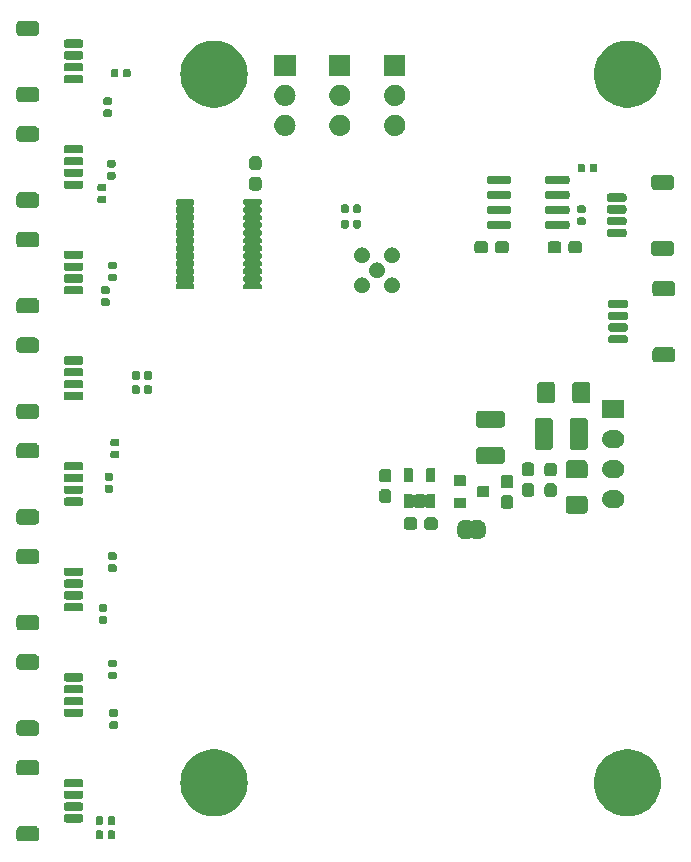
<source format=gbr>
%TF.GenerationSoftware,KiCad,Pcbnew,7.0.9*%
%TF.CreationDate,2024-10-15T17:16:27-06:00*%
%TF.ProjectId,i2c_mux,6932635f-6d75-4782-9e6b-696361645f70,rev?*%
%TF.SameCoordinates,Original*%
%TF.FileFunction,Soldermask,Top*%
%TF.FilePolarity,Negative*%
%FSLAX46Y46*%
G04 Gerber Fmt 4.6, Leading zero omitted, Abs format (unit mm)*
G04 Created by KiCad (PCBNEW 7.0.9) date 2024-10-15 17:16:27*
%MOMM*%
%LPD*%
G01*
G04 APERTURE LIST*
G04 APERTURE END LIST*
G36*
X89943914Y-128671281D02*
G01*
X89959726Y-128678262D01*
X89967531Y-128679499D01*
X90000039Y-128696062D01*
X90045106Y-128715962D01*
X90123324Y-128794180D01*
X90143226Y-128839253D01*
X90159786Y-128871754D01*
X90161021Y-128879556D01*
X90168005Y-128895372D01*
X90176000Y-128964286D01*
X90176000Y-129664286D01*
X90168005Y-129733200D01*
X90161021Y-129749015D01*
X90159786Y-129756817D01*
X90143229Y-129789310D01*
X90123324Y-129834392D01*
X90045106Y-129912610D01*
X90000024Y-129932515D01*
X89967531Y-129949072D01*
X89959729Y-129950307D01*
X89943914Y-129957291D01*
X89875000Y-129965286D01*
X88575000Y-129965286D01*
X88506086Y-129957291D01*
X88490270Y-129950307D01*
X88482468Y-129949072D01*
X88449967Y-129932512D01*
X88404894Y-129912610D01*
X88326676Y-129834392D01*
X88306776Y-129789325D01*
X88290213Y-129756817D01*
X88288976Y-129749012D01*
X88281995Y-129733200D01*
X88274000Y-129664286D01*
X88274000Y-128964286D01*
X88281995Y-128895372D01*
X88288976Y-128879560D01*
X88290213Y-128871754D01*
X88306780Y-128839239D01*
X88326676Y-128794180D01*
X88404894Y-128715962D01*
X88449953Y-128696066D01*
X88482468Y-128679499D01*
X88490274Y-128678262D01*
X88506086Y-128671281D01*
X88575000Y-128663286D01*
X89875000Y-128663286D01*
X89943914Y-128671281D01*
G37*
G36*
X95435112Y-129031011D02*
G01*
X95463012Y-129034248D01*
X95472544Y-129038456D01*
X95496179Y-129043158D01*
X95521482Y-129060065D01*
X95528890Y-129063336D01*
X95533949Y-129068395D01*
X95556522Y-129083478D01*
X95571604Y-129106050D01*
X95576663Y-129111109D01*
X95579933Y-129118515D01*
X95596842Y-129143821D01*
X95601543Y-129167456D01*
X95605751Y-129176986D01*
X95608986Y-129204878D01*
X95611000Y-129215000D01*
X95611000Y-129585000D01*
X95608986Y-129595125D01*
X95605751Y-129623012D01*
X95601543Y-129632540D01*
X95596842Y-129656179D01*
X95579931Y-129681486D01*
X95576663Y-129688890D01*
X95571606Y-129693946D01*
X95556522Y-129716522D01*
X95533946Y-129731606D01*
X95528890Y-129736663D01*
X95521486Y-129739931D01*
X95496179Y-129756842D01*
X95472541Y-129761543D01*
X95463013Y-129765751D01*
X95435122Y-129768986D01*
X95425000Y-129771000D01*
X95155000Y-129771000D01*
X95144877Y-129768986D01*
X95116987Y-129765751D01*
X95107458Y-129761543D01*
X95083821Y-129756842D01*
X95058515Y-129739933D01*
X95051109Y-129736663D01*
X95046050Y-129731604D01*
X95023478Y-129716522D01*
X95008395Y-129693949D01*
X95003336Y-129688890D01*
X95000065Y-129681482D01*
X94983158Y-129656179D01*
X94978457Y-129632545D01*
X94974248Y-129623013D01*
X94971011Y-129595110D01*
X94969000Y-129585000D01*
X94969000Y-129215000D01*
X94971011Y-129204888D01*
X94974248Y-129176987D01*
X94978457Y-129167454D01*
X94983158Y-129143821D01*
X95000063Y-129118519D01*
X95003336Y-129111109D01*
X95008397Y-129106047D01*
X95023478Y-129083478D01*
X95046047Y-129068397D01*
X95051109Y-129063336D01*
X95058519Y-129060063D01*
X95083821Y-129043158D01*
X95107452Y-129038457D01*
X95116986Y-129034248D01*
X95144890Y-129031010D01*
X95155000Y-129029000D01*
X95425000Y-129029000D01*
X95435112Y-129031011D01*
G37*
G36*
X96455112Y-129031011D02*
G01*
X96483012Y-129034248D01*
X96492544Y-129038456D01*
X96516179Y-129043158D01*
X96541482Y-129060065D01*
X96548890Y-129063336D01*
X96553949Y-129068395D01*
X96576522Y-129083478D01*
X96591604Y-129106050D01*
X96596663Y-129111109D01*
X96599933Y-129118515D01*
X96616842Y-129143821D01*
X96621543Y-129167456D01*
X96625751Y-129176986D01*
X96628986Y-129204878D01*
X96631000Y-129215000D01*
X96631000Y-129585000D01*
X96628986Y-129595125D01*
X96625751Y-129623012D01*
X96621543Y-129632540D01*
X96616842Y-129656179D01*
X96599931Y-129681486D01*
X96596663Y-129688890D01*
X96591606Y-129693946D01*
X96576522Y-129716522D01*
X96553946Y-129731606D01*
X96548890Y-129736663D01*
X96541486Y-129739931D01*
X96516179Y-129756842D01*
X96492541Y-129761543D01*
X96483013Y-129765751D01*
X96455122Y-129768986D01*
X96445000Y-129771000D01*
X96175000Y-129771000D01*
X96164877Y-129768986D01*
X96136987Y-129765751D01*
X96127458Y-129761543D01*
X96103821Y-129756842D01*
X96078515Y-129739933D01*
X96071109Y-129736663D01*
X96066050Y-129731604D01*
X96043478Y-129716522D01*
X96028395Y-129693949D01*
X96023336Y-129688890D01*
X96020065Y-129681482D01*
X96003158Y-129656179D01*
X95998457Y-129632545D01*
X95994248Y-129623013D01*
X95991011Y-129595110D01*
X95989000Y-129585000D01*
X95989000Y-129215000D01*
X95991011Y-129204888D01*
X95994248Y-129176987D01*
X95998457Y-129167454D01*
X96003158Y-129143821D01*
X96020063Y-129118519D01*
X96023336Y-129111109D01*
X96028397Y-129106047D01*
X96043478Y-129083478D01*
X96066047Y-129068397D01*
X96071109Y-129063336D01*
X96078519Y-129060063D01*
X96103821Y-129043158D01*
X96127452Y-129038457D01*
X96136986Y-129034248D01*
X96164890Y-129031010D01*
X96175000Y-129029000D01*
X96445000Y-129029000D01*
X96455112Y-129031011D01*
G37*
G36*
X95435112Y-127831011D02*
G01*
X95463012Y-127834248D01*
X95472544Y-127838456D01*
X95496179Y-127843158D01*
X95521482Y-127860065D01*
X95528890Y-127863336D01*
X95533949Y-127868395D01*
X95556522Y-127883478D01*
X95571604Y-127906050D01*
X95576663Y-127911109D01*
X95579933Y-127918515D01*
X95596842Y-127943821D01*
X95601543Y-127967456D01*
X95605751Y-127976986D01*
X95608986Y-128004878D01*
X95611000Y-128015000D01*
X95611000Y-128385000D01*
X95608986Y-128395125D01*
X95605751Y-128423012D01*
X95601543Y-128432540D01*
X95596842Y-128456179D01*
X95579931Y-128481486D01*
X95576663Y-128488890D01*
X95571606Y-128493946D01*
X95556522Y-128516522D01*
X95533946Y-128531606D01*
X95528890Y-128536663D01*
X95521486Y-128539931D01*
X95496179Y-128556842D01*
X95472541Y-128561543D01*
X95463013Y-128565751D01*
X95435122Y-128568986D01*
X95425000Y-128571000D01*
X95155000Y-128571000D01*
X95144877Y-128568986D01*
X95116987Y-128565751D01*
X95107458Y-128561543D01*
X95083821Y-128556842D01*
X95058515Y-128539933D01*
X95051109Y-128536663D01*
X95046050Y-128531604D01*
X95023478Y-128516522D01*
X95008395Y-128493949D01*
X95003336Y-128488890D01*
X95000065Y-128481482D01*
X94983158Y-128456179D01*
X94978457Y-128432545D01*
X94974248Y-128423013D01*
X94971011Y-128395110D01*
X94969000Y-128385000D01*
X94969000Y-128015000D01*
X94971011Y-128004888D01*
X94974248Y-127976987D01*
X94978457Y-127967454D01*
X94983158Y-127943821D01*
X95000063Y-127918519D01*
X95003336Y-127911109D01*
X95008397Y-127906047D01*
X95023478Y-127883478D01*
X95046047Y-127868397D01*
X95051109Y-127863336D01*
X95058519Y-127860063D01*
X95083821Y-127843158D01*
X95107452Y-127838457D01*
X95116986Y-127834248D01*
X95144890Y-127831010D01*
X95155000Y-127829000D01*
X95425000Y-127829000D01*
X95435112Y-127831011D01*
G37*
G36*
X96455112Y-127831011D02*
G01*
X96483012Y-127834248D01*
X96492544Y-127838456D01*
X96516179Y-127843158D01*
X96541482Y-127860065D01*
X96548890Y-127863336D01*
X96553949Y-127868395D01*
X96576522Y-127883478D01*
X96591604Y-127906050D01*
X96596663Y-127911109D01*
X96599933Y-127918515D01*
X96616842Y-127943821D01*
X96621543Y-127967456D01*
X96625751Y-127976986D01*
X96628986Y-128004878D01*
X96631000Y-128015000D01*
X96631000Y-128385000D01*
X96628986Y-128395125D01*
X96625751Y-128423012D01*
X96621543Y-128432540D01*
X96616842Y-128456179D01*
X96599931Y-128481486D01*
X96596663Y-128488890D01*
X96591606Y-128493946D01*
X96576522Y-128516522D01*
X96553946Y-128531606D01*
X96548890Y-128536663D01*
X96541486Y-128539931D01*
X96516179Y-128556842D01*
X96492541Y-128561543D01*
X96483013Y-128565751D01*
X96455122Y-128568986D01*
X96445000Y-128571000D01*
X96175000Y-128571000D01*
X96164877Y-128568986D01*
X96136987Y-128565751D01*
X96127458Y-128561543D01*
X96103821Y-128556842D01*
X96078515Y-128539933D01*
X96071109Y-128536663D01*
X96066050Y-128531604D01*
X96043478Y-128516522D01*
X96028395Y-128493949D01*
X96023336Y-128488890D01*
X96020065Y-128481482D01*
X96003158Y-128456179D01*
X95998457Y-128432545D01*
X95994248Y-128423013D01*
X95991011Y-128395110D01*
X95989000Y-128385000D01*
X95989000Y-128015000D01*
X95991011Y-128004888D01*
X95994248Y-127976987D01*
X95998457Y-127967454D01*
X96003158Y-127943821D01*
X96020063Y-127918519D01*
X96023336Y-127911109D01*
X96028397Y-127906047D01*
X96043478Y-127883478D01*
X96066047Y-127868397D01*
X96071109Y-127863336D01*
X96078519Y-127860063D01*
X96103821Y-127843158D01*
X96127452Y-127838457D01*
X96136986Y-127834248D01*
X96164890Y-127831010D01*
X96175000Y-127829000D01*
X96445000Y-127829000D01*
X96455112Y-127831011D01*
G37*
G36*
X93741040Y-127666476D02*
G01*
X93773987Y-127670814D01*
X93782274Y-127674678D01*
X93801919Y-127678586D01*
X93827938Y-127695972D01*
X93839180Y-127701214D01*
X93846019Y-127708053D01*
X93867128Y-127722158D01*
X93881232Y-127743266D01*
X93888071Y-127750105D01*
X93893312Y-127761344D01*
X93910700Y-127787367D01*
X93914607Y-127807013D01*
X93918471Y-127815298D01*
X93922806Y-127848232D01*
X93926000Y-127864286D01*
X93926000Y-128164286D01*
X93922806Y-128180340D01*
X93918471Y-128213273D01*
X93914608Y-128221556D01*
X93910700Y-128241205D01*
X93893310Y-128267229D01*
X93888071Y-128278466D01*
X93881234Y-128285302D01*
X93867128Y-128306414D01*
X93846016Y-128320520D01*
X93839180Y-128327357D01*
X93827943Y-128332596D01*
X93801919Y-128349986D01*
X93782270Y-128353894D01*
X93773987Y-128357757D01*
X93741054Y-128362092D01*
X93725000Y-128365286D01*
X92475000Y-128365286D01*
X92458946Y-128362092D01*
X92426012Y-128357757D01*
X92417727Y-128353893D01*
X92398081Y-128349986D01*
X92372058Y-128332598D01*
X92360819Y-128327357D01*
X92353980Y-128320518D01*
X92332872Y-128306414D01*
X92318767Y-128285305D01*
X92311928Y-128278466D01*
X92306686Y-128267224D01*
X92289300Y-128241205D01*
X92285392Y-128221560D01*
X92281528Y-128213273D01*
X92277190Y-128180326D01*
X92274000Y-128164286D01*
X92274000Y-127864286D01*
X92277190Y-127848247D01*
X92281528Y-127815298D01*
X92285392Y-127807009D01*
X92289300Y-127787367D01*
X92306684Y-127761349D01*
X92311928Y-127750105D01*
X92318769Y-127743263D01*
X92332872Y-127722158D01*
X92353977Y-127708055D01*
X92360819Y-127701214D01*
X92372063Y-127695970D01*
X92398081Y-127678586D01*
X92417723Y-127674678D01*
X92426012Y-127670814D01*
X92458961Y-127666476D01*
X92475000Y-127663286D01*
X93725000Y-127663286D01*
X93741040Y-127666476D01*
G37*
G36*
X105495071Y-122192313D02*
G01*
X105817676Y-122268772D01*
X106129223Y-122382166D01*
X106425500Y-122530962D01*
X106702499Y-122713147D01*
X106956475Y-122926258D01*
X107183993Y-123167413D01*
X107381976Y-123433350D01*
X107547747Y-123720474D01*
X107679064Y-124024901D01*
X107774151Y-124342514D01*
X107831723Y-124669019D01*
X107851000Y-125000000D01*
X107831723Y-125330981D01*
X107774151Y-125657486D01*
X107679064Y-125975099D01*
X107547747Y-126279526D01*
X107381976Y-126566650D01*
X107183993Y-126832587D01*
X106956475Y-127073742D01*
X106702499Y-127286853D01*
X106425500Y-127469038D01*
X106129223Y-127617834D01*
X105817676Y-127731228D01*
X105495071Y-127807687D01*
X105165771Y-127846177D01*
X104834229Y-127846177D01*
X104504929Y-127807687D01*
X104182324Y-127731228D01*
X103870777Y-127617834D01*
X103574500Y-127469038D01*
X103297501Y-127286853D01*
X103043525Y-127073742D01*
X102816007Y-126832587D01*
X102618024Y-126566650D01*
X102452253Y-126279526D01*
X102320936Y-125975099D01*
X102225849Y-125657486D01*
X102168277Y-125330981D01*
X102149000Y-125000000D01*
X102168277Y-124669019D01*
X102225849Y-124342514D01*
X102320936Y-124024901D01*
X102452253Y-123720474D01*
X102618024Y-123433350D01*
X102816007Y-123167413D01*
X103043525Y-122926258D01*
X103297501Y-122713147D01*
X103574500Y-122530962D01*
X103870777Y-122382166D01*
X104182324Y-122268772D01*
X104504929Y-122192313D01*
X104834229Y-122153823D01*
X105165771Y-122153823D01*
X105495071Y-122192313D01*
G37*
G36*
X140495071Y-122192313D02*
G01*
X140817676Y-122268772D01*
X141129223Y-122382166D01*
X141425500Y-122530962D01*
X141702499Y-122713147D01*
X141956475Y-122926258D01*
X142183993Y-123167413D01*
X142381976Y-123433350D01*
X142547747Y-123720474D01*
X142679064Y-124024901D01*
X142774151Y-124342514D01*
X142831723Y-124669019D01*
X142851000Y-125000000D01*
X142831723Y-125330981D01*
X142774151Y-125657486D01*
X142679064Y-125975099D01*
X142547747Y-126279526D01*
X142381976Y-126566650D01*
X142183993Y-126832587D01*
X141956475Y-127073742D01*
X141702499Y-127286853D01*
X141425500Y-127469038D01*
X141129223Y-127617834D01*
X140817676Y-127731228D01*
X140495071Y-127807687D01*
X140165771Y-127846177D01*
X139834229Y-127846177D01*
X139504929Y-127807687D01*
X139182324Y-127731228D01*
X138870777Y-127617834D01*
X138574500Y-127469038D01*
X138297501Y-127286853D01*
X138043525Y-127073742D01*
X137816007Y-126832587D01*
X137618024Y-126566650D01*
X137452253Y-126279526D01*
X137320936Y-125975099D01*
X137225849Y-125657486D01*
X137168277Y-125330981D01*
X137149000Y-125000000D01*
X137168277Y-124669019D01*
X137225849Y-124342514D01*
X137320936Y-124024901D01*
X137452253Y-123720474D01*
X137618024Y-123433350D01*
X137816007Y-123167413D01*
X138043525Y-122926258D01*
X138297501Y-122713147D01*
X138574500Y-122530962D01*
X138870777Y-122382166D01*
X139182324Y-122268772D01*
X139504929Y-122192313D01*
X139834229Y-122153823D01*
X140165771Y-122153823D01*
X140495071Y-122192313D01*
G37*
G36*
X93741040Y-126666476D02*
G01*
X93773987Y-126670814D01*
X93782274Y-126674678D01*
X93801919Y-126678586D01*
X93827938Y-126695972D01*
X93839180Y-126701214D01*
X93846019Y-126708053D01*
X93867128Y-126722158D01*
X93881232Y-126743266D01*
X93888071Y-126750105D01*
X93893312Y-126761344D01*
X93910700Y-126787367D01*
X93914607Y-126807013D01*
X93918471Y-126815298D01*
X93922806Y-126848232D01*
X93926000Y-126864286D01*
X93926000Y-127164286D01*
X93922806Y-127180340D01*
X93918471Y-127213273D01*
X93914608Y-127221556D01*
X93910700Y-127241205D01*
X93893310Y-127267229D01*
X93888071Y-127278466D01*
X93881234Y-127285302D01*
X93867128Y-127306414D01*
X93846016Y-127320520D01*
X93839180Y-127327357D01*
X93827943Y-127332596D01*
X93801919Y-127349986D01*
X93782270Y-127353894D01*
X93773987Y-127357757D01*
X93741054Y-127362092D01*
X93725000Y-127365286D01*
X92475000Y-127365286D01*
X92458946Y-127362092D01*
X92426012Y-127357757D01*
X92417727Y-127353893D01*
X92398081Y-127349986D01*
X92372058Y-127332598D01*
X92360819Y-127327357D01*
X92353980Y-127320518D01*
X92332872Y-127306414D01*
X92318767Y-127285305D01*
X92311928Y-127278466D01*
X92306686Y-127267224D01*
X92289300Y-127241205D01*
X92285392Y-127221560D01*
X92281528Y-127213273D01*
X92277190Y-127180326D01*
X92274000Y-127164286D01*
X92274000Y-126864286D01*
X92277190Y-126848247D01*
X92281528Y-126815298D01*
X92285392Y-126807009D01*
X92289300Y-126787367D01*
X92306684Y-126761349D01*
X92311928Y-126750105D01*
X92318769Y-126743263D01*
X92332872Y-126722158D01*
X92353977Y-126708055D01*
X92360819Y-126701214D01*
X92372063Y-126695970D01*
X92398081Y-126678586D01*
X92417723Y-126674678D01*
X92426012Y-126670814D01*
X92458961Y-126666476D01*
X92475000Y-126663286D01*
X93725000Y-126663286D01*
X93741040Y-126666476D01*
G37*
G36*
X93741040Y-125666476D02*
G01*
X93773987Y-125670814D01*
X93782274Y-125674678D01*
X93801919Y-125678586D01*
X93827938Y-125695972D01*
X93839180Y-125701214D01*
X93846019Y-125708053D01*
X93867128Y-125722158D01*
X93881232Y-125743266D01*
X93888071Y-125750105D01*
X93893312Y-125761344D01*
X93910700Y-125787367D01*
X93914607Y-125807013D01*
X93918471Y-125815298D01*
X93922806Y-125848232D01*
X93926000Y-125864286D01*
X93926000Y-126164286D01*
X93922806Y-126180340D01*
X93918471Y-126213273D01*
X93914608Y-126221556D01*
X93910700Y-126241205D01*
X93893310Y-126267229D01*
X93888071Y-126278466D01*
X93881234Y-126285302D01*
X93867128Y-126306414D01*
X93846016Y-126320520D01*
X93839180Y-126327357D01*
X93827943Y-126332596D01*
X93801919Y-126349986D01*
X93782270Y-126353894D01*
X93773987Y-126357757D01*
X93741054Y-126362092D01*
X93725000Y-126365286D01*
X92475000Y-126365286D01*
X92458946Y-126362092D01*
X92426012Y-126357757D01*
X92417727Y-126353893D01*
X92398081Y-126349986D01*
X92372058Y-126332598D01*
X92360819Y-126327357D01*
X92353980Y-126320518D01*
X92332872Y-126306414D01*
X92318767Y-126285305D01*
X92311928Y-126278466D01*
X92306686Y-126267224D01*
X92289300Y-126241205D01*
X92285392Y-126221560D01*
X92281528Y-126213273D01*
X92277190Y-126180326D01*
X92274000Y-126164286D01*
X92274000Y-125864286D01*
X92277190Y-125848247D01*
X92281528Y-125815298D01*
X92285392Y-125807009D01*
X92289300Y-125787367D01*
X92306684Y-125761349D01*
X92311928Y-125750105D01*
X92318769Y-125743263D01*
X92332872Y-125722158D01*
X92353977Y-125708055D01*
X92360819Y-125701214D01*
X92372063Y-125695970D01*
X92398081Y-125678586D01*
X92417723Y-125674678D01*
X92426012Y-125670814D01*
X92458961Y-125666476D01*
X92475000Y-125663286D01*
X93725000Y-125663286D01*
X93741040Y-125666476D01*
G37*
G36*
X93741040Y-124666476D02*
G01*
X93773987Y-124670814D01*
X93782274Y-124674678D01*
X93801919Y-124678586D01*
X93827938Y-124695972D01*
X93839180Y-124701214D01*
X93846019Y-124708053D01*
X93867128Y-124722158D01*
X93881232Y-124743266D01*
X93888071Y-124750105D01*
X93893312Y-124761344D01*
X93910700Y-124787367D01*
X93914607Y-124807013D01*
X93918471Y-124815298D01*
X93922806Y-124848232D01*
X93926000Y-124864286D01*
X93926000Y-125164286D01*
X93922806Y-125180340D01*
X93918471Y-125213273D01*
X93914608Y-125221556D01*
X93910700Y-125241205D01*
X93893310Y-125267229D01*
X93888071Y-125278466D01*
X93881234Y-125285302D01*
X93867128Y-125306414D01*
X93846016Y-125320520D01*
X93839180Y-125327357D01*
X93827943Y-125332596D01*
X93801919Y-125349986D01*
X93782270Y-125353894D01*
X93773987Y-125357757D01*
X93741054Y-125362092D01*
X93725000Y-125365286D01*
X92475000Y-125365286D01*
X92458946Y-125362092D01*
X92426012Y-125357757D01*
X92417727Y-125353893D01*
X92398081Y-125349986D01*
X92372058Y-125332598D01*
X92360819Y-125327357D01*
X92353980Y-125320518D01*
X92332872Y-125306414D01*
X92318767Y-125285305D01*
X92311928Y-125278466D01*
X92306686Y-125267224D01*
X92289300Y-125241205D01*
X92285392Y-125221560D01*
X92281528Y-125213273D01*
X92277190Y-125180326D01*
X92274000Y-125164286D01*
X92274000Y-124864286D01*
X92277190Y-124848247D01*
X92281528Y-124815298D01*
X92285392Y-124807009D01*
X92289300Y-124787367D01*
X92306684Y-124761349D01*
X92311928Y-124750105D01*
X92318769Y-124743263D01*
X92332872Y-124722158D01*
X92353977Y-124708055D01*
X92360819Y-124701214D01*
X92372063Y-124695970D01*
X92398081Y-124678586D01*
X92417723Y-124674678D01*
X92426012Y-124670814D01*
X92458961Y-124666476D01*
X92475000Y-124663286D01*
X93725000Y-124663286D01*
X93741040Y-124666476D01*
G37*
G36*
X89943914Y-123071281D02*
G01*
X89959726Y-123078262D01*
X89967531Y-123079499D01*
X90000039Y-123096062D01*
X90045106Y-123115962D01*
X90123324Y-123194180D01*
X90143226Y-123239253D01*
X90159786Y-123271754D01*
X90161021Y-123279556D01*
X90168005Y-123295372D01*
X90176000Y-123364286D01*
X90176000Y-124064286D01*
X90168005Y-124133200D01*
X90161021Y-124149015D01*
X90159786Y-124156817D01*
X90143229Y-124189310D01*
X90123324Y-124234392D01*
X90045106Y-124312610D01*
X90000024Y-124332515D01*
X89967531Y-124349072D01*
X89959729Y-124350307D01*
X89943914Y-124357291D01*
X89875000Y-124365286D01*
X88575000Y-124365286D01*
X88506086Y-124357291D01*
X88490270Y-124350307D01*
X88482468Y-124349072D01*
X88449967Y-124332512D01*
X88404894Y-124312610D01*
X88326676Y-124234392D01*
X88306776Y-124189325D01*
X88290213Y-124156817D01*
X88288976Y-124149012D01*
X88281995Y-124133200D01*
X88274000Y-124064286D01*
X88274000Y-123364286D01*
X88281995Y-123295372D01*
X88288976Y-123279560D01*
X88290213Y-123271754D01*
X88306780Y-123239239D01*
X88326676Y-123194180D01*
X88404894Y-123115962D01*
X88449953Y-123096066D01*
X88482468Y-123079499D01*
X88490274Y-123078262D01*
X88506086Y-123071281D01*
X88575000Y-123063286D01*
X89875000Y-123063286D01*
X89943914Y-123071281D01*
G37*
G36*
X89943914Y-119728423D02*
G01*
X89959726Y-119735404D01*
X89967531Y-119736641D01*
X90000039Y-119753204D01*
X90045106Y-119773104D01*
X90123324Y-119851322D01*
X90143226Y-119896395D01*
X90159786Y-119928896D01*
X90161021Y-119936698D01*
X90168005Y-119952514D01*
X90176000Y-120021428D01*
X90176000Y-120721428D01*
X90168005Y-120790342D01*
X90161021Y-120806157D01*
X90159786Y-120813959D01*
X90143229Y-120846452D01*
X90123324Y-120891534D01*
X90045106Y-120969752D01*
X90000024Y-120989657D01*
X89967531Y-121006214D01*
X89959729Y-121007449D01*
X89943914Y-121014433D01*
X89875000Y-121022428D01*
X88575000Y-121022428D01*
X88506086Y-121014433D01*
X88490270Y-121007449D01*
X88482468Y-121006214D01*
X88449967Y-120989654D01*
X88404894Y-120969752D01*
X88326676Y-120891534D01*
X88306776Y-120846467D01*
X88290213Y-120813959D01*
X88288976Y-120806154D01*
X88281995Y-120790342D01*
X88274000Y-120721428D01*
X88274000Y-120021428D01*
X88281995Y-119952514D01*
X88288976Y-119936702D01*
X88290213Y-119928896D01*
X88306780Y-119896381D01*
X88326676Y-119851322D01*
X88404894Y-119773104D01*
X88449953Y-119753208D01*
X88482468Y-119736641D01*
X88490274Y-119735404D01*
X88506086Y-119728423D01*
X88575000Y-119720428D01*
X89875000Y-119720428D01*
X89943914Y-119728423D01*
G37*
G36*
X96695112Y-119781011D02*
G01*
X96723012Y-119784248D01*
X96732544Y-119788456D01*
X96756179Y-119793158D01*
X96781482Y-119810065D01*
X96788890Y-119813336D01*
X96793949Y-119818395D01*
X96816522Y-119833478D01*
X96831604Y-119856050D01*
X96836663Y-119861109D01*
X96839933Y-119868515D01*
X96856842Y-119893821D01*
X96861543Y-119917456D01*
X96865751Y-119926986D01*
X96868986Y-119954878D01*
X96871000Y-119965000D01*
X96871000Y-120235000D01*
X96868986Y-120245124D01*
X96865751Y-120273012D01*
X96861543Y-120282540D01*
X96856842Y-120306179D01*
X96839931Y-120331486D01*
X96836663Y-120338890D01*
X96831606Y-120343946D01*
X96816522Y-120366522D01*
X96793946Y-120381606D01*
X96788890Y-120386663D01*
X96781486Y-120389931D01*
X96756179Y-120406842D01*
X96732541Y-120411543D01*
X96723013Y-120415751D01*
X96695122Y-120418986D01*
X96685000Y-120421000D01*
X96315000Y-120421000D01*
X96304876Y-120418986D01*
X96276987Y-120415751D01*
X96267458Y-120411543D01*
X96243821Y-120406842D01*
X96218515Y-120389933D01*
X96211109Y-120386663D01*
X96206050Y-120381604D01*
X96183478Y-120366522D01*
X96168395Y-120343949D01*
X96163336Y-120338890D01*
X96160065Y-120331482D01*
X96143158Y-120306179D01*
X96138457Y-120282545D01*
X96134248Y-120273013D01*
X96131011Y-120245110D01*
X96129000Y-120235000D01*
X96129000Y-119965000D01*
X96131011Y-119954889D01*
X96134248Y-119926987D01*
X96138457Y-119917454D01*
X96143158Y-119893821D01*
X96160063Y-119868519D01*
X96163336Y-119861109D01*
X96168397Y-119856047D01*
X96183478Y-119833478D01*
X96206047Y-119818397D01*
X96211109Y-119813336D01*
X96218519Y-119810063D01*
X96243821Y-119793158D01*
X96267452Y-119788457D01*
X96276986Y-119784248D01*
X96304890Y-119781010D01*
X96315000Y-119779000D01*
X96685000Y-119779000D01*
X96695112Y-119781011D01*
G37*
G36*
X93741040Y-118723618D02*
G01*
X93773987Y-118727956D01*
X93782274Y-118731820D01*
X93801919Y-118735728D01*
X93827938Y-118753114D01*
X93839180Y-118758356D01*
X93846019Y-118765195D01*
X93867128Y-118779300D01*
X93881232Y-118800408D01*
X93888071Y-118807247D01*
X93893312Y-118818486D01*
X93910700Y-118844509D01*
X93914607Y-118864155D01*
X93918471Y-118872440D01*
X93922806Y-118905374D01*
X93926000Y-118921428D01*
X93926000Y-119221428D01*
X93922806Y-119237482D01*
X93918471Y-119270415D01*
X93914608Y-119278698D01*
X93910700Y-119298347D01*
X93893310Y-119324371D01*
X93888071Y-119335608D01*
X93881234Y-119342444D01*
X93867128Y-119363556D01*
X93846016Y-119377662D01*
X93839180Y-119384499D01*
X93827943Y-119389738D01*
X93801919Y-119407128D01*
X93782270Y-119411036D01*
X93773987Y-119414899D01*
X93741054Y-119419234D01*
X93725000Y-119422428D01*
X92475000Y-119422428D01*
X92458946Y-119419234D01*
X92426012Y-119414899D01*
X92417727Y-119411035D01*
X92398081Y-119407128D01*
X92372058Y-119389740D01*
X92360819Y-119384499D01*
X92353980Y-119377660D01*
X92332872Y-119363556D01*
X92318767Y-119342447D01*
X92311928Y-119335608D01*
X92306686Y-119324366D01*
X92289300Y-119298347D01*
X92285392Y-119278702D01*
X92281528Y-119270415D01*
X92277190Y-119237468D01*
X92274000Y-119221428D01*
X92274000Y-118921428D01*
X92277190Y-118905389D01*
X92281528Y-118872440D01*
X92285392Y-118864151D01*
X92289300Y-118844509D01*
X92306684Y-118818491D01*
X92311928Y-118807247D01*
X92318769Y-118800405D01*
X92332872Y-118779300D01*
X92353977Y-118765197D01*
X92360819Y-118758356D01*
X92372063Y-118753112D01*
X92398081Y-118735728D01*
X92417723Y-118731820D01*
X92426012Y-118727956D01*
X92458961Y-118723618D01*
X92475000Y-118720428D01*
X93725000Y-118720428D01*
X93741040Y-118723618D01*
G37*
G36*
X96695112Y-118761011D02*
G01*
X96723012Y-118764248D01*
X96732544Y-118768456D01*
X96756179Y-118773158D01*
X96781482Y-118790065D01*
X96788890Y-118793336D01*
X96793949Y-118798395D01*
X96816522Y-118813478D01*
X96831604Y-118836050D01*
X96836663Y-118841109D01*
X96839933Y-118848515D01*
X96856842Y-118873821D01*
X96861543Y-118897456D01*
X96865751Y-118906986D01*
X96868986Y-118934878D01*
X96871000Y-118945000D01*
X96871000Y-119215000D01*
X96868986Y-119225124D01*
X96865751Y-119253012D01*
X96861543Y-119262540D01*
X96856842Y-119286179D01*
X96839931Y-119311486D01*
X96836663Y-119318890D01*
X96831606Y-119323946D01*
X96816522Y-119346522D01*
X96793946Y-119361606D01*
X96788890Y-119366663D01*
X96781486Y-119369931D01*
X96756179Y-119386842D01*
X96732541Y-119391543D01*
X96723013Y-119395751D01*
X96695122Y-119398986D01*
X96685000Y-119401000D01*
X96315000Y-119401000D01*
X96304876Y-119398986D01*
X96276987Y-119395751D01*
X96267458Y-119391543D01*
X96243821Y-119386842D01*
X96218515Y-119369933D01*
X96211109Y-119366663D01*
X96206050Y-119361604D01*
X96183478Y-119346522D01*
X96168395Y-119323949D01*
X96163336Y-119318890D01*
X96160065Y-119311482D01*
X96143158Y-119286179D01*
X96138457Y-119262545D01*
X96134248Y-119253013D01*
X96131011Y-119225110D01*
X96129000Y-119215000D01*
X96129000Y-118945000D01*
X96131011Y-118934889D01*
X96134248Y-118906987D01*
X96138457Y-118897454D01*
X96143158Y-118873821D01*
X96160063Y-118848519D01*
X96163336Y-118841109D01*
X96168397Y-118836047D01*
X96183478Y-118813478D01*
X96206047Y-118798397D01*
X96211109Y-118793336D01*
X96218519Y-118790063D01*
X96243821Y-118773158D01*
X96267452Y-118768457D01*
X96276986Y-118764248D01*
X96304890Y-118761010D01*
X96315000Y-118759000D01*
X96685000Y-118759000D01*
X96695112Y-118761011D01*
G37*
G36*
X93741040Y-117723618D02*
G01*
X93773987Y-117727956D01*
X93782274Y-117731820D01*
X93801919Y-117735728D01*
X93827938Y-117753114D01*
X93839180Y-117758356D01*
X93846019Y-117765195D01*
X93867128Y-117779300D01*
X93881232Y-117800408D01*
X93888071Y-117807247D01*
X93893312Y-117818486D01*
X93910700Y-117844509D01*
X93914607Y-117864155D01*
X93918471Y-117872440D01*
X93922806Y-117905374D01*
X93926000Y-117921428D01*
X93926000Y-118221428D01*
X93922806Y-118237482D01*
X93918471Y-118270415D01*
X93914608Y-118278698D01*
X93910700Y-118298347D01*
X93893310Y-118324371D01*
X93888071Y-118335608D01*
X93881234Y-118342444D01*
X93867128Y-118363556D01*
X93846016Y-118377662D01*
X93839180Y-118384499D01*
X93827943Y-118389738D01*
X93801919Y-118407128D01*
X93782270Y-118411036D01*
X93773987Y-118414899D01*
X93741054Y-118419234D01*
X93725000Y-118422428D01*
X92475000Y-118422428D01*
X92458946Y-118419234D01*
X92426012Y-118414899D01*
X92417727Y-118411035D01*
X92398081Y-118407128D01*
X92372058Y-118389740D01*
X92360819Y-118384499D01*
X92353980Y-118377660D01*
X92332872Y-118363556D01*
X92318767Y-118342447D01*
X92311928Y-118335608D01*
X92306686Y-118324366D01*
X92289300Y-118298347D01*
X92285392Y-118278702D01*
X92281528Y-118270415D01*
X92277190Y-118237468D01*
X92274000Y-118221428D01*
X92274000Y-117921428D01*
X92277190Y-117905389D01*
X92281528Y-117872440D01*
X92285392Y-117864151D01*
X92289300Y-117844509D01*
X92306684Y-117818491D01*
X92311928Y-117807247D01*
X92318769Y-117800405D01*
X92332872Y-117779300D01*
X92353977Y-117765197D01*
X92360819Y-117758356D01*
X92372063Y-117753112D01*
X92398081Y-117735728D01*
X92417723Y-117731820D01*
X92426012Y-117727956D01*
X92458961Y-117723618D01*
X92475000Y-117720428D01*
X93725000Y-117720428D01*
X93741040Y-117723618D01*
G37*
G36*
X93741040Y-116723618D02*
G01*
X93773987Y-116727956D01*
X93782274Y-116731820D01*
X93801919Y-116735728D01*
X93827938Y-116753114D01*
X93839180Y-116758356D01*
X93846019Y-116765195D01*
X93867128Y-116779300D01*
X93881232Y-116800408D01*
X93888071Y-116807247D01*
X93893312Y-116818486D01*
X93910700Y-116844509D01*
X93914607Y-116864155D01*
X93918471Y-116872440D01*
X93922806Y-116905374D01*
X93926000Y-116921428D01*
X93926000Y-117221428D01*
X93922806Y-117237482D01*
X93918471Y-117270415D01*
X93914608Y-117278698D01*
X93910700Y-117298347D01*
X93893310Y-117324371D01*
X93888071Y-117335608D01*
X93881234Y-117342444D01*
X93867128Y-117363556D01*
X93846016Y-117377662D01*
X93839180Y-117384499D01*
X93827943Y-117389738D01*
X93801919Y-117407128D01*
X93782270Y-117411036D01*
X93773987Y-117414899D01*
X93741054Y-117419234D01*
X93725000Y-117422428D01*
X92475000Y-117422428D01*
X92458946Y-117419234D01*
X92426012Y-117414899D01*
X92417727Y-117411035D01*
X92398081Y-117407128D01*
X92372058Y-117389740D01*
X92360819Y-117384499D01*
X92353980Y-117377660D01*
X92332872Y-117363556D01*
X92318767Y-117342447D01*
X92311928Y-117335608D01*
X92306686Y-117324366D01*
X92289300Y-117298347D01*
X92285392Y-117278702D01*
X92281528Y-117270415D01*
X92277190Y-117237468D01*
X92274000Y-117221428D01*
X92274000Y-116921428D01*
X92277190Y-116905389D01*
X92281528Y-116872440D01*
X92285392Y-116864151D01*
X92289300Y-116844509D01*
X92306684Y-116818491D01*
X92311928Y-116807247D01*
X92318769Y-116800405D01*
X92332872Y-116779300D01*
X92353977Y-116765197D01*
X92360819Y-116758356D01*
X92372063Y-116753112D01*
X92398081Y-116735728D01*
X92417723Y-116731820D01*
X92426012Y-116727956D01*
X92458961Y-116723618D01*
X92475000Y-116720428D01*
X93725000Y-116720428D01*
X93741040Y-116723618D01*
G37*
G36*
X93741040Y-115723618D02*
G01*
X93773987Y-115727956D01*
X93782274Y-115731820D01*
X93801919Y-115735728D01*
X93827938Y-115753114D01*
X93839180Y-115758356D01*
X93846019Y-115765195D01*
X93867128Y-115779300D01*
X93881232Y-115800408D01*
X93888071Y-115807247D01*
X93893312Y-115818486D01*
X93910700Y-115844509D01*
X93914607Y-115864155D01*
X93918471Y-115872440D01*
X93922806Y-115905374D01*
X93926000Y-115921428D01*
X93926000Y-116221428D01*
X93922806Y-116237482D01*
X93918471Y-116270415D01*
X93914608Y-116278698D01*
X93910700Y-116298347D01*
X93893310Y-116324371D01*
X93888071Y-116335608D01*
X93881234Y-116342444D01*
X93867128Y-116363556D01*
X93846016Y-116377662D01*
X93839180Y-116384499D01*
X93827943Y-116389738D01*
X93801919Y-116407128D01*
X93782270Y-116411036D01*
X93773987Y-116414899D01*
X93741054Y-116419234D01*
X93725000Y-116422428D01*
X92475000Y-116422428D01*
X92458946Y-116419234D01*
X92426012Y-116414899D01*
X92417727Y-116411035D01*
X92398081Y-116407128D01*
X92372058Y-116389740D01*
X92360819Y-116384499D01*
X92353980Y-116377660D01*
X92332872Y-116363556D01*
X92318767Y-116342447D01*
X92311928Y-116335608D01*
X92306686Y-116324366D01*
X92289300Y-116298347D01*
X92285392Y-116278702D01*
X92281528Y-116270415D01*
X92277190Y-116237468D01*
X92274000Y-116221428D01*
X92274000Y-115921428D01*
X92277190Y-115905389D01*
X92281528Y-115872440D01*
X92285392Y-115864151D01*
X92289300Y-115844509D01*
X92306684Y-115818491D01*
X92311928Y-115807247D01*
X92318769Y-115800405D01*
X92332872Y-115779300D01*
X92353977Y-115765197D01*
X92360819Y-115758356D01*
X92372063Y-115753112D01*
X92398081Y-115735728D01*
X92417723Y-115731820D01*
X92426012Y-115727956D01*
X92458961Y-115723618D01*
X92475000Y-115720428D01*
X93725000Y-115720428D01*
X93741040Y-115723618D01*
G37*
G36*
X96595112Y-115591011D02*
G01*
X96623012Y-115594248D01*
X96632544Y-115598456D01*
X96656179Y-115603158D01*
X96681482Y-115620065D01*
X96688890Y-115623336D01*
X96693949Y-115628395D01*
X96716522Y-115643478D01*
X96731604Y-115666050D01*
X96736663Y-115671109D01*
X96739933Y-115678515D01*
X96756842Y-115703821D01*
X96761543Y-115727456D01*
X96765751Y-115736986D01*
X96768986Y-115764878D01*
X96771000Y-115775000D01*
X96771000Y-116045000D01*
X96768986Y-116055124D01*
X96765751Y-116083012D01*
X96761543Y-116092540D01*
X96756842Y-116116179D01*
X96739931Y-116141486D01*
X96736663Y-116148890D01*
X96731606Y-116153946D01*
X96716522Y-116176522D01*
X96693946Y-116191606D01*
X96688890Y-116196663D01*
X96681486Y-116199931D01*
X96656179Y-116216842D01*
X96632541Y-116221543D01*
X96623013Y-116225751D01*
X96595122Y-116228986D01*
X96585000Y-116231000D01*
X96215000Y-116231000D01*
X96204876Y-116228986D01*
X96176987Y-116225751D01*
X96167458Y-116221543D01*
X96143821Y-116216842D01*
X96118515Y-116199933D01*
X96111109Y-116196663D01*
X96106050Y-116191604D01*
X96083478Y-116176522D01*
X96068395Y-116153949D01*
X96063336Y-116148890D01*
X96060065Y-116141482D01*
X96043158Y-116116179D01*
X96038457Y-116092545D01*
X96034248Y-116083013D01*
X96031011Y-116055110D01*
X96029000Y-116045000D01*
X96029000Y-115775000D01*
X96031011Y-115764889D01*
X96034248Y-115736987D01*
X96038457Y-115727454D01*
X96043158Y-115703821D01*
X96060063Y-115678519D01*
X96063336Y-115671109D01*
X96068397Y-115666047D01*
X96083478Y-115643478D01*
X96106047Y-115628397D01*
X96111109Y-115623336D01*
X96118519Y-115620063D01*
X96143821Y-115603158D01*
X96167452Y-115598457D01*
X96176986Y-115594248D01*
X96204890Y-115591010D01*
X96215000Y-115589000D01*
X96585000Y-115589000D01*
X96595112Y-115591011D01*
G37*
G36*
X89943914Y-114128423D02*
G01*
X89959726Y-114135404D01*
X89967531Y-114136641D01*
X90000039Y-114153204D01*
X90045106Y-114173104D01*
X90123324Y-114251322D01*
X90143226Y-114296395D01*
X90159786Y-114328896D01*
X90161021Y-114336698D01*
X90168005Y-114352514D01*
X90176000Y-114421428D01*
X90176000Y-115121428D01*
X90168005Y-115190342D01*
X90161021Y-115206157D01*
X90159786Y-115213959D01*
X90143229Y-115246452D01*
X90123324Y-115291534D01*
X90045106Y-115369752D01*
X90000024Y-115389657D01*
X89967531Y-115406214D01*
X89959729Y-115407449D01*
X89943914Y-115414433D01*
X89875000Y-115422428D01*
X88575000Y-115422428D01*
X88506086Y-115414433D01*
X88490270Y-115407449D01*
X88482468Y-115406214D01*
X88449967Y-115389654D01*
X88404894Y-115369752D01*
X88326676Y-115291534D01*
X88306776Y-115246467D01*
X88290213Y-115213959D01*
X88288976Y-115206154D01*
X88281995Y-115190342D01*
X88274000Y-115121428D01*
X88274000Y-114421428D01*
X88281995Y-114352514D01*
X88288976Y-114336702D01*
X88290213Y-114328896D01*
X88306780Y-114296381D01*
X88326676Y-114251322D01*
X88404894Y-114173104D01*
X88449953Y-114153208D01*
X88482468Y-114136641D01*
X88490274Y-114135404D01*
X88506086Y-114128423D01*
X88575000Y-114120428D01*
X89875000Y-114120428D01*
X89943914Y-114128423D01*
G37*
G36*
X96595112Y-114571011D02*
G01*
X96623012Y-114574248D01*
X96632544Y-114578456D01*
X96656179Y-114583158D01*
X96681482Y-114600065D01*
X96688890Y-114603336D01*
X96693949Y-114608395D01*
X96716522Y-114623478D01*
X96731604Y-114646050D01*
X96736663Y-114651109D01*
X96739933Y-114658515D01*
X96756842Y-114683821D01*
X96761543Y-114707456D01*
X96765751Y-114716986D01*
X96768986Y-114744878D01*
X96771000Y-114755000D01*
X96771000Y-115025000D01*
X96768986Y-115035124D01*
X96765751Y-115063012D01*
X96761543Y-115072540D01*
X96756842Y-115096179D01*
X96739931Y-115121486D01*
X96736663Y-115128890D01*
X96731606Y-115133946D01*
X96716522Y-115156522D01*
X96693946Y-115171606D01*
X96688890Y-115176663D01*
X96681486Y-115179931D01*
X96656179Y-115196842D01*
X96632541Y-115201543D01*
X96623013Y-115205751D01*
X96595122Y-115208986D01*
X96585000Y-115211000D01*
X96215000Y-115211000D01*
X96204876Y-115208986D01*
X96176987Y-115205751D01*
X96167458Y-115201543D01*
X96143821Y-115196842D01*
X96118515Y-115179933D01*
X96111109Y-115176663D01*
X96106050Y-115171604D01*
X96083478Y-115156522D01*
X96068395Y-115133949D01*
X96063336Y-115128890D01*
X96060065Y-115121482D01*
X96043158Y-115096179D01*
X96038457Y-115072545D01*
X96034248Y-115063013D01*
X96031011Y-115035110D01*
X96029000Y-115025000D01*
X96029000Y-114755000D01*
X96031011Y-114744889D01*
X96034248Y-114716987D01*
X96038457Y-114707454D01*
X96043158Y-114683821D01*
X96060063Y-114658519D01*
X96063336Y-114651109D01*
X96068397Y-114646047D01*
X96083478Y-114623478D01*
X96106047Y-114608397D01*
X96111109Y-114603336D01*
X96118519Y-114600063D01*
X96143821Y-114583158D01*
X96167452Y-114578457D01*
X96176986Y-114574248D01*
X96204890Y-114571010D01*
X96215000Y-114569000D01*
X96585000Y-114569000D01*
X96595112Y-114571011D01*
G37*
G36*
X89943914Y-110785566D02*
G01*
X89959726Y-110792547D01*
X89967531Y-110793784D01*
X90000039Y-110810347D01*
X90045106Y-110830247D01*
X90123324Y-110908465D01*
X90143226Y-110953538D01*
X90159786Y-110986039D01*
X90161021Y-110993841D01*
X90168005Y-111009657D01*
X90176000Y-111078571D01*
X90176000Y-111778571D01*
X90168005Y-111847485D01*
X90161021Y-111863300D01*
X90159786Y-111871102D01*
X90143229Y-111903595D01*
X90123324Y-111948677D01*
X90045106Y-112026895D01*
X90000024Y-112046800D01*
X89967531Y-112063357D01*
X89959729Y-112064592D01*
X89943914Y-112071576D01*
X89875000Y-112079571D01*
X88575000Y-112079571D01*
X88506086Y-112071576D01*
X88490270Y-112064592D01*
X88482468Y-112063357D01*
X88449967Y-112046797D01*
X88404894Y-112026895D01*
X88326676Y-111948677D01*
X88306776Y-111903610D01*
X88290213Y-111871102D01*
X88288976Y-111863297D01*
X88281995Y-111847485D01*
X88274000Y-111778571D01*
X88274000Y-111078571D01*
X88281995Y-111009657D01*
X88288976Y-110993845D01*
X88290213Y-110986039D01*
X88306780Y-110953524D01*
X88326676Y-110908465D01*
X88404894Y-110830247D01*
X88449953Y-110810351D01*
X88482468Y-110793784D01*
X88490274Y-110792547D01*
X88506086Y-110785566D01*
X88575000Y-110777571D01*
X89875000Y-110777571D01*
X89943914Y-110785566D01*
G37*
G36*
X95795112Y-110881011D02*
G01*
X95823012Y-110884248D01*
X95832544Y-110888456D01*
X95856179Y-110893158D01*
X95881482Y-110910065D01*
X95888890Y-110913336D01*
X95893949Y-110918395D01*
X95916522Y-110933478D01*
X95931604Y-110956050D01*
X95936663Y-110961109D01*
X95939933Y-110968515D01*
X95956842Y-110993821D01*
X95961543Y-111017456D01*
X95965751Y-111026986D01*
X95968986Y-111054878D01*
X95971000Y-111065000D01*
X95971000Y-111335000D01*
X95968986Y-111345124D01*
X95965751Y-111373012D01*
X95961543Y-111382540D01*
X95956842Y-111406179D01*
X95939931Y-111431486D01*
X95936663Y-111438890D01*
X95931606Y-111443946D01*
X95916522Y-111466522D01*
X95893946Y-111481606D01*
X95888890Y-111486663D01*
X95881486Y-111489931D01*
X95856179Y-111506842D01*
X95832541Y-111511543D01*
X95823013Y-111515751D01*
X95795122Y-111518986D01*
X95785000Y-111521000D01*
X95415000Y-111521000D01*
X95404876Y-111518986D01*
X95376987Y-111515751D01*
X95367458Y-111511543D01*
X95343821Y-111506842D01*
X95318515Y-111489933D01*
X95311109Y-111486663D01*
X95306050Y-111481604D01*
X95283478Y-111466522D01*
X95268395Y-111443949D01*
X95263336Y-111438890D01*
X95260065Y-111431482D01*
X95243158Y-111406179D01*
X95238457Y-111382545D01*
X95234248Y-111373013D01*
X95231011Y-111345110D01*
X95229000Y-111335000D01*
X95229000Y-111065000D01*
X95231011Y-111054889D01*
X95234248Y-111026987D01*
X95238457Y-111017454D01*
X95243158Y-110993821D01*
X95260063Y-110968519D01*
X95263336Y-110961109D01*
X95268397Y-110956047D01*
X95283478Y-110933478D01*
X95306047Y-110918397D01*
X95311109Y-110913336D01*
X95318519Y-110910063D01*
X95343821Y-110893158D01*
X95367452Y-110888457D01*
X95376986Y-110884248D01*
X95404890Y-110881010D01*
X95415000Y-110879000D01*
X95785000Y-110879000D01*
X95795112Y-110881011D01*
G37*
G36*
X95795112Y-109861011D02*
G01*
X95823012Y-109864248D01*
X95832544Y-109868456D01*
X95856179Y-109873158D01*
X95881482Y-109890065D01*
X95888890Y-109893336D01*
X95893949Y-109898395D01*
X95916522Y-109913478D01*
X95931604Y-109936050D01*
X95936663Y-109941109D01*
X95939933Y-109948515D01*
X95956842Y-109973821D01*
X95961543Y-109997456D01*
X95965751Y-110006986D01*
X95968986Y-110034878D01*
X95971000Y-110045000D01*
X95971000Y-110315000D01*
X95968986Y-110325124D01*
X95965751Y-110353012D01*
X95961543Y-110362540D01*
X95956842Y-110386179D01*
X95939931Y-110411486D01*
X95936663Y-110418890D01*
X95931606Y-110423946D01*
X95916522Y-110446522D01*
X95893946Y-110461606D01*
X95888890Y-110466663D01*
X95881486Y-110469931D01*
X95856179Y-110486842D01*
X95832541Y-110491543D01*
X95823013Y-110495751D01*
X95795122Y-110498986D01*
X95785000Y-110501000D01*
X95415000Y-110501000D01*
X95404876Y-110498986D01*
X95376987Y-110495751D01*
X95367458Y-110491543D01*
X95343821Y-110486842D01*
X95318515Y-110469933D01*
X95311109Y-110466663D01*
X95306050Y-110461604D01*
X95283478Y-110446522D01*
X95268395Y-110423949D01*
X95263336Y-110418890D01*
X95260065Y-110411482D01*
X95243158Y-110386179D01*
X95238457Y-110362545D01*
X95234248Y-110353013D01*
X95231011Y-110325110D01*
X95229000Y-110315000D01*
X95229000Y-110045000D01*
X95231011Y-110034889D01*
X95234248Y-110006987D01*
X95238457Y-109997454D01*
X95243158Y-109973821D01*
X95260063Y-109948519D01*
X95263336Y-109941109D01*
X95268397Y-109936047D01*
X95283478Y-109913478D01*
X95306047Y-109898397D01*
X95311109Y-109893336D01*
X95318519Y-109890063D01*
X95343821Y-109873158D01*
X95367452Y-109868457D01*
X95376986Y-109864248D01*
X95404890Y-109861010D01*
X95415000Y-109859000D01*
X95785000Y-109859000D01*
X95795112Y-109861011D01*
G37*
G36*
X93741040Y-109780761D02*
G01*
X93773987Y-109785099D01*
X93782274Y-109788963D01*
X93801919Y-109792871D01*
X93827938Y-109810257D01*
X93839180Y-109815499D01*
X93846019Y-109822338D01*
X93867128Y-109836443D01*
X93881232Y-109857551D01*
X93888071Y-109864390D01*
X93893312Y-109875629D01*
X93910700Y-109901652D01*
X93914607Y-109921298D01*
X93918471Y-109929583D01*
X93922806Y-109962517D01*
X93926000Y-109978571D01*
X93926000Y-110278571D01*
X93922806Y-110294625D01*
X93918471Y-110327558D01*
X93914608Y-110335841D01*
X93910700Y-110355490D01*
X93893310Y-110381514D01*
X93888071Y-110392751D01*
X93881234Y-110399587D01*
X93867128Y-110420699D01*
X93846016Y-110434805D01*
X93839180Y-110441642D01*
X93827943Y-110446881D01*
X93801919Y-110464271D01*
X93782270Y-110468179D01*
X93773987Y-110472042D01*
X93741054Y-110476377D01*
X93725000Y-110479571D01*
X92475000Y-110479571D01*
X92458946Y-110476377D01*
X92426012Y-110472042D01*
X92417727Y-110468178D01*
X92398081Y-110464271D01*
X92372058Y-110446883D01*
X92360819Y-110441642D01*
X92353980Y-110434803D01*
X92332872Y-110420699D01*
X92318767Y-110399590D01*
X92311928Y-110392751D01*
X92306686Y-110381509D01*
X92289300Y-110355490D01*
X92285392Y-110335845D01*
X92281528Y-110327558D01*
X92277190Y-110294611D01*
X92274000Y-110278571D01*
X92274000Y-109978571D01*
X92277190Y-109962532D01*
X92281528Y-109929583D01*
X92285392Y-109921294D01*
X92289300Y-109901652D01*
X92306684Y-109875634D01*
X92311928Y-109864390D01*
X92318769Y-109857548D01*
X92332872Y-109836443D01*
X92353977Y-109822340D01*
X92360819Y-109815499D01*
X92372063Y-109810255D01*
X92398081Y-109792871D01*
X92417723Y-109788963D01*
X92426012Y-109785099D01*
X92458961Y-109780761D01*
X92475000Y-109777571D01*
X93725000Y-109777571D01*
X93741040Y-109780761D01*
G37*
G36*
X93741040Y-108780761D02*
G01*
X93773987Y-108785099D01*
X93782274Y-108788963D01*
X93801919Y-108792871D01*
X93827938Y-108810257D01*
X93839180Y-108815499D01*
X93846019Y-108822338D01*
X93867128Y-108836443D01*
X93881232Y-108857551D01*
X93888071Y-108864390D01*
X93893312Y-108875629D01*
X93910700Y-108901652D01*
X93914607Y-108921298D01*
X93918471Y-108929583D01*
X93922806Y-108962517D01*
X93926000Y-108978571D01*
X93926000Y-109278571D01*
X93922806Y-109294625D01*
X93918471Y-109327558D01*
X93914608Y-109335841D01*
X93910700Y-109355490D01*
X93893310Y-109381514D01*
X93888071Y-109392751D01*
X93881234Y-109399587D01*
X93867128Y-109420699D01*
X93846016Y-109434805D01*
X93839180Y-109441642D01*
X93827943Y-109446881D01*
X93801919Y-109464271D01*
X93782270Y-109468179D01*
X93773987Y-109472042D01*
X93741054Y-109476377D01*
X93725000Y-109479571D01*
X92475000Y-109479571D01*
X92458946Y-109476377D01*
X92426012Y-109472042D01*
X92417727Y-109468178D01*
X92398081Y-109464271D01*
X92372058Y-109446883D01*
X92360819Y-109441642D01*
X92353980Y-109434803D01*
X92332872Y-109420699D01*
X92318767Y-109399590D01*
X92311928Y-109392751D01*
X92306686Y-109381509D01*
X92289300Y-109355490D01*
X92285392Y-109335845D01*
X92281528Y-109327558D01*
X92277190Y-109294611D01*
X92274000Y-109278571D01*
X92274000Y-108978571D01*
X92277190Y-108962532D01*
X92281528Y-108929583D01*
X92285392Y-108921294D01*
X92289300Y-108901652D01*
X92306684Y-108875634D01*
X92311928Y-108864390D01*
X92318769Y-108857548D01*
X92332872Y-108836443D01*
X92353977Y-108822340D01*
X92360819Y-108815499D01*
X92372063Y-108810255D01*
X92398081Y-108792871D01*
X92417723Y-108788963D01*
X92426012Y-108785099D01*
X92458961Y-108780761D01*
X92475000Y-108777571D01*
X93725000Y-108777571D01*
X93741040Y-108780761D01*
G37*
G36*
X93741040Y-107780761D02*
G01*
X93773987Y-107785099D01*
X93782274Y-107788963D01*
X93801919Y-107792871D01*
X93827938Y-107810257D01*
X93839180Y-107815499D01*
X93846019Y-107822338D01*
X93867128Y-107836443D01*
X93881232Y-107857551D01*
X93888071Y-107864390D01*
X93893312Y-107875629D01*
X93910700Y-107901652D01*
X93914607Y-107921298D01*
X93918471Y-107929583D01*
X93922806Y-107962517D01*
X93926000Y-107978571D01*
X93926000Y-108278571D01*
X93922806Y-108294625D01*
X93918471Y-108327558D01*
X93914608Y-108335841D01*
X93910700Y-108355490D01*
X93893310Y-108381514D01*
X93888071Y-108392751D01*
X93881234Y-108399587D01*
X93867128Y-108420699D01*
X93846016Y-108434805D01*
X93839180Y-108441642D01*
X93827943Y-108446881D01*
X93801919Y-108464271D01*
X93782270Y-108468179D01*
X93773987Y-108472042D01*
X93741054Y-108476377D01*
X93725000Y-108479571D01*
X92475000Y-108479571D01*
X92458946Y-108476377D01*
X92426012Y-108472042D01*
X92417727Y-108468178D01*
X92398081Y-108464271D01*
X92372058Y-108446883D01*
X92360819Y-108441642D01*
X92353980Y-108434803D01*
X92332872Y-108420699D01*
X92318767Y-108399590D01*
X92311928Y-108392751D01*
X92306686Y-108381509D01*
X92289300Y-108355490D01*
X92285392Y-108335845D01*
X92281528Y-108327558D01*
X92277190Y-108294611D01*
X92274000Y-108278571D01*
X92274000Y-107978571D01*
X92277190Y-107962532D01*
X92281528Y-107929583D01*
X92285392Y-107921294D01*
X92289300Y-107901652D01*
X92306684Y-107875634D01*
X92311928Y-107864390D01*
X92318769Y-107857548D01*
X92332872Y-107836443D01*
X92353977Y-107822340D01*
X92360819Y-107815499D01*
X92372063Y-107810255D01*
X92398081Y-107792871D01*
X92417723Y-107788963D01*
X92426012Y-107785099D01*
X92458961Y-107780761D01*
X92475000Y-107777571D01*
X93725000Y-107777571D01*
X93741040Y-107780761D01*
G37*
G36*
X93741040Y-106780761D02*
G01*
X93773987Y-106785099D01*
X93782274Y-106788963D01*
X93801919Y-106792871D01*
X93827938Y-106810257D01*
X93839180Y-106815499D01*
X93846019Y-106822338D01*
X93867128Y-106836443D01*
X93881232Y-106857551D01*
X93888071Y-106864390D01*
X93893312Y-106875629D01*
X93910700Y-106901652D01*
X93914607Y-106921298D01*
X93918471Y-106929583D01*
X93922806Y-106962517D01*
X93926000Y-106978571D01*
X93926000Y-107278571D01*
X93922806Y-107294625D01*
X93918471Y-107327558D01*
X93914608Y-107335841D01*
X93910700Y-107355490D01*
X93893310Y-107381514D01*
X93888071Y-107392751D01*
X93881234Y-107399587D01*
X93867128Y-107420699D01*
X93846016Y-107434805D01*
X93839180Y-107441642D01*
X93827943Y-107446881D01*
X93801919Y-107464271D01*
X93782270Y-107468179D01*
X93773987Y-107472042D01*
X93741054Y-107476377D01*
X93725000Y-107479571D01*
X92475000Y-107479571D01*
X92458946Y-107476377D01*
X92426012Y-107472042D01*
X92417727Y-107468178D01*
X92398081Y-107464271D01*
X92372058Y-107446883D01*
X92360819Y-107441642D01*
X92353980Y-107434803D01*
X92332872Y-107420699D01*
X92318767Y-107399590D01*
X92311928Y-107392751D01*
X92306686Y-107381509D01*
X92289300Y-107355490D01*
X92285392Y-107335845D01*
X92281528Y-107327558D01*
X92277190Y-107294611D01*
X92274000Y-107278571D01*
X92274000Y-106978571D01*
X92277190Y-106962532D01*
X92281528Y-106929583D01*
X92285392Y-106921294D01*
X92289300Y-106901652D01*
X92306684Y-106875634D01*
X92311928Y-106864390D01*
X92318769Y-106857548D01*
X92332872Y-106836443D01*
X92353977Y-106822340D01*
X92360819Y-106815499D01*
X92372063Y-106810255D01*
X92398081Y-106792871D01*
X92417723Y-106788963D01*
X92426012Y-106785099D01*
X92458961Y-106780761D01*
X92475000Y-106777571D01*
X93725000Y-106777571D01*
X93741040Y-106780761D01*
G37*
G36*
X96595112Y-106491011D02*
G01*
X96623012Y-106494248D01*
X96632544Y-106498456D01*
X96656179Y-106503158D01*
X96681482Y-106520065D01*
X96688890Y-106523336D01*
X96693949Y-106528395D01*
X96716522Y-106543478D01*
X96731604Y-106566050D01*
X96736663Y-106571109D01*
X96739933Y-106578515D01*
X96756842Y-106603821D01*
X96761543Y-106627456D01*
X96765751Y-106636986D01*
X96768986Y-106664878D01*
X96771000Y-106675000D01*
X96771000Y-106945000D01*
X96768986Y-106955124D01*
X96765751Y-106983012D01*
X96761543Y-106992540D01*
X96756842Y-107016179D01*
X96739931Y-107041486D01*
X96736663Y-107048890D01*
X96731606Y-107053946D01*
X96716522Y-107076522D01*
X96693946Y-107091606D01*
X96688890Y-107096663D01*
X96681486Y-107099931D01*
X96656179Y-107116842D01*
X96632541Y-107121543D01*
X96623013Y-107125751D01*
X96595122Y-107128986D01*
X96585000Y-107131000D01*
X96215000Y-107131000D01*
X96204876Y-107128986D01*
X96176987Y-107125751D01*
X96167458Y-107121543D01*
X96143821Y-107116842D01*
X96118515Y-107099933D01*
X96111109Y-107096663D01*
X96106050Y-107091604D01*
X96083478Y-107076522D01*
X96068395Y-107053949D01*
X96063336Y-107048890D01*
X96060065Y-107041482D01*
X96043158Y-107016179D01*
X96038457Y-106992545D01*
X96034248Y-106983013D01*
X96031011Y-106955110D01*
X96029000Y-106945000D01*
X96029000Y-106675000D01*
X96031011Y-106664889D01*
X96034248Y-106636987D01*
X96038457Y-106627454D01*
X96043158Y-106603821D01*
X96060063Y-106578519D01*
X96063336Y-106571109D01*
X96068397Y-106566047D01*
X96083478Y-106543478D01*
X96106047Y-106528397D01*
X96111109Y-106523336D01*
X96118519Y-106520063D01*
X96143821Y-106503158D01*
X96167452Y-106498457D01*
X96176986Y-106494248D01*
X96204890Y-106491010D01*
X96215000Y-106489000D01*
X96585000Y-106489000D01*
X96595112Y-106491011D01*
G37*
G36*
X89943914Y-105185566D02*
G01*
X89959726Y-105192547D01*
X89967531Y-105193784D01*
X90000039Y-105210347D01*
X90045106Y-105230247D01*
X90123324Y-105308465D01*
X90143226Y-105353538D01*
X90159786Y-105386039D01*
X90161021Y-105393841D01*
X90168005Y-105409657D01*
X90176000Y-105478571D01*
X90176000Y-106178571D01*
X90168005Y-106247485D01*
X90161021Y-106263300D01*
X90159786Y-106271102D01*
X90143229Y-106303595D01*
X90123324Y-106348677D01*
X90045106Y-106426895D01*
X90000024Y-106446800D01*
X89967531Y-106463357D01*
X89959729Y-106464592D01*
X89943914Y-106471576D01*
X89875000Y-106479571D01*
X88575000Y-106479571D01*
X88506086Y-106471576D01*
X88490270Y-106464592D01*
X88482468Y-106463357D01*
X88449967Y-106446797D01*
X88404894Y-106426895D01*
X88326676Y-106348677D01*
X88306776Y-106303610D01*
X88290213Y-106271102D01*
X88288976Y-106263297D01*
X88281995Y-106247485D01*
X88274000Y-106178571D01*
X88274000Y-105478571D01*
X88281995Y-105409657D01*
X88288976Y-105393845D01*
X88290213Y-105386039D01*
X88306780Y-105353524D01*
X88326676Y-105308465D01*
X88404894Y-105230247D01*
X88449953Y-105210351D01*
X88482468Y-105193784D01*
X88490274Y-105192547D01*
X88506086Y-105185566D01*
X88575000Y-105177571D01*
X89875000Y-105177571D01*
X89943914Y-105185566D01*
G37*
G36*
X96595112Y-105471011D02*
G01*
X96623012Y-105474248D01*
X96632544Y-105478456D01*
X96656179Y-105483158D01*
X96681482Y-105500065D01*
X96688890Y-105503336D01*
X96693949Y-105508395D01*
X96716522Y-105523478D01*
X96731604Y-105546050D01*
X96736663Y-105551109D01*
X96739933Y-105558515D01*
X96756842Y-105583821D01*
X96761543Y-105607456D01*
X96765751Y-105616986D01*
X96768986Y-105644878D01*
X96771000Y-105655000D01*
X96771000Y-105925000D01*
X96768986Y-105935124D01*
X96765751Y-105963012D01*
X96761543Y-105972540D01*
X96756842Y-105996179D01*
X96739931Y-106021486D01*
X96736663Y-106028890D01*
X96731606Y-106033946D01*
X96716522Y-106056522D01*
X96693946Y-106071606D01*
X96688890Y-106076663D01*
X96681486Y-106079931D01*
X96656179Y-106096842D01*
X96632541Y-106101543D01*
X96623013Y-106105751D01*
X96595122Y-106108986D01*
X96585000Y-106111000D01*
X96215000Y-106111000D01*
X96204876Y-106108986D01*
X96176987Y-106105751D01*
X96167458Y-106101543D01*
X96143821Y-106096842D01*
X96118515Y-106079933D01*
X96111109Y-106076663D01*
X96106050Y-106071604D01*
X96083478Y-106056522D01*
X96068395Y-106033949D01*
X96063336Y-106028890D01*
X96060065Y-106021482D01*
X96043158Y-105996179D01*
X96038457Y-105972545D01*
X96034248Y-105963013D01*
X96031011Y-105935110D01*
X96029000Y-105925000D01*
X96029000Y-105655000D01*
X96031011Y-105644889D01*
X96034248Y-105616987D01*
X96038457Y-105607454D01*
X96043158Y-105583821D01*
X96060063Y-105558519D01*
X96063336Y-105551109D01*
X96068397Y-105546047D01*
X96083478Y-105523478D01*
X96106047Y-105508397D01*
X96111109Y-105503336D01*
X96118519Y-105500063D01*
X96143821Y-105483158D01*
X96167452Y-105478457D01*
X96176986Y-105474248D01*
X96204890Y-105471010D01*
X96215000Y-105469000D01*
X96585000Y-105469000D01*
X96595112Y-105471011D01*
G37*
G36*
X126669517Y-102752882D02*
G01*
X126686062Y-102763938D01*
X126697118Y-102780483D01*
X126698342Y-102786638D01*
X126733188Y-102838786D01*
X126866812Y-102838786D01*
X126901657Y-102786636D01*
X126902882Y-102780483D01*
X126913938Y-102763938D01*
X126930483Y-102752882D01*
X126950000Y-102749000D01*
X127450000Y-102749000D01*
X127469517Y-102752882D01*
X127471323Y-102754089D01*
X127512215Y-102754089D01*
X127521157Y-102754089D01*
X127535525Y-102756155D01*
X127544097Y-102758672D01*
X127544104Y-102758673D01*
X127663502Y-102793732D01*
X127663504Y-102793733D01*
X127672076Y-102796250D01*
X127685281Y-102802280D01*
X127805003Y-102879221D01*
X127815973Y-102888727D01*
X127909170Y-102996282D01*
X127917018Y-103008494D01*
X127920729Y-103016621D01*
X127920732Y-103016625D01*
X127968169Y-103120500D01*
X127976137Y-103137948D01*
X127980227Y-103151876D01*
X128000481Y-103292742D01*
X128001000Y-103300000D01*
X128001000Y-103800000D01*
X128000481Y-103807258D01*
X127980227Y-103948124D01*
X127976137Y-103962052D01*
X127917018Y-104091506D01*
X127909170Y-104103718D01*
X127815973Y-104211273D01*
X127805003Y-104220779D01*
X127685281Y-104297720D01*
X127672076Y-104303750D01*
X127535525Y-104343845D01*
X127521157Y-104345911D01*
X127471323Y-104345911D01*
X127469517Y-104347118D01*
X127450000Y-104351000D01*
X127437690Y-104351000D01*
X126962310Y-104351000D01*
X126950000Y-104351000D01*
X126930483Y-104347118D01*
X126913938Y-104336062D01*
X126902882Y-104319517D01*
X126901657Y-104313360D01*
X126866813Y-104261213D01*
X126733187Y-104261213D01*
X126698342Y-104313359D01*
X126697118Y-104319517D01*
X126686062Y-104336062D01*
X126669517Y-104347118D01*
X126650000Y-104351000D01*
X126637690Y-104351000D01*
X126162310Y-104351000D01*
X126150000Y-104351000D01*
X126130483Y-104347118D01*
X126128677Y-104345911D01*
X126087785Y-104345911D01*
X126078843Y-104345911D01*
X126064475Y-104343845D01*
X126055897Y-104341326D01*
X126055895Y-104341326D01*
X125990458Y-104322111D01*
X125927924Y-104303750D01*
X125914719Y-104297720D01*
X125794997Y-104220779D01*
X125784027Y-104211273D01*
X125763623Y-104187725D01*
X125696681Y-104110471D01*
X125696679Y-104110468D01*
X125690830Y-104103718D01*
X125682982Y-104091506D01*
X125679271Y-104083380D01*
X125679267Y-104083374D01*
X125627576Y-103970184D01*
X125627574Y-103970179D01*
X125623863Y-103962052D01*
X125619773Y-103948124D01*
X125599519Y-103807258D01*
X125599000Y-103800000D01*
X125599000Y-103300000D01*
X125599519Y-103292742D01*
X125619773Y-103151876D01*
X125623863Y-103137948D01*
X125627573Y-103129822D01*
X125627576Y-103129815D01*
X125679267Y-103016625D01*
X125679273Y-103016615D01*
X125682982Y-103008494D01*
X125690830Y-102996282D01*
X125696677Y-102989534D01*
X125696681Y-102989528D01*
X125778173Y-102895482D01*
X125778176Y-102895479D01*
X125784027Y-102888727D01*
X125794997Y-102879221D01*
X125802512Y-102874391D01*
X125802516Y-102874388D01*
X125907201Y-102807111D01*
X125907203Y-102807109D01*
X125914719Y-102802280D01*
X125927924Y-102796250D01*
X125936492Y-102793734D01*
X125936497Y-102793732D01*
X126055895Y-102758673D01*
X126055903Y-102758671D01*
X126064475Y-102756155D01*
X126078843Y-102754089D01*
X126128677Y-102754089D01*
X126130483Y-102752882D01*
X126150000Y-102749000D01*
X126650000Y-102749000D01*
X126669517Y-102752882D01*
G37*
G36*
X121978552Y-102531663D02*
G01*
X121993934Y-102538455D01*
X122001170Y-102539601D01*
X122031302Y-102554954D01*
X122075542Y-102574488D01*
X122150512Y-102649458D01*
X122170048Y-102693704D01*
X122185398Y-102723829D01*
X122186543Y-102731062D01*
X122193337Y-102746448D01*
X122201000Y-102812500D01*
X122201000Y-103287500D01*
X122193337Y-103353552D01*
X122186543Y-103368938D01*
X122185398Y-103376170D01*
X122170052Y-103406287D01*
X122150512Y-103450542D01*
X122075542Y-103525512D01*
X122031287Y-103545052D01*
X122001170Y-103560398D01*
X121993938Y-103561543D01*
X121978552Y-103568337D01*
X121912500Y-103576000D01*
X121337500Y-103576000D01*
X121271448Y-103568337D01*
X121256062Y-103561543D01*
X121248829Y-103560398D01*
X121218704Y-103545048D01*
X121174458Y-103525512D01*
X121099488Y-103450542D01*
X121079954Y-103406302D01*
X121064601Y-103376170D01*
X121063455Y-103368934D01*
X121056663Y-103353552D01*
X121049000Y-103287500D01*
X121049000Y-102812500D01*
X121056663Y-102746448D01*
X121063454Y-102731065D01*
X121064601Y-102723829D01*
X121079957Y-102693690D01*
X121099488Y-102649458D01*
X121174458Y-102574488D01*
X121218690Y-102554957D01*
X121248829Y-102539601D01*
X121256065Y-102538454D01*
X121271448Y-102531663D01*
X121337500Y-102524000D01*
X121912500Y-102524000D01*
X121978552Y-102531663D01*
G37*
G36*
X123728552Y-102531663D02*
G01*
X123743934Y-102538455D01*
X123751170Y-102539601D01*
X123781302Y-102554954D01*
X123825542Y-102574488D01*
X123900512Y-102649458D01*
X123920048Y-102693704D01*
X123935398Y-102723829D01*
X123936543Y-102731062D01*
X123943337Y-102746448D01*
X123951000Y-102812500D01*
X123951000Y-103287500D01*
X123943337Y-103353552D01*
X123936543Y-103368938D01*
X123935398Y-103376170D01*
X123920052Y-103406287D01*
X123900512Y-103450542D01*
X123825542Y-103525512D01*
X123781287Y-103545052D01*
X123751170Y-103560398D01*
X123743938Y-103561543D01*
X123728552Y-103568337D01*
X123662500Y-103576000D01*
X123087500Y-103576000D01*
X123021448Y-103568337D01*
X123006062Y-103561543D01*
X122998829Y-103560398D01*
X122968704Y-103545048D01*
X122924458Y-103525512D01*
X122849488Y-103450542D01*
X122829954Y-103406302D01*
X122814601Y-103376170D01*
X122813455Y-103368934D01*
X122806663Y-103353552D01*
X122799000Y-103287500D01*
X122799000Y-102812500D01*
X122806663Y-102746448D01*
X122813454Y-102731065D01*
X122814601Y-102723829D01*
X122829957Y-102693690D01*
X122849488Y-102649458D01*
X122924458Y-102574488D01*
X122968690Y-102554957D01*
X122998829Y-102539601D01*
X123006065Y-102538454D01*
X123021448Y-102531663D01*
X123087500Y-102524000D01*
X123662500Y-102524000D01*
X123728552Y-102531663D01*
G37*
G36*
X89943914Y-101842709D02*
G01*
X89959726Y-101849690D01*
X89967531Y-101850927D01*
X90000039Y-101867490D01*
X90045106Y-101887390D01*
X90123324Y-101965608D01*
X90143226Y-102010681D01*
X90159786Y-102043182D01*
X90161021Y-102050984D01*
X90168005Y-102066800D01*
X90176000Y-102135714D01*
X90176000Y-102835714D01*
X90168005Y-102904628D01*
X90161021Y-102920443D01*
X90159786Y-102928245D01*
X90143229Y-102960738D01*
X90123324Y-103005820D01*
X90045106Y-103084038D01*
X90000024Y-103103943D01*
X89967531Y-103120500D01*
X89959729Y-103121735D01*
X89943914Y-103128719D01*
X89875000Y-103136714D01*
X88575000Y-103136714D01*
X88506086Y-103128719D01*
X88490270Y-103121735D01*
X88482468Y-103120500D01*
X88449967Y-103103940D01*
X88404894Y-103084038D01*
X88326676Y-103005820D01*
X88306776Y-102960753D01*
X88290213Y-102928245D01*
X88288976Y-102920440D01*
X88281995Y-102904628D01*
X88274000Y-102835714D01*
X88274000Y-102135714D01*
X88281995Y-102066800D01*
X88288976Y-102050988D01*
X88290213Y-102043182D01*
X88306780Y-102010667D01*
X88326676Y-101965608D01*
X88404894Y-101887390D01*
X88449953Y-101867494D01*
X88482468Y-101850927D01*
X88490274Y-101849690D01*
X88506086Y-101842709D01*
X88575000Y-101834714D01*
X89875000Y-101834714D01*
X89943914Y-101842709D01*
G37*
G36*
X136393913Y-100681995D02*
G01*
X136409725Y-100688976D01*
X136417531Y-100690213D01*
X136450044Y-100706779D01*
X136495106Y-100726676D01*
X136573324Y-100804894D01*
X136593223Y-100849962D01*
X136609786Y-100882468D01*
X136611022Y-100890272D01*
X136618005Y-100906087D01*
X136625999Y-100975002D01*
X136625999Y-100984831D01*
X136626000Y-100984838D01*
X136626000Y-101449894D01*
X136626000Y-101899999D01*
X136618005Y-101968913D01*
X136611021Y-101984728D01*
X136609786Y-101992531D01*
X136593226Y-102025030D01*
X136573324Y-102070106D01*
X136495106Y-102148324D01*
X136450030Y-102168226D01*
X136417531Y-102184786D01*
X136409728Y-102186021D01*
X136393913Y-102193005D01*
X136324998Y-102200999D01*
X136315168Y-102200999D01*
X136315162Y-102201000D01*
X135084838Y-102201000D01*
X135084837Y-102200999D01*
X135075001Y-102201000D01*
X135006087Y-102193005D01*
X134990272Y-102186022D01*
X134982468Y-102184786D01*
X134949962Y-102168223D01*
X134904894Y-102148324D01*
X134826676Y-102070106D01*
X134806779Y-102025044D01*
X134790213Y-101992531D01*
X134788976Y-101984725D01*
X134781995Y-101968913D01*
X134774001Y-101899998D01*
X134774000Y-101890167D01*
X134774000Y-101890161D01*
X134774000Y-100984838D01*
X134774000Y-100984837D01*
X134774000Y-100975001D01*
X134781995Y-100906087D01*
X134788976Y-100890275D01*
X134790213Y-100882468D01*
X134806782Y-100849947D01*
X134826676Y-100804894D01*
X134904894Y-100726676D01*
X134949947Y-100706782D01*
X134982468Y-100690213D01*
X134990275Y-100688976D01*
X135006087Y-100681995D01*
X135075002Y-100674001D01*
X135084831Y-100674000D01*
X135084838Y-100674000D01*
X136315162Y-100674000D01*
X136324999Y-100674000D01*
X136393913Y-100681995D01*
G37*
G36*
X130103552Y-100656663D02*
G01*
X130118934Y-100663455D01*
X130126170Y-100664601D01*
X130156302Y-100679954D01*
X130200542Y-100699488D01*
X130275512Y-100774458D01*
X130295048Y-100818704D01*
X130310398Y-100848829D01*
X130311543Y-100856062D01*
X130318337Y-100871448D01*
X130326000Y-100937500D01*
X130326000Y-101512500D01*
X130318337Y-101578552D01*
X130311543Y-101593938D01*
X130310398Y-101601170D01*
X130295052Y-101631287D01*
X130275512Y-101675542D01*
X130200542Y-101750512D01*
X130156287Y-101770052D01*
X130126170Y-101785398D01*
X130118938Y-101786543D01*
X130103552Y-101793337D01*
X130037500Y-101801000D01*
X129562500Y-101801000D01*
X129496448Y-101793337D01*
X129481062Y-101786543D01*
X129473829Y-101785398D01*
X129443704Y-101770048D01*
X129399458Y-101750512D01*
X129324488Y-101675542D01*
X129304954Y-101631302D01*
X129289601Y-101601170D01*
X129288455Y-101593934D01*
X129281663Y-101578552D01*
X129274000Y-101512500D01*
X129274000Y-100937500D01*
X129281663Y-100871448D01*
X129288454Y-100856065D01*
X129289601Y-100848829D01*
X129304957Y-100818690D01*
X129324488Y-100774458D01*
X129399458Y-100699488D01*
X129443690Y-100679957D01*
X129473829Y-100664601D01*
X129481065Y-100663454D01*
X129496448Y-100656663D01*
X129562500Y-100649000D01*
X130037500Y-100649000D01*
X130103552Y-100656663D01*
G37*
G36*
X126269517Y-100852882D02*
G01*
X126286062Y-100863938D01*
X126297118Y-100880483D01*
X126301000Y-100900000D01*
X126301000Y-101700000D01*
X126297118Y-101719517D01*
X126286062Y-101736062D01*
X126269517Y-101747118D01*
X126250000Y-101751000D01*
X125350000Y-101751000D01*
X125330483Y-101747118D01*
X125313938Y-101736062D01*
X125302882Y-101719517D01*
X125299000Y-101700000D01*
X125299000Y-100900000D01*
X125302882Y-100880483D01*
X125313938Y-100863938D01*
X125330483Y-100852882D01*
X125350000Y-100849000D01*
X126250000Y-100849000D01*
X126269517Y-100852882D01*
G37*
G36*
X121804517Y-100582882D02*
G01*
X121821062Y-100593938D01*
X121832118Y-100610483D01*
X121833342Y-100616638D01*
X121868188Y-100668786D01*
X122001812Y-100668786D01*
X122036657Y-100616636D01*
X122037882Y-100610483D01*
X122048938Y-100593938D01*
X122065483Y-100582882D01*
X122085000Y-100579000D01*
X122735000Y-100579000D01*
X122754517Y-100582882D01*
X122771062Y-100593938D01*
X122782118Y-100610483D01*
X122783342Y-100616638D01*
X122818188Y-100668786D01*
X122951812Y-100668786D01*
X122986657Y-100616636D01*
X122987882Y-100610483D01*
X122998938Y-100593938D01*
X123015483Y-100582882D01*
X123035000Y-100579000D01*
X123685000Y-100579000D01*
X123704517Y-100582882D01*
X123721062Y-100593938D01*
X123732118Y-100610483D01*
X123736000Y-100630000D01*
X123736000Y-101690000D01*
X123732118Y-101709517D01*
X123721062Y-101726062D01*
X123704517Y-101737118D01*
X123685000Y-101741000D01*
X123035000Y-101741000D01*
X123015483Y-101737118D01*
X122998938Y-101726062D01*
X122987882Y-101709517D01*
X122986657Y-101703360D01*
X122951813Y-101651213D01*
X122818187Y-101651213D01*
X122783342Y-101703359D01*
X122782118Y-101709517D01*
X122771062Y-101726062D01*
X122754517Y-101737118D01*
X122735000Y-101741000D01*
X122085000Y-101741000D01*
X122065483Y-101737118D01*
X122048938Y-101726062D01*
X122037882Y-101709517D01*
X122036657Y-101703360D01*
X122001813Y-101651213D01*
X121868187Y-101651213D01*
X121833342Y-101703359D01*
X121832118Y-101709517D01*
X121821062Y-101726062D01*
X121804517Y-101737118D01*
X121785000Y-101741000D01*
X121135000Y-101741000D01*
X121115483Y-101737118D01*
X121098938Y-101726062D01*
X121087882Y-101709517D01*
X121084000Y-101690000D01*
X121084000Y-100630000D01*
X121087882Y-100610483D01*
X121098938Y-100593938D01*
X121115483Y-100582882D01*
X121135000Y-100579000D01*
X121785000Y-100579000D01*
X121804517Y-100582882D01*
G37*
G36*
X139045540Y-100221652D02*
G01*
X139077780Y-100223400D01*
X139078584Y-100223576D01*
X139087186Y-100224078D01*
X139169641Y-100243620D01*
X139239561Y-100259011D01*
X139244793Y-100261431D01*
X139256857Y-100264291D01*
X139325651Y-100298841D01*
X139386801Y-100327132D01*
X139396180Y-100334262D01*
X139412681Y-100342549D01*
X139466622Y-100387811D01*
X139515955Y-100425313D01*
X139527466Y-100438864D01*
X139546258Y-100454633D01*
X139584550Y-100506068D01*
X139620984Y-100548961D01*
X139632120Y-100569966D01*
X139650385Y-100594500D01*
X139673337Y-100647710D01*
X139696976Y-100692297D01*
X139704933Y-100720957D01*
X139719450Y-100754611D01*
X139728452Y-100805667D01*
X139740378Y-100848620D01*
X139742310Y-100884260D01*
X139749729Y-100926333D01*
X139747068Y-100972013D01*
X139749162Y-101010622D01*
X139742427Y-101051697D01*
X139739591Y-101100410D01*
X139728209Y-101138426D01*
X139722916Y-101170715D01*
X139705324Y-101214865D01*
X139689580Y-101267456D01*
X139672769Y-101296572D01*
X139662866Y-101321429D01*
X139632914Y-101365604D01*
X139602395Y-101418466D01*
X139583481Y-101438512D01*
X139571823Y-101455708D01*
X139528886Y-101496380D01*
X139482733Y-101545299D01*
X139464772Y-101557111D01*
X139454036Y-101567282D01*
X139398562Y-101600659D01*
X139337048Y-101641118D01*
X139322546Y-101646396D01*
X139315031Y-101650918D01*
X139248945Y-101673185D01*
X139173193Y-101700757D01*
X139163888Y-101701844D01*
X139161281Y-101702723D01*
X139090676Y-101710401D01*
X139000000Y-101721000D01*
X138993225Y-101721000D01*
X138603392Y-101721000D01*
X138600000Y-101721000D01*
X138554317Y-101718339D01*
X138522219Y-101716599D01*
X138521420Y-101716423D01*
X138512814Y-101715922D01*
X138430312Y-101696368D01*
X138360438Y-101680988D01*
X138355208Y-101678568D01*
X138343143Y-101675709D01*
X138274334Y-101641152D01*
X138213198Y-101612867D01*
X138203820Y-101605738D01*
X138187319Y-101597451D01*
X138133374Y-101552186D01*
X138084044Y-101514686D01*
X138072533Y-101501134D01*
X138053742Y-101485367D01*
X138015450Y-101433933D01*
X137979015Y-101391038D01*
X137967878Y-101370031D01*
X137949615Y-101345500D01*
X137926664Y-101292294D01*
X137903023Y-101247702D01*
X137895064Y-101219037D01*
X137880550Y-101185389D01*
X137871548Y-101134339D01*
X137859621Y-101091379D01*
X137857688Y-101055732D01*
X137850271Y-101013667D01*
X137852930Y-100967994D01*
X137850837Y-100929377D01*
X137857572Y-100888291D01*
X137860409Y-100839590D01*
X137871787Y-100801582D01*
X137877083Y-100769284D01*
X137894679Y-100725120D01*
X137910420Y-100672544D01*
X137927225Y-100643435D01*
X137937133Y-100618570D01*
X137967095Y-100574378D01*
X137997605Y-100521534D01*
X138016512Y-100501493D01*
X138028176Y-100484291D01*
X138071131Y-100443601D01*
X138117267Y-100394701D01*
X138135220Y-100382892D01*
X138145963Y-100372717D01*
X138201466Y-100339322D01*
X138262952Y-100298882D01*
X138277447Y-100293606D01*
X138284968Y-100289081D01*
X138351104Y-100266796D01*
X138426807Y-100239243D01*
X138436105Y-100238156D01*
X138438718Y-100237276D01*
X138509402Y-100229589D01*
X138600000Y-100219000D01*
X139000000Y-100219000D01*
X139045540Y-100221652D01*
G37*
G36*
X93741040Y-100837904D02*
G01*
X93773987Y-100842242D01*
X93782274Y-100846106D01*
X93801919Y-100850014D01*
X93827938Y-100867400D01*
X93839180Y-100872642D01*
X93846019Y-100879481D01*
X93867128Y-100893586D01*
X93881232Y-100914694D01*
X93888071Y-100921533D01*
X93893312Y-100932772D01*
X93910700Y-100958795D01*
X93914607Y-100978441D01*
X93918471Y-100986726D01*
X93922806Y-101019660D01*
X93926000Y-101035714D01*
X93926000Y-101335714D01*
X93922806Y-101351768D01*
X93918471Y-101384701D01*
X93914608Y-101392984D01*
X93910700Y-101412633D01*
X93893310Y-101438657D01*
X93888071Y-101449894D01*
X93881234Y-101456730D01*
X93867128Y-101477842D01*
X93846016Y-101491948D01*
X93839180Y-101498785D01*
X93827943Y-101504024D01*
X93801919Y-101521414D01*
X93782270Y-101525322D01*
X93773987Y-101529185D01*
X93741054Y-101533520D01*
X93725000Y-101536714D01*
X92475000Y-101536714D01*
X92458946Y-101533520D01*
X92426012Y-101529185D01*
X92417727Y-101525321D01*
X92398081Y-101521414D01*
X92372058Y-101504026D01*
X92360819Y-101498785D01*
X92353980Y-101491946D01*
X92332872Y-101477842D01*
X92318767Y-101456733D01*
X92311928Y-101449894D01*
X92306686Y-101438652D01*
X92289300Y-101412633D01*
X92285392Y-101392988D01*
X92281528Y-101384701D01*
X92277190Y-101351754D01*
X92274000Y-101335714D01*
X92274000Y-101035714D01*
X92277190Y-101019675D01*
X92281528Y-100986726D01*
X92285392Y-100978437D01*
X92289300Y-100958795D01*
X92306684Y-100932777D01*
X92311928Y-100921533D01*
X92318769Y-100914691D01*
X92332872Y-100893586D01*
X92353977Y-100879483D01*
X92360819Y-100872642D01*
X92372063Y-100867398D01*
X92398081Y-100850014D01*
X92417723Y-100846106D01*
X92426012Y-100842242D01*
X92458961Y-100837904D01*
X92475000Y-100834714D01*
X93725000Y-100834714D01*
X93741040Y-100837904D01*
G37*
G36*
X119803552Y-100156663D02*
G01*
X119818934Y-100163455D01*
X119826170Y-100164601D01*
X119856302Y-100179954D01*
X119900542Y-100199488D01*
X119975512Y-100274458D01*
X119995048Y-100318704D01*
X120010398Y-100348829D01*
X120011543Y-100356062D01*
X120018337Y-100371448D01*
X120026000Y-100437500D01*
X120026000Y-101012500D01*
X120018337Y-101078552D01*
X120011543Y-101093938D01*
X120010398Y-101101170D01*
X119995052Y-101131287D01*
X119975512Y-101175542D01*
X119900542Y-101250512D01*
X119856287Y-101270052D01*
X119826170Y-101285398D01*
X119818938Y-101286543D01*
X119803552Y-101293337D01*
X119737500Y-101301000D01*
X119262500Y-101301000D01*
X119196448Y-101293337D01*
X119181062Y-101286543D01*
X119173829Y-101285398D01*
X119143704Y-101270048D01*
X119099458Y-101250512D01*
X119024488Y-101175542D01*
X119004954Y-101131302D01*
X118989601Y-101101170D01*
X118988455Y-101093934D01*
X118981663Y-101078552D01*
X118974000Y-101012500D01*
X118974000Y-100437500D01*
X118981663Y-100371448D01*
X118988454Y-100356065D01*
X118989601Y-100348829D01*
X119004957Y-100318690D01*
X119024488Y-100274458D01*
X119099458Y-100199488D01*
X119143690Y-100179957D01*
X119173829Y-100164601D01*
X119181065Y-100163454D01*
X119196448Y-100156663D01*
X119262500Y-100149000D01*
X119737500Y-100149000D01*
X119803552Y-100156663D01*
G37*
G36*
X128269517Y-99902882D02*
G01*
X128286062Y-99913938D01*
X128297118Y-99930483D01*
X128301000Y-99950000D01*
X128301000Y-100750000D01*
X128297118Y-100769517D01*
X128286062Y-100786062D01*
X128269517Y-100797118D01*
X128250000Y-100801000D01*
X127350000Y-100801000D01*
X127330483Y-100797118D01*
X127313938Y-100786062D01*
X127302882Y-100769517D01*
X127299000Y-100750000D01*
X127299000Y-99950000D01*
X127302882Y-99930483D01*
X127313938Y-99913938D01*
X127330483Y-99902882D01*
X127350000Y-99899000D01*
X128250000Y-99899000D01*
X128269517Y-99902882D01*
G37*
G36*
X133803552Y-99656663D02*
G01*
X133818934Y-99663455D01*
X133826170Y-99664601D01*
X133856302Y-99679954D01*
X133900542Y-99699488D01*
X133975512Y-99774458D01*
X133995048Y-99818704D01*
X134010398Y-99848829D01*
X134011543Y-99856062D01*
X134018337Y-99871448D01*
X134026000Y-99937500D01*
X134026000Y-100512500D01*
X134018337Y-100578552D01*
X134011543Y-100593938D01*
X134010398Y-100601170D01*
X133995052Y-100631287D01*
X133975512Y-100675542D01*
X133900542Y-100750512D01*
X133856287Y-100770052D01*
X133826170Y-100785398D01*
X133818938Y-100786543D01*
X133803552Y-100793337D01*
X133737500Y-100801000D01*
X133262500Y-100801000D01*
X133196448Y-100793337D01*
X133181062Y-100786543D01*
X133173829Y-100785398D01*
X133143704Y-100770048D01*
X133099458Y-100750512D01*
X133024488Y-100675542D01*
X133004954Y-100631302D01*
X132989601Y-100601170D01*
X132988455Y-100593934D01*
X132981663Y-100578552D01*
X132974000Y-100512500D01*
X132974000Y-99937500D01*
X132981663Y-99871448D01*
X132988454Y-99856065D01*
X132989601Y-99848829D01*
X133004957Y-99818690D01*
X133024488Y-99774458D01*
X133099458Y-99699488D01*
X133143690Y-99679957D01*
X133173829Y-99664601D01*
X133181065Y-99663454D01*
X133196448Y-99656663D01*
X133262500Y-99649000D01*
X133737500Y-99649000D01*
X133803552Y-99656663D01*
G37*
G36*
X131903552Y-99631663D02*
G01*
X131918934Y-99638455D01*
X131926170Y-99639601D01*
X131956302Y-99654954D01*
X132000542Y-99674488D01*
X132075512Y-99749458D01*
X132095048Y-99793704D01*
X132110398Y-99823829D01*
X132111543Y-99831062D01*
X132118337Y-99846448D01*
X132126000Y-99912500D01*
X132126000Y-100487500D01*
X132118337Y-100553552D01*
X132111543Y-100568938D01*
X132110398Y-100576170D01*
X132095052Y-100606287D01*
X132075512Y-100650542D01*
X132000542Y-100725512D01*
X131956287Y-100745052D01*
X131926170Y-100760398D01*
X131918938Y-100761543D01*
X131903552Y-100768337D01*
X131837500Y-100776000D01*
X131362500Y-100776000D01*
X131296448Y-100768337D01*
X131281062Y-100761543D01*
X131273829Y-100760398D01*
X131243704Y-100745048D01*
X131199458Y-100725512D01*
X131124488Y-100650542D01*
X131104954Y-100606302D01*
X131089601Y-100576170D01*
X131088455Y-100568934D01*
X131081663Y-100553552D01*
X131074000Y-100487500D01*
X131074000Y-99912500D01*
X131081663Y-99846448D01*
X131088454Y-99831065D01*
X131089601Y-99823829D01*
X131104957Y-99793690D01*
X131124488Y-99749458D01*
X131199458Y-99674488D01*
X131243690Y-99654957D01*
X131273829Y-99639601D01*
X131281065Y-99638454D01*
X131296448Y-99631663D01*
X131362500Y-99624000D01*
X131837500Y-99624000D01*
X131903552Y-99631663D01*
G37*
G36*
X93741040Y-99837904D02*
G01*
X93773987Y-99842242D01*
X93782274Y-99846106D01*
X93801919Y-99850014D01*
X93827938Y-99867400D01*
X93839180Y-99872642D01*
X93846019Y-99879481D01*
X93867128Y-99893586D01*
X93881232Y-99914694D01*
X93888071Y-99921533D01*
X93893312Y-99932772D01*
X93910700Y-99958795D01*
X93914607Y-99978441D01*
X93918471Y-99986726D01*
X93922806Y-100019660D01*
X93926000Y-100035714D01*
X93926000Y-100335714D01*
X93922806Y-100351768D01*
X93918471Y-100384701D01*
X93914608Y-100392984D01*
X93910700Y-100412633D01*
X93893310Y-100438657D01*
X93888071Y-100449894D01*
X93881234Y-100456730D01*
X93867128Y-100477842D01*
X93846016Y-100491948D01*
X93839180Y-100498785D01*
X93827943Y-100504024D01*
X93801919Y-100521414D01*
X93782270Y-100525322D01*
X93773987Y-100529185D01*
X93741054Y-100533520D01*
X93725000Y-100536714D01*
X92475000Y-100536714D01*
X92458946Y-100533520D01*
X92426012Y-100529185D01*
X92417727Y-100525321D01*
X92398081Y-100521414D01*
X92372058Y-100504026D01*
X92360819Y-100498785D01*
X92353980Y-100491946D01*
X92332872Y-100477842D01*
X92318767Y-100456733D01*
X92311928Y-100449894D01*
X92306686Y-100438652D01*
X92289300Y-100412633D01*
X92285392Y-100392988D01*
X92281528Y-100384701D01*
X92277190Y-100351754D01*
X92274000Y-100335714D01*
X92274000Y-100035714D01*
X92277190Y-100019675D01*
X92281528Y-99986726D01*
X92285392Y-99978437D01*
X92289300Y-99958795D01*
X92306684Y-99932777D01*
X92311928Y-99921533D01*
X92318769Y-99914691D01*
X92332872Y-99893586D01*
X92353977Y-99879483D01*
X92360819Y-99872642D01*
X92372063Y-99867398D01*
X92398081Y-99850014D01*
X92417723Y-99846106D01*
X92426012Y-99842242D01*
X92458961Y-99837904D01*
X92475000Y-99834714D01*
X93725000Y-99834714D01*
X93741040Y-99837904D01*
G37*
G36*
X96295112Y-99791011D02*
G01*
X96323012Y-99794248D01*
X96332544Y-99798456D01*
X96356179Y-99803158D01*
X96381482Y-99820065D01*
X96388890Y-99823336D01*
X96393949Y-99828395D01*
X96416522Y-99843478D01*
X96431604Y-99866050D01*
X96436663Y-99871109D01*
X96439933Y-99878515D01*
X96456842Y-99903821D01*
X96461543Y-99927456D01*
X96465751Y-99936986D01*
X96468986Y-99964878D01*
X96471000Y-99975000D01*
X96471000Y-100245000D01*
X96468986Y-100255124D01*
X96465751Y-100283012D01*
X96461543Y-100292540D01*
X96456842Y-100316179D01*
X96439931Y-100341486D01*
X96436663Y-100348890D01*
X96431606Y-100353946D01*
X96416522Y-100376522D01*
X96393946Y-100391606D01*
X96388890Y-100396663D01*
X96381486Y-100399931D01*
X96356179Y-100416842D01*
X96332541Y-100421543D01*
X96323013Y-100425751D01*
X96295122Y-100428986D01*
X96285000Y-100431000D01*
X95915000Y-100431000D01*
X95904876Y-100428986D01*
X95876987Y-100425751D01*
X95867458Y-100421543D01*
X95843821Y-100416842D01*
X95818515Y-100399933D01*
X95811109Y-100396663D01*
X95806050Y-100391604D01*
X95783478Y-100376522D01*
X95768395Y-100353949D01*
X95763336Y-100348890D01*
X95760065Y-100341482D01*
X95743158Y-100316179D01*
X95738457Y-100292545D01*
X95734248Y-100283013D01*
X95731011Y-100255110D01*
X95729000Y-100245000D01*
X95729000Y-99975000D01*
X95731011Y-99964889D01*
X95734248Y-99936987D01*
X95738457Y-99927454D01*
X95743158Y-99903821D01*
X95760063Y-99878519D01*
X95763336Y-99871109D01*
X95768397Y-99866047D01*
X95783478Y-99843478D01*
X95806047Y-99828397D01*
X95811109Y-99823336D01*
X95818519Y-99820063D01*
X95843821Y-99803158D01*
X95867452Y-99798457D01*
X95876986Y-99794248D01*
X95904890Y-99791010D01*
X95915000Y-99789000D01*
X96285000Y-99789000D01*
X96295112Y-99791011D01*
G37*
G36*
X130103552Y-98906663D02*
G01*
X130118934Y-98913455D01*
X130126170Y-98914601D01*
X130156302Y-98929954D01*
X130200542Y-98949488D01*
X130275512Y-99024458D01*
X130295048Y-99068704D01*
X130310398Y-99098829D01*
X130311543Y-99106062D01*
X130318337Y-99121448D01*
X130326000Y-99187500D01*
X130326000Y-99762500D01*
X130318337Y-99828552D01*
X130311543Y-99843938D01*
X130310398Y-99851170D01*
X130295052Y-99881287D01*
X130275512Y-99925542D01*
X130200542Y-100000512D01*
X130156287Y-100020052D01*
X130126170Y-100035398D01*
X130118938Y-100036543D01*
X130103552Y-100043337D01*
X130037500Y-100051000D01*
X129562500Y-100051000D01*
X129496448Y-100043337D01*
X129481062Y-100036543D01*
X129473829Y-100035398D01*
X129443704Y-100020048D01*
X129399458Y-100000512D01*
X129324488Y-99925542D01*
X129304954Y-99881302D01*
X129289601Y-99851170D01*
X129288455Y-99843934D01*
X129281663Y-99828552D01*
X129274000Y-99762500D01*
X129274000Y-99187500D01*
X129281663Y-99121448D01*
X129288454Y-99106065D01*
X129289601Y-99098829D01*
X129304957Y-99068690D01*
X129324488Y-99024458D01*
X129399458Y-98949488D01*
X129443690Y-98929957D01*
X129473829Y-98914601D01*
X129481065Y-98913454D01*
X129496448Y-98906663D01*
X129562500Y-98899000D01*
X130037500Y-98899000D01*
X130103552Y-98906663D01*
G37*
G36*
X126269517Y-98952882D02*
G01*
X126286062Y-98963938D01*
X126297118Y-98980483D01*
X126301000Y-99000000D01*
X126301000Y-99800000D01*
X126297118Y-99819517D01*
X126286062Y-99836062D01*
X126269517Y-99847118D01*
X126250000Y-99851000D01*
X125350000Y-99851000D01*
X125330483Y-99847118D01*
X125313938Y-99836062D01*
X125302882Y-99819517D01*
X125299000Y-99800000D01*
X125299000Y-99000000D01*
X125302882Y-98980483D01*
X125313938Y-98963938D01*
X125330483Y-98952882D01*
X125350000Y-98949000D01*
X126250000Y-98949000D01*
X126269517Y-98952882D01*
G37*
G36*
X119803552Y-98406663D02*
G01*
X119818934Y-98413455D01*
X119826170Y-98414601D01*
X119856302Y-98429954D01*
X119900542Y-98449488D01*
X119975512Y-98524458D01*
X119995048Y-98568704D01*
X120010398Y-98598829D01*
X120011543Y-98606062D01*
X120018337Y-98621448D01*
X120026000Y-98687500D01*
X120026000Y-99262500D01*
X120018337Y-99328552D01*
X120011543Y-99343938D01*
X120010398Y-99351170D01*
X119995052Y-99381287D01*
X119975512Y-99425542D01*
X119900542Y-99500512D01*
X119856287Y-99520052D01*
X119826170Y-99535398D01*
X119818938Y-99536543D01*
X119803552Y-99543337D01*
X119737500Y-99551000D01*
X119262500Y-99551000D01*
X119196448Y-99543337D01*
X119181062Y-99536543D01*
X119173829Y-99535398D01*
X119143704Y-99520048D01*
X119099458Y-99500512D01*
X119024488Y-99425542D01*
X119004954Y-99381302D01*
X118989601Y-99351170D01*
X118988455Y-99343934D01*
X118981663Y-99328552D01*
X118974000Y-99262500D01*
X118974000Y-98687500D01*
X118981663Y-98621448D01*
X118988454Y-98606065D01*
X118989601Y-98598829D01*
X119004957Y-98568690D01*
X119024488Y-98524458D01*
X119099458Y-98449488D01*
X119143690Y-98429957D01*
X119173829Y-98414601D01*
X119181065Y-98413454D01*
X119196448Y-98406663D01*
X119262500Y-98399000D01*
X119737500Y-98399000D01*
X119803552Y-98406663D01*
G37*
G36*
X121804517Y-98382882D02*
G01*
X121821062Y-98393938D01*
X121832118Y-98410483D01*
X121836000Y-98430000D01*
X121836000Y-99490000D01*
X121832118Y-99509517D01*
X121821062Y-99526062D01*
X121804517Y-99537118D01*
X121785000Y-99541000D01*
X121135000Y-99541000D01*
X121115483Y-99537118D01*
X121098938Y-99526062D01*
X121087882Y-99509517D01*
X121084000Y-99490000D01*
X121084000Y-98430000D01*
X121087882Y-98410483D01*
X121098938Y-98393938D01*
X121115483Y-98382882D01*
X121135000Y-98379000D01*
X121785000Y-98379000D01*
X121804517Y-98382882D01*
G37*
G36*
X123704517Y-98382882D02*
G01*
X123721062Y-98393938D01*
X123732118Y-98410483D01*
X123736000Y-98430000D01*
X123736000Y-99490000D01*
X123732118Y-99509517D01*
X123721062Y-99526062D01*
X123704517Y-99537118D01*
X123685000Y-99541000D01*
X123035000Y-99541000D01*
X123015483Y-99537118D01*
X122998938Y-99526062D01*
X122987882Y-99509517D01*
X122984000Y-99490000D01*
X122984000Y-98430000D01*
X122987882Y-98410483D01*
X122998938Y-98393938D01*
X123015483Y-98382882D01*
X123035000Y-98379000D01*
X123685000Y-98379000D01*
X123704517Y-98382882D01*
G37*
G36*
X93741040Y-98837904D02*
G01*
X93773987Y-98842242D01*
X93782274Y-98846106D01*
X93801919Y-98850014D01*
X93827938Y-98867400D01*
X93839180Y-98872642D01*
X93846019Y-98879481D01*
X93867128Y-98893586D01*
X93881232Y-98914694D01*
X93888071Y-98921533D01*
X93893312Y-98932772D01*
X93910700Y-98958795D01*
X93914607Y-98978441D01*
X93918471Y-98986726D01*
X93922806Y-99019660D01*
X93926000Y-99035714D01*
X93926000Y-99335714D01*
X93922806Y-99351768D01*
X93918471Y-99384701D01*
X93914608Y-99392984D01*
X93910700Y-99412633D01*
X93893310Y-99438657D01*
X93888071Y-99449894D01*
X93881234Y-99456730D01*
X93867128Y-99477842D01*
X93846016Y-99491948D01*
X93839180Y-99498785D01*
X93827943Y-99504024D01*
X93801919Y-99521414D01*
X93782270Y-99525322D01*
X93773987Y-99529185D01*
X93741054Y-99533520D01*
X93725000Y-99536714D01*
X92475000Y-99536714D01*
X92458946Y-99533520D01*
X92426012Y-99529185D01*
X92417727Y-99525321D01*
X92398081Y-99521414D01*
X92372058Y-99504026D01*
X92360819Y-99498785D01*
X92353980Y-99491946D01*
X92332872Y-99477842D01*
X92318767Y-99456733D01*
X92311928Y-99449894D01*
X92306686Y-99438652D01*
X92289300Y-99412633D01*
X92285392Y-99392988D01*
X92281528Y-99384701D01*
X92277190Y-99351754D01*
X92274000Y-99335714D01*
X92274000Y-99035714D01*
X92277190Y-99019675D01*
X92281528Y-98986726D01*
X92285392Y-98978437D01*
X92289300Y-98958795D01*
X92306684Y-98932777D01*
X92311928Y-98921533D01*
X92318769Y-98914691D01*
X92332872Y-98893586D01*
X92353977Y-98879483D01*
X92360819Y-98872642D01*
X92372063Y-98867398D01*
X92398081Y-98850014D01*
X92417723Y-98846106D01*
X92426012Y-98842242D01*
X92458961Y-98837904D01*
X92475000Y-98834714D01*
X93725000Y-98834714D01*
X93741040Y-98837904D01*
G37*
G36*
X96295112Y-98771011D02*
G01*
X96323012Y-98774248D01*
X96332544Y-98778456D01*
X96356179Y-98783158D01*
X96381482Y-98800065D01*
X96388890Y-98803336D01*
X96393949Y-98808395D01*
X96416522Y-98823478D01*
X96431604Y-98846050D01*
X96436663Y-98851109D01*
X96439933Y-98858515D01*
X96456842Y-98883821D01*
X96461543Y-98907456D01*
X96465751Y-98916986D01*
X96468986Y-98944878D01*
X96471000Y-98955000D01*
X96471000Y-99225000D01*
X96468986Y-99235124D01*
X96465751Y-99263012D01*
X96461543Y-99272540D01*
X96456842Y-99296179D01*
X96439931Y-99321486D01*
X96436663Y-99328890D01*
X96431606Y-99333946D01*
X96416522Y-99356522D01*
X96393946Y-99371606D01*
X96388890Y-99376663D01*
X96381486Y-99379931D01*
X96356179Y-99396842D01*
X96332541Y-99401543D01*
X96323013Y-99405751D01*
X96295122Y-99408986D01*
X96285000Y-99411000D01*
X95915000Y-99411000D01*
X95904876Y-99408986D01*
X95876987Y-99405751D01*
X95867458Y-99401543D01*
X95843821Y-99396842D01*
X95818515Y-99379933D01*
X95811109Y-99376663D01*
X95806050Y-99371604D01*
X95783478Y-99356522D01*
X95768395Y-99333949D01*
X95763336Y-99328890D01*
X95760065Y-99321482D01*
X95743158Y-99296179D01*
X95738457Y-99272545D01*
X95734248Y-99263013D01*
X95731011Y-99235110D01*
X95729000Y-99225000D01*
X95729000Y-98955000D01*
X95731011Y-98944889D01*
X95734248Y-98916987D01*
X95738457Y-98907454D01*
X95743158Y-98883821D01*
X95760063Y-98858519D01*
X95763336Y-98851109D01*
X95768397Y-98846047D01*
X95783478Y-98823478D01*
X95806047Y-98808397D01*
X95811109Y-98803336D01*
X95818519Y-98800063D01*
X95843821Y-98783158D01*
X95867452Y-98778457D01*
X95876986Y-98774248D01*
X95904890Y-98771010D01*
X95915000Y-98769000D01*
X96285000Y-98769000D01*
X96295112Y-98771011D01*
G37*
G36*
X136393913Y-97706995D02*
G01*
X136409725Y-97713976D01*
X136417531Y-97715213D01*
X136450044Y-97731779D01*
X136495106Y-97751676D01*
X136573324Y-97829894D01*
X136593223Y-97874962D01*
X136609786Y-97907468D01*
X136611022Y-97915272D01*
X136618005Y-97931087D01*
X136625999Y-98000002D01*
X136625999Y-98009831D01*
X136626000Y-98009838D01*
X136626000Y-98470622D01*
X136626000Y-98924999D01*
X136618005Y-98993913D01*
X136611021Y-99009728D01*
X136609786Y-99017531D01*
X136593226Y-99050030D01*
X136573324Y-99095106D01*
X136495106Y-99173324D01*
X136450030Y-99193226D01*
X136417531Y-99209786D01*
X136409728Y-99211021D01*
X136393913Y-99218005D01*
X136324998Y-99225999D01*
X136315168Y-99225999D01*
X136315162Y-99226000D01*
X135084838Y-99226000D01*
X135084837Y-99225999D01*
X135075001Y-99226000D01*
X135006087Y-99218005D01*
X134990272Y-99211022D01*
X134982468Y-99209786D01*
X134949962Y-99193223D01*
X134904894Y-99173324D01*
X134826676Y-99095106D01*
X134806779Y-99050044D01*
X134790213Y-99017531D01*
X134788976Y-99009725D01*
X134781995Y-98993913D01*
X134774001Y-98924998D01*
X134774000Y-98915167D01*
X134774000Y-98915161D01*
X134774000Y-98009838D01*
X134774000Y-98009837D01*
X134774000Y-98000001D01*
X134781995Y-97931087D01*
X134788976Y-97915275D01*
X134790213Y-97907468D01*
X134806782Y-97874947D01*
X134826676Y-97829894D01*
X134904894Y-97751676D01*
X134949947Y-97731782D01*
X134982468Y-97715213D01*
X134990275Y-97713976D01*
X135006087Y-97706995D01*
X135075002Y-97699001D01*
X135084831Y-97699000D01*
X135084838Y-97699000D01*
X136315162Y-97699000D01*
X136324999Y-97699000D01*
X136393913Y-97706995D01*
G37*
G36*
X139045540Y-97681652D02*
G01*
X139077780Y-97683400D01*
X139078584Y-97683576D01*
X139087186Y-97684078D01*
X139169641Y-97703620D01*
X139239561Y-97719011D01*
X139244793Y-97721431D01*
X139256857Y-97724291D01*
X139325651Y-97758841D01*
X139386801Y-97787132D01*
X139396180Y-97794262D01*
X139412681Y-97802549D01*
X139466622Y-97847811D01*
X139515955Y-97885313D01*
X139527466Y-97898864D01*
X139546258Y-97914633D01*
X139584550Y-97966068D01*
X139620984Y-98008961D01*
X139632120Y-98029966D01*
X139650385Y-98054500D01*
X139673337Y-98107710D01*
X139696976Y-98152297D01*
X139704933Y-98180957D01*
X139719450Y-98214611D01*
X139728452Y-98265667D01*
X139740378Y-98308620D01*
X139742310Y-98344260D01*
X139749729Y-98386333D01*
X139747068Y-98432013D01*
X139749162Y-98470622D01*
X139742427Y-98511697D01*
X139739591Y-98560410D01*
X139728209Y-98598426D01*
X139722916Y-98630715D01*
X139705324Y-98674865D01*
X139689580Y-98727456D01*
X139672769Y-98756572D01*
X139662866Y-98781429D01*
X139632914Y-98825604D01*
X139602395Y-98878466D01*
X139583481Y-98898512D01*
X139571823Y-98915708D01*
X139528886Y-98956380D01*
X139482733Y-99005299D01*
X139464772Y-99017111D01*
X139454036Y-99027282D01*
X139398562Y-99060659D01*
X139337048Y-99101118D01*
X139322546Y-99106396D01*
X139315031Y-99110918D01*
X139248945Y-99133185D01*
X139173193Y-99160757D01*
X139163888Y-99161844D01*
X139161281Y-99162723D01*
X139090676Y-99170401D01*
X139000000Y-99181000D01*
X138993225Y-99181000D01*
X138603392Y-99181000D01*
X138600000Y-99181000D01*
X138554317Y-99178339D01*
X138522219Y-99176599D01*
X138521420Y-99176423D01*
X138512814Y-99175922D01*
X138430312Y-99156368D01*
X138360438Y-99140988D01*
X138355208Y-99138568D01*
X138343143Y-99135709D01*
X138274334Y-99101152D01*
X138213198Y-99072867D01*
X138203820Y-99065738D01*
X138187319Y-99057451D01*
X138133374Y-99012186D01*
X138084044Y-98974686D01*
X138072533Y-98961134D01*
X138053742Y-98945367D01*
X138015450Y-98893933D01*
X137979015Y-98851038D01*
X137967878Y-98830031D01*
X137949615Y-98805500D01*
X137926664Y-98752294D01*
X137903023Y-98707702D01*
X137895064Y-98679037D01*
X137880550Y-98645389D01*
X137871548Y-98594339D01*
X137859621Y-98551379D01*
X137857688Y-98515732D01*
X137850271Y-98473667D01*
X137852930Y-98427994D01*
X137850837Y-98389377D01*
X137857572Y-98348291D01*
X137860409Y-98299590D01*
X137871787Y-98261582D01*
X137877083Y-98229284D01*
X137894679Y-98185120D01*
X137910420Y-98132544D01*
X137927225Y-98103435D01*
X137937133Y-98078570D01*
X137967095Y-98034378D01*
X137997605Y-97981534D01*
X138016512Y-97961493D01*
X138028176Y-97944291D01*
X138071131Y-97903601D01*
X138117267Y-97854701D01*
X138135220Y-97842892D01*
X138145963Y-97832717D01*
X138201466Y-97799322D01*
X138262952Y-97758882D01*
X138277447Y-97753606D01*
X138284968Y-97749081D01*
X138351104Y-97726796D01*
X138426807Y-97699243D01*
X138436105Y-97698156D01*
X138438718Y-97697276D01*
X138509402Y-97689589D01*
X138600000Y-97679000D01*
X139000000Y-97679000D01*
X139045540Y-97681652D01*
G37*
G36*
X133803552Y-97906663D02*
G01*
X133818934Y-97913455D01*
X133826170Y-97914601D01*
X133856302Y-97929954D01*
X133900542Y-97949488D01*
X133975512Y-98024458D01*
X133995048Y-98068704D01*
X134010398Y-98098829D01*
X134011543Y-98106062D01*
X134018337Y-98121448D01*
X134026000Y-98187500D01*
X134026000Y-98762500D01*
X134018337Y-98828552D01*
X134011543Y-98843938D01*
X134010398Y-98851170D01*
X133995052Y-98881287D01*
X133975512Y-98925542D01*
X133900542Y-99000512D01*
X133856287Y-99020052D01*
X133826170Y-99035398D01*
X133818938Y-99036543D01*
X133803552Y-99043337D01*
X133737500Y-99051000D01*
X133262500Y-99051000D01*
X133196448Y-99043337D01*
X133181062Y-99036543D01*
X133173829Y-99035398D01*
X133143704Y-99020048D01*
X133099458Y-99000512D01*
X133024488Y-98925542D01*
X133004954Y-98881302D01*
X132989601Y-98851170D01*
X132988455Y-98843934D01*
X132981663Y-98828552D01*
X132974000Y-98762500D01*
X132974000Y-98187500D01*
X132981663Y-98121448D01*
X132988454Y-98106065D01*
X132989601Y-98098829D01*
X133004957Y-98068690D01*
X133024488Y-98024458D01*
X133099458Y-97949488D01*
X133143690Y-97929957D01*
X133173829Y-97914601D01*
X133181065Y-97913454D01*
X133196448Y-97906663D01*
X133262500Y-97899000D01*
X133737500Y-97899000D01*
X133803552Y-97906663D01*
G37*
G36*
X131903552Y-97881663D02*
G01*
X131918934Y-97888455D01*
X131926170Y-97889601D01*
X131956302Y-97904954D01*
X132000542Y-97924488D01*
X132075512Y-97999458D01*
X132095048Y-98043704D01*
X132110398Y-98073829D01*
X132111543Y-98081062D01*
X132118337Y-98096448D01*
X132126000Y-98162500D01*
X132126000Y-98737500D01*
X132118337Y-98803552D01*
X132111543Y-98818938D01*
X132110398Y-98826170D01*
X132095052Y-98856287D01*
X132075512Y-98900542D01*
X132000542Y-98975512D01*
X131956287Y-98995052D01*
X131926170Y-99010398D01*
X131918938Y-99011543D01*
X131903552Y-99018337D01*
X131837500Y-99026000D01*
X131362500Y-99026000D01*
X131296448Y-99018337D01*
X131281062Y-99011543D01*
X131273829Y-99010398D01*
X131243704Y-98995048D01*
X131199458Y-98975512D01*
X131124488Y-98900542D01*
X131104954Y-98856302D01*
X131089601Y-98826170D01*
X131088455Y-98818934D01*
X131081663Y-98803552D01*
X131074000Y-98737500D01*
X131074000Y-98162500D01*
X131081663Y-98096448D01*
X131088454Y-98081065D01*
X131089601Y-98073829D01*
X131104957Y-98043690D01*
X131124488Y-97999458D01*
X131199458Y-97924488D01*
X131243690Y-97904957D01*
X131273829Y-97889601D01*
X131281065Y-97888454D01*
X131296448Y-97881663D01*
X131362500Y-97874000D01*
X131837500Y-97874000D01*
X131903552Y-97881663D01*
G37*
G36*
X93741040Y-97837904D02*
G01*
X93773987Y-97842242D01*
X93782274Y-97846106D01*
X93801919Y-97850014D01*
X93827938Y-97867400D01*
X93839180Y-97872642D01*
X93846019Y-97879481D01*
X93867128Y-97893586D01*
X93881232Y-97914694D01*
X93888071Y-97921533D01*
X93893312Y-97932772D01*
X93910700Y-97958795D01*
X93914607Y-97978441D01*
X93918471Y-97986726D01*
X93922806Y-98019660D01*
X93926000Y-98035714D01*
X93926000Y-98335714D01*
X93922806Y-98351768D01*
X93918471Y-98384701D01*
X93914608Y-98392984D01*
X93910700Y-98412633D01*
X93893310Y-98438657D01*
X93888071Y-98449894D01*
X93881234Y-98456730D01*
X93867128Y-98477842D01*
X93846016Y-98491948D01*
X93839180Y-98498785D01*
X93827943Y-98504024D01*
X93801919Y-98521414D01*
X93782270Y-98525322D01*
X93773987Y-98529185D01*
X93741054Y-98533520D01*
X93725000Y-98536714D01*
X92475000Y-98536714D01*
X92458946Y-98533520D01*
X92426012Y-98529185D01*
X92417727Y-98525321D01*
X92398081Y-98521414D01*
X92372058Y-98504026D01*
X92360819Y-98498785D01*
X92353980Y-98491946D01*
X92332872Y-98477842D01*
X92318767Y-98456733D01*
X92311928Y-98449894D01*
X92306686Y-98438652D01*
X92289300Y-98412633D01*
X92285392Y-98392988D01*
X92281528Y-98384701D01*
X92277190Y-98351754D01*
X92274000Y-98335714D01*
X92274000Y-98035714D01*
X92277190Y-98019675D01*
X92281528Y-97986726D01*
X92285392Y-97978437D01*
X92289300Y-97958795D01*
X92306684Y-97932777D01*
X92311928Y-97921533D01*
X92318769Y-97914691D01*
X92332872Y-97893586D01*
X92353977Y-97879483D01*
X92360819Y-97872642D01*
X92372063Y-97867398D01*
X92398081Y-97850014D01*
X92417723Y-97846106D01*
X92426012Y-97842242D01*
X92458961Y-97837904D01*
X92475000Y-97834714D01*
X93725000Y-97834714D01*
X93741040Y-97837904D01*
G37*
G36*
X129393914Y-96581995D02*
G01*
X129409726Y-96588976D01*
X129417531Y-96590213D01*
X129450039Y-96606776D01*
X129495106Y-96626676D01*
X129573324Y-96704894D01*
X129593226Y-96749967D01*
X129609786Y-96782468D01*
X129611021Y-96790270D01*
X129618005Y-96806086D01*
X129626000Y-96875000D01*
X129626000Y-97700000D01*
X129618005Y-97768914D01*
X129611021Y-97784729D01*
X129609786Y-97792531D01*
X129593229Y-97825024D01*
X129573324Y-97870106D01*
X129495106Y-97948324D01*
X129450024Y-97968229D01*
X129417531Y-97984786D01*
X129409729Y-97986021D01*
X129393914Y-97993005D01*
X129325000Y-98001000D01*
X127475000Y-98001000D01*
X127406086Y-97993005D01*
X127390270Y-97986021D01*
X127382468Y-97984786D01*
X127349967Y-97968226D01*
X127304894Y-97948324D01*
X127226676Y-97870106D01*
X127206776Y-97825039D01*
X127190213Y-97792531D01*
X127188976Y-97784726D01*
X127181995Y-97768914D01*
X127174000Y-97700000D01*
X127174000Y-96875000D01*
X127181995Y-96806086D01*
X127188976Y-96790274D01*
X127190213Y-96782468D01*
X127206780Y-96749953D01*
X127226676Y-96704894D01*
X127304894Y-96626676D01*
X127349953Y-96606780D01*
X127382468Y-96590213D01*
X127390274Y-96588976D01*
X127406086Y-96581995D01*
X127475000Y-96574000D01*
X129325000Y-96574000D01*
X129393914Y-96581995D01*
G37*
G36*
X89943914Y-96242709D02*
G01*
X89959726Y-96249690D01*
X89967531Y-96250927D01*
X90000039Y-96267490D01*
X90045106Y-96287390D01*
X90123324Y-96365608D01*
X90143226Y-96410681D01*
X90159786Y-96443182D01*
X90161021Y-96450984D01*
X90168005Y-96466800D01*
X90176000Y-96535714D01*
X90176000Y-97235714D01*
X90168005Y-97304628D01*
X90161021Y-97320443D01*
X90159786Y-97328245D01*
X90143229Y-97360738D01*
X90123324Y-97405820D01*
X90045106Y-97484038D01*
X90000024Y-97503943D01*
X89967531Y-97520500D01*
X89959729Y-97521735D01*
X89943914Y-97528719D01*
X89875000Y-97536714D01*
X88575000Y-97536714D01*
X88506086Y-97528719D01*
X88490270Y-97521735D01*
X88482468Y-97520500D01*
X88449967Y-97503940D01*
X88404894Y-97484038D01*
X88326676Y-97405820D01*
X88306776Y-97360753D01*
X88290213Y-97328245D01*
X88288976Y-97320440D01*
X88281995Y-97304628D01*
X88274000Y-97235714D01*
X88274000Y-96535714D01*
X88281995Y-96466800D01*
X88288976Y-96450988D01*
X88290213Y-96443182D01*
X88306780Y-96410667D01*
X88326676Y-96365608D01*
X88404894Y-96287390D01*
X88449953Y-96267494D01*
X88482468Y-96250927D01*
X88490274Y-96249690D01*
X88506086Y-96242709D01*
X88575000Y-96234714D01*
X89875000Y-96234714D01*
X89943914Y-96242709D01*
G37*
G36*
X96795112Y-96891011D02*
G01*
X96823012Y-96894248D01*
X96832544Y-96898456D01*
X96856179Y-96903158D01*
X96881482Y-96920065D01*
X96888890Y-96923336D01*
X96893949Y-96928395D01*
X96916522Y-96943478D01*
X96931604Y-96966050D01*
X96936663Y-96971109D01*
X96939933Y-96978515D01*
X96956842Y-97003821D01*
X96961543Y-97027456D01*
X96965751Y-97036986D01*
X96968986Y-97064878D01*
X96971000Y-97075000D01*
X96971000Y-97345000D01*
X96968986Y-97355124D01*
X96965751Y-97383012D01*
X96961543Y-97392540D01*
X96956842Y-97416179D01*
X96939931Y-97441486D01*
X96936663Y-97448890D01*
X96931606Y-97453946D01*
X96916522Y-97476522D01*
X96893946Y-97491606D01*
X96888890Y-97496663D01*
X96881486Y-97499931D01*
X96856179Y-97516842D01*
X96832541Y-97521543D01*
X96823013Y-97525751D01*
X96795122Y-97528986D01*
X96785000Y-97531000D01*
X96415000Y-97531000D01*
X96404876Y-97528986D01*
X96376987Y-97525751D01*
X96367458Y-97521543D01*
X96343821Y-97516842D01*
X96318515Y-97499933D01*
X96311109Y-97496663D01*
X96306050Y-97491604D01*
X96283478Y-97476522D01*
X96268395Y-97453949D01*
X96263336Y-97448890D01*
X96260065Y-97441482D01*
X96243158Y-97416179D01*
X96238457Y-97392545D01*
X96234248Y-97383013D01*
X96231011Y-97355110D01*
X96229000Y-97345000D01*
X96229000Y-97075000D01*
X96231011Y-97064889D01*
X96234248Y-97036987D01*
X96238457Y-97027454D01*
X96243158Y-97003821D01*
X96260063Y-96978519D01*
X96263336Y-96971109D01*
X96268397Y-96966047D01*
X96283478Y-96943478D01*
X96306047Y-96928397D01*
X96311109Y-96923336D01*
X96318519Y-96920063D01*
X96343821Y-96903158D01*
X96367452Y-96898457D01*
X96376986Y-96894248D01*
X96404890Y-96891010D01*
X96415000Y-96889000D01*
X96785000Y-96889000D01*
X96795112Y-96891011D01*
G37*
G36*
X133443913Y-94081995D02*
G01*
X133459725Y-94088976D01*
X133467531Y-94090213D01*
X133500044Y-94106779D01*
X133545106Y-94126676D01*
X133623324Y-94204894D01*
X133643223Y-94249962D01*
X133659786Y-94282468D01*
X133661022Y-94290272D01*
X133668005Y-94306087D01*
X133675999Y-94375002D01*
X133675999Y-94384831D01*
X133676000Y-94384838D01*
X133676000Y-95468961D01*
X133676000Y-96524999D01*
X133668005Y-96593913D01*
X133661021Y-96609728D01*
X133659786Y-96617531D01*
X133643226Y-96650030D01*
X133623324Y-96695106D01*
X133545106Y-96773324D01*
X133500030Y-96793226D01*
X133467531Y-96809786D01*
X133459728Y-96811021D01*
X133443913Y-96818005D01*
X133374998Y-96825999D01*
X133365168Y-96825999D01*
X133365162Y-96826000D01*
X132459838Y-96826000D01*
X132459837Y-96825999D01*
X132450001Y-96826000D01*
X132381087Y-96818005D01*
X132365272Y-96811022D01*
X132357468Y-96809786D01*
X132324962Y-96793223D01*
X132279894Y-96773324D01*
X132201676Y-96695106D01*
X132181779Y-96650044D01*
X132165213Y-96617531D01*
X132163976Y-96609725D01*
X132156995Y-96593913D01*
X132149001Y-96524998D01*
X132149000Y-96515167D01*
X132149000Y-96515161D01*
X132149000Y-94384838D01*
X132149000Y-94384837D01*
X132149000Y-94375001D01*
X132156995Y-94306087D01*
X132163976Y-94290275D01*
X132165213Y-94282468D01*
X132181782Y-94249947D01*
X132201676Y-94204894D01*
X132279894Y-94126676D01*
X132324947Y-94106782D01*
X132357468Y-94090213D01*
X132365275Y-94088976D01*
X132381087Y-94081995D01*
X132450002Y-94074001D01*
X132459831Y-94074000D01*
X132459838Y-94074000D01*
X133365162Y-94074000D01*
X133374999Y-94074000D01*
X133443913Y-94081995D01*
G37*
G36*
X136418913Y-94081995D02*
G01*
X136434725Y-94088976D01*
X136442531Y-94090213D01*
X136475044Y-94106779D01*
X136520106Y-94126676D01*
X136598324Y-94204894D01*
X136618223Y-94249962D01*
X136634786Y-94282468D01*
X136636022Y-94290272D01*
X136643005Y-94306087D01*
X136650999Y-94375002D01*
X136650999Y-94384831D01*
X136651000Y-94384838D01*
X136651000Y-95468961D01*
X136651000Y-96524999D01*
X136643005Y-96593913D01*
X136636021Y-96609728D01*
X136634786Y-96617531D01*
X136618226Y-96650030D01*
X136598324Y-96695106D01*
X136520106Y-96773324D01*
X136475030Y-96793226D01*
X136442531Y-96809786D01*
X136434728Y-96811021D01*
X136418913Y-96818005D01*
X136349998Y-96825999D01*
X136340168Y-96825999D01*
X136340162Y-96826000D01*
X135434838Y-96826000D01*
X135434837Y-96825999D01*
X135425001Y-96826000D01*
X135356087Y-96818005D01*
X135340272Y-96811022D01*
X135332468Y-96809786D01*
X135299962Y-96793223D01*
X135254894Y-96773324D01*
X135176676Y-96695106D01*
X135156779Y-96650044D01*
X135140213Y-96617531D01*
X135138976Y-96609725D01*
X135131995Y-96593913D01*
X135124001Y-96524998D01*
X135124000Y-96515167D01*
X135124000Y-96515161D01*
X135124000Y-94384838D01*
X135124000Y-94384837D01*
X135124000Y-94375001D01*
X135131995Y-94306087D01*
X135138976Y-94290275D01*
X135140213Y-94282468D01*
X135156782Y-94249947D01*
X135176676Y-94204894D01*
X135254894Y-94126676D01*
X135299947Y-94106782D01*
X135332468Y-94090213D01*
X135340275Y-94088976D01*
X135356087Y-94081995D01*
X135425002Y-94074001D01*
X135434831Y-94074000D01*
X135434838Y-94074000D01*
X136340162Y-94074000D01*
X136349999Y-94074000D01*
X136418913Y-94081995D01*
G37*
G36*
X139045540Y-95141652D02*
G01*
X139077780Y-95143400D01*
X139078584Y-95143576D01*
X139087186Y-95144078D01*
X139169641Y-95163620D01*
X139239561Y-95179011D01*
X139244793Y-95181431D01*
X139256857Y-95184291D01*
X139325651Y-95218841D01*
X139386801Y-95247132D01*
X139396180Y-95254262D01*
X139412681Y-95262549D01*
X139466622Y-95307811D01*
X139515955Y-95345313D01*
X139527466Y-95358864D01*
X139546258Y-95374633D01*
X139584550Y-95426068D01*
X139620984Y-95468961D01*
X139632120Y-95489966D01*
X139650385Y-95514500D01*
X139673337Y-95567710D01*
X139696976Y-95612297D01*
X139704933Y-95640957D01*
X139719450Y-95674611D01*
X139728452Y-95725667D01*
X139740378Y-95768620D01*
X139742310Y-95804260D01*
X139749729Y-95846333D01*
X139747068Y-95892013D01*
X139749162Y-95930622D01*
X139742427Y-95971697D01*
X139739591Y-96020410D01*
X139728209Y-96058426D01*
X139722916Y-96090715D01*
X139705324Y-96134865D01*
X139689580Y-96187456D01*
X139672769Y-96216572D01*
X139662866Y-96241429D01*
X139632914Y-96285604D01*
X139602395Y-96338466D01*
X139583481Y-96358512D01*
X139571823Y-96375708D01*
X139528886Y-96416380D01*
X139482733Y-96465299D01*
X139464772Y-96477111D01*
X139454036Y-96487282D01*
X139398562Y-96520659D01*
X139337048Y-96561118D01*
X139322546Y-96566396D01*
X139315031Y-96570918D01*
X139248945Y-96593185D01*
X139173193Y-96620757D01*
X139163888Y-96621844D01*
X139161281Y-96622723D01*
X139090676Y-96630401D01*
X139000000Y-96641000D01*
X138993225Y-96641000D01*
X138603392Y-96641000D01*
X138600000Y-96641000D01*
X138554317Y-96638339D01*
X138522219Y-96636599D01*
X138521420Y-96636423D01*
X138512814Y-96635922D01*
X138430312Y-96616368D01*
X138360438Y-96600988D01*
X138355208Y-96598568D01*
X138343143Y-96595709D01*
X138274334Y-96561152D01*
X138213198Y-96532867D01*
X138203820Y-96525738D01*
X138187319Y-96517451D01*
X138133374Y-96472186D01*
X138084044Y-96434686D01*
X138072533Y-96421134D01*
X138053742Y-96405367D01*
X138015450Y-96353933D01*
X137979015Y-96311038D01*
X137967878Y-96290031D01*
X137949615Y-96265500D01*
X137926664Y-96212294D01*
X137903023Y-96167702D01*
X137895064Y-96139037D01*
X137880550Y-96105389D01*
X137871548Y-96054339D01*
X137859621Y-96011379D01*
X137857688Y-95975732D01*
X137850271Y-95933667D01*
X137852930Y-95887994D01*
X137850837Y-95849377D01*
X137857572Y-95808291D01*
X137860409Y-95759590D01*
X137871787Y-95721582D01*
X137877083Y-95689284D01*
X137894679Y-95645120D01*
X137910420Y-95592544D01*
X137927225Y-95563435D01*
X137937133Y-95538570D01*
X137967095Y-95494378D01*
X137997605Y-95441534D01*
X138016512Y-95421493D01*
X138028176Y-95404291D01*
X138071131Y-95363601D01*
X138117267Y-95314701D01*
X138135220Y-95302892D01*
X138145963Y-95292717D01*
X138201466Y-95259322D01*
X138262952Y-95218882D01*
X138277447Y-95213606D01*
X138284968Y-95209081D01*
X138351104Y-95186796D01*
X138426807Y-95159243D01*
X138436105Y-95158156D01*
X138438718Y-95157276D01*
X138509402Y-95149589D01*
X138600000Y-95139000D01*
X139000000Y-95139000D01*
X139045540Y-95141652D01*
G37*
G36*
X96795112Y-95871011D02*
G01*
X96823012Y-95874248D01*
X96832544Y-95878456D01*
X96856179Y-95883158D01*
X96881482Y-95900065D01*
X96888890Y-95903336D01*
X96893949Y-95908395D01*
X96916522Y-95923478D01*
X96931604Y-95946050D01*
X96936663Y-95951109D01*
X96939933Y-95958515D01*
X96956842Y-95983821D01*
X96961543Y-96007456D01*
X96965751Y-96016986D01*
X96968986Y-96044878D01*
X96971000Y-96055000D01*
X96971000Y-96325000D01*
X96968986Y-96335124D01*
X96965751Y-96363012D01*
X96961543Y-96372540D01*
X96956842Y-96396179D01*
X96939931Y-96421486D01*
X96936663Y-96428890D01*
X96931606Y-96433946D01*
X96916522Y-96456522D01*
X96893946Y-96471606D01*
X96888890Y-96476663D01*
X96881486Y-96479931D01*
X96856179Y-96496842D01*
X96832541Y-96501543D01*
X96823013Y-96505751D01*
X96795122Y-96508986D01*
X96785000Y-96511000D01*
X96415000Y-96511000D01*
X96404876Y-96508986D01*
X96376987Y-96505751D01*
X96367458Y-96501543D01*
X96343821Y-96496842D01*
X96318515Y-96479933D01*
X96311109Y-96476663D01*
X96306050Y-96471604D01*
X96283478Y-96456522D01*
X96268395Y-96433949D01*
X96263336Y-96428890D01*
X96260065Y-96421482D01*
X96243158Y-96396179D01*
X96238457Y-96372545D01*
X96234248Y-96363013D01*
X96231011Y-96335110D01*
X96229000Y-96325000D01*
X96229000Y-96055000D01*
X96231011Y-96044889D01*
X96234248Y-96016987D01*
X96238457Y-96007454D01*
X96243158Y-95983821D01*
X96260063Y-95958519D01*
X96263336Y-95951109D01*
X96268397Y-95946047D01*
X96283478Y-95923478D01*
X96306047Y-95908397D01*
X96311109Y-95903336D01*
X96318519Y-95900063D01*
X96343821Y-95883158D01*
X96367452Y-95878457D01*
X96376986Y-95874248D01*
X96404890Y-95871010D01*
X96415000Y-95869000D01*
X96785000Y-95869000D01*
X96795112Y-95871011D01*
G37*
G36*
X129393914Y-93506995D02*
G01*
X129409726Y-93513976D01*
X129417531Y-93515213D01*
X129450039Y-93531776D01*
X129495106Y-93551676D01*
X129573324Y-93629894D01*
X129593226Y-93674967D01*
X129609786Y-93707468D01*
X129611021Y-93715270D01*
X129618005Y-93731086D01*
X129626000Y-93800000D01*
X129626000Y-94625000D01*
X129618005Y-94693914D01*
X129611021Y-94709729D01*
X129609786Y-94717531D01*
X129593229Y-94750024D01*
X129573324Y-94795106D01*
X129495106Y-94873324D01*
X129450024Y-94893229D01*
X129417531Y-94909786D01*
X129409729Y-94911021D01*
X129393914Y-94918005D01*
X129325000Y-94926000D01*
X127475000Y-94926000D01*
X127406086Y-94918005D01*
X127390270Y-94911021D01*
X127382468Y-94909786D01*
X127349967Y-94893226D01*
X127304894Y-94873324D01*
X127226676Y-94795106D01*
X127206776Y-94750039D01*
X127190213Y-94717531D01*
X127188976Y-94709726D01*
X127181995Y-94693914D01*
X127174000Y-94625000D01*
X127174000Y-93800000D01*
X127181995Y-93731086D01*
X127188976Y-93715274D01*
X127190213Y-93707468D01*
X127206780Y-93674953D01*
X127226676Y-93629894D01*
X127304894Y-93551676D01*
X127349953Y-93531780D01*
X127382468Y-93515213D01*
X127390274Y-93513976D01*
X127406086Y-93506995D01*
X127475000Y-93499000D01*
X129325000Y-93499000D01*
X129393914Y-93506995D01*
G37*
G36*
X89943914Y-92899852D02*
G01*
X89959726Y-92906833D01*
X89967531Y-92908070D01*
X90000039Y-92924633D01*
X90045106Y-92944533D01*
X90123324Y-93022751D01*
X90143226Y-93067824D01*
X90159786Y-93100325D01*
X90161021Y-93108127D01*
X90168005Y-93123943D01*
X90176000Y-93192857D01*
X90176000Y-93892857D01*
X90168005Y-93961771D01*
X90161021Y-93977586D01*
X90159786Y-93985388D01*
X90143229Y-94017881D01*
X90123324Y-94062963D01*
X90045106Y-94141181D01*
X90000024Y-94161086D01*
X89967531Y-94177643D01*
X89959729Y-94178878D01*
X89943914Y-94185862D01*
X89875000Y-94193857D01*
X88575000Y-94193857D01*
X88506086Y-94185862D01*
X88490270Y-94178878D01*
X88482468Y-94177643D01*
X88449967Y-94161083D01*
X88404894Y-94141181D01*
X88326676Y-94062963D01*
X88306776Y-94017896D01*
X88290213Y-93985388D01*
X88288976Y-93977583D01*
X88281995Y-93961771D01*
X88274000Y-93892857D01*
X88274000Y-93192857D01*
X88281995Y-93123943D01*
X88288976Y-93108131D01*
X88290213Y-93100325D01*
X88306780Y-93067810D01*
X88326676Y-93022751D01*
X88404894Y-92944533D01*
X88449953Y-92924637D01*
X88482468Y-92908070D01*
X88490274Y-92906833D01*
X88506086Y-92899852D01*
X88575000Y-92891857D01*
X89875000Y-92891857D01*
X89943914Y-92899852D01*
G37*
G36*
X139719517Y-92602882D02*
G01*
X139736062Y-92613938D01*
X139747118Y-92630483D01*
X139751000Y-92650000D01*
X139751000Y-94050000D01*
X139747118Y-94069517D01*
X139736062Y-94086062D01*
X139719517Y-94097118D01*
X139700000Y-94101000D01*
X137900000Y-94101000D01*
X137880483Y-94097118D01*
X137863938Y-94086062D01*
X137852882Y-94069517D01*
X137849000Y-94050000D01*
X137849000Y-92650000D01*
X137852882Y-92630483D01*
X137863938Y-92613938D01*
X137880483Y-92602882D01*
X137900000Y-92599000D01*
X139700000Y-92599000D01*
X139719517Y-92602882D01*
G37*
G36*
X133643913Y-91031995D02*
G01*
X133659725Y-91038976D01*
X133667531Y-91040213D01*
X133700044Y-91056779D01*
X133745106Y-91076676D01*
X133823324Y-91154894D01*
X133843223Y-91199962D01*
X133859786Y-91232468D01*
X133861022Y-91240272D01*
X133868005Y-91256087D01*
X133875999Y-91325002D01*
X133875999Y-91334831D01*
X133876000Y-91334838D01*
X133876000Y-91950729D01*
X133876000Y-92574999D01*
X133868005Y-92643913D01*
X133861021Y-92659728D01*
X133859786Y-92667531D01*
X133843226Y-92700030D01*
X133823324Y-92745106D01*
X133745106Y-92823324D01*
X133700030Y-92843226D01*
X133667531Y-92859786D01*
X133659728Y-92861021D01*
X133643913Y-92868005D01*
X133574998Y-92875999D01*
X133565168Y-92875999D01*
X133565162Y-92876000D01*
X132659838Y-92876000D01*
X132659837Y-92875999D01*
X132650001Y-92876000D01*
X132581087Y-92868005D01*
X132565272Y-92861022D01*
X132557468Y-92859786D01*
X132524962Y-92843223D01*
X132479894Y-92823324D01*
X132401676Y-92745106D01*
X132381779Y-92700044D01*
X132365213Y-92667531D01*
X132363976Y-92659725D01*
X132356995Y-92643913D01*
X132349001Y-92574998D01*
X132349000Y-92565167D01*
X132349000Y-92565161D01*
X132349000Y-91334838D01*
X132349000Y-91334837D01*
X132349000Y-91325001D01*
X132356995Y-91256087D01*
X132363976Y-91240275D01*
X132365213Y-91232468D01*
X132381782Y-91199947D01*
X132401676Y-91154894D01*
X132479894Y-91076676D01*
X132524947Y-91056782D01*
X132557468Y-91040213D01*
X132565275Y-91038976D01*
X132581087Y-91031995D01*
X132650002Y-91024001D01*
X132659831Y-91024000D01*
X132659838Y-91024000D01*
X133565162Y-91024000D01*
X133574999Y-91024000D01*
X133643913Y-91031995D01*
G37*
G36*
X136618913Y-91031995D02*
G01*
X136634725Y-91038976D01*
X136642531Y-91040213D01*
X136675044Y-91056779D01*
X136720106Y-91076676D01*
X136798324Y-91154894D01*
X136818223Y-91199962D01*
X136834786Y-91232468D01*
X136836022Y-91240272D01*
X136843005Y-91256087D01*
X136850999Y-91325002D01*
X136850999Y-91334831D01*
X136851000Y-91334838D01*
X136851000Y-91950729D01*
X136851000Y-92574999D01*
X136843005Y-92643913D01*
X136836021Y-92659728D01*
X136834786Y-92667531D01*
X136818226Y-92700030D01*
X136798324Y-92745106D01*
X136720106Y-92823324D01*
X136675030Y-92843226D01*
X136642531Y-92859786D01*
X136634728Y-92861021D01*
X136618913Y-92868005D01*
X136549998Y-92875999D01*
X136540168Y-92875999D01*
X136540162Y-92876000D01*
X135634838Y-92876000D01*
X135634837Y-92875999D01*
X135625001Y-92876000D01*
X135556087Y-92868005D01*
X135540272Y-92861022D01*
X135532468Y-92859786D01*
X135499962Y-92843223D01*
X135454894Y-92823324D01*
X135376676Y-92745106D01*
X135356779Y-92700044D01*
X135340213Y-92667531D01*
X135338976Y-92659725D01*
X135331995Y-92643913D01*
X135324001Y-92574998D01*
X135324000Y-92565167D01*
X135324000Y-92565161D01*
X135324000Y-91334838D01*
X135324000Y-91334837D01*
X135324000Y-91325001D01*
X135331995Y-91256087D01*
X135338976Y-91240275D01*
X135340213Y-91232468D01*
X135356782Y-91199947D01*
X135376676Y-91154894D01*
X135454894Y-91076676D01*
X135499947Y-91056782D01*
X135532468Y-91040213D01*
X135540275Y-91038976D01*
X135556087Y-91031995D01*
X135625002Y-91024001D01*
X135634831Y-91024000D01*
X135634838Y-91024000D01*
X136540162Y-91024000D01*
X136549999Y-91024000D01*
X136618913Y-91031995D01*
G37*
G36*
X93741040Y-91895047D02*
G01*
X93773987Y-91899385D01*
X93782274Y-91903249D01*
X93801919Y-91907157D01*
X93827938Y-91924543D01*
X93839180Y-91929785D01*
X93846019Y-91936624D01*
X93867128Y-91950729D01*
X93881232Y-91971837D01*
X93888071Y-91978676D01*
X93893312Y-91989915D01*
X93910700Y-92015938D01*
X93914607Y-92035584D01*
X93918471Y-92043869D01*
X93922806Y-92076803D01*
X93926000Y-92092857D01*
X93926000Y-92392857D01*
X93922806Y-92408911D01*
X93918471Y-92441844D01*
X93914608Y-92450127D01*
X93910700Y-92469776D01*
X93893310Y-92495800D01*
X93888071Y-92507037D01*
X93881234Y-92513873D01*
X93867128Y-92534985D01*
X93846016Y-92549091D01*
X93839180Y-92555928D01*
X93827943Y-92561167D01*
X93801919Y-92578557D01*
X93782270Y-92582465D01*
X93773987Y-92586328D01*
X93741054Y-92590663D01*
X93725000Y-92593857D01*
X92475000Y-92593857D01*
X92458946Y-92590663D01*
X92426012Y-92586328D01*
X92417727Y-92582464D01*
X92398081Y-92578557D01*
X92372058Y-92561169D01*
X92360819Y-92555928D01*
X92353980Y-92549089D01*
X92332872Y-92534985D01*
X92318767Y-92513876D01*
X92311928Y-92507037D01*
X92306686Y-92495795D01*
X92289300Y-92469776D01*
X92285392Y-92450131D01*
X92281528Y-92441844D01*
X92277190Y-92408897D01*
X92274000Y-92392857D01*
X92274000Y-92092857D01*
X92277190Y-92076818D01*
X92281528Y-92043869D01*
X92285392Y-92035580D01*
X92289300Y-92015938D01*
X92306684Y-91989920D01*
X92311928Y-91978676D01*
X92318769Y-91971834D01*
X92332872Y-91950729D01*
X92353977Y-91936626D01*
X92360819Y-91929785D01*
X92372063Y-91924541D01*
X92398081Y-91907157D01*
X92417723Y-91903249D01*
X92426012Y-91899385D01*
X92458961Y-91895047D01*
X92475000Y-91891857D01*
X93725000Y-91891857D01*
X93741040Y-91895047D01*
G37*
G36*
X98525112Y-91331011D02*
G01*
X98553012Y-91334248D01*
X98562544Y-91338456D01*
X98586179Y-91343158D01*
X98611482Y-91360065D01*
X98618890Y-91363336D01*
X98623949Y-91368395D01*
X98646522Y-91383478D01*
X98661604Y-91406050D01*
X98666663Y-91411109D01*
X98669933Y-91418515D01*
X98686842Y-91443821D01*
X98691543Y-91467456D01*
X98695751Y-91476986D01*
X98698986Y-91504878D01*
X98701000Y-91515000D01*
X98701000Y-91885000D01*
X98698986Y-91895125D01*
X98695751Y-91923012D01*
X98691543Y-91932540D01*
X98686842Y-91956179D01*
X98669931Y-91981486D01*
X98666663Y-91988890D01*
X98661606Y-91993946D01*
X98646522Y-92016522D01*
X98623946Y-92031606D01*
X98618890Y-92036663D01*
X98611486Y-92039931D01*
X98586179Y-92056842D01*
X98562541Y-92061543D01*
X98553013Y-92065751D01*
X98525122Y-92068986D01*
X98515000Y-92071000D01*
X98245000Y-92071000D01*
X98234877Y-92068986D01*
X98206987Y-92065751D01*
X98197458Y-92061543D01*
X98173821Y-92056842D01*
X98148515Y-92039933D01*
X98141109Y-92036663D01*
X98136050Y-92031604D01*
X98113478Y-92016522D01*
X98098395Y-91993949D01*
X98093336Y-91988890D01*
X98090065Y-91981482D01*
X98073158Y-91956179D01*
X98068457Y-91932545D01*
X98064248Y-91923013D01*
X98061011Y-91895110D01*
X98059000Y-91885000D01*
X98059000Y-91515000D01*
X98061011Y-91504888D01*
X98064248Y-91476987D01*
X98068457Y-91467454D01*
X98073158Y-91443821D01*
X98090063Y-91418519D01*
X98093336Y-91411109D01*
X98098397Y-91406047D01*
X98113478Y-91383478D01*
X98136047Y-91368397D01*
X98141109Y-91363336D01*
X98148519Y-91360063D01*
X98173821Y-91343158D01*
X98197452Y-91338457D01*
X98206986Y-91334248D01*
X98234890Y-91331010D01*
X98245000Y-91329000D01*
X98515000Y-91329000D01*
X98525112Y-91331011D01*
G37*
G36*
X99545112Y-91331011D02*
G01*
X99573012Y-91334248D01*
X99582544Y-91338456D01*
X99606179Y-91343158D01*
X99631482Y-91360065D01*
X99638890Y-91363336D01*
X99643949Y-91368395D01*
X99666522Y-91383478D01*
X99681604Y-91406050D01*
X99686663Y-91411109D01*
X99689933Y-91418515D01*
X99706842Y-91443821D01*
X99711543Y-91467456D01*
X99715751Y-91476986D01*
X99718986Y-91504878D01*
X99721000Y-91515000D01*
X99721000Y-91885000D01*
X99718986Y-91895125D01*
X99715751Y-91923012D01*
X99711543Y-91932540D01*
X99706842Y-91956179D01*
X99689931Y-91981486D01*
X99686663Y-91988890D01*
X99681606Y-91993946D01*
X99666522Y-92016522D01*
X99643946Y-92031606D01*
X99638890Y-92036663D01*
X99631486Y-92039931D01*
X99606179Y-92056842D01*
X99582541Y-92061543D01*
X99573013Y-92065751D01*
X99545122Y-92068986D01*
X99535000Y-92071000D01*
X99265000Y-92071000D01*
X99254877Y-92068986D01*
X99226987Y-92065751D01*
X99217458Y-92061543D01*
X99193821Y-92056842D01*
X99168515Y-92039933D01*
X99161109Y-92036663D01*
X99156050Y-92031604D01*
X99133478Y-92016522D01*
X99118395Y-91993949D01*
X99113336Y-91988890D01*
X99110065Y-91981482D01*
X99093158Y-91956179D01*
X99088457Y-91932545D01*
X99084248Y-91923013D01*
X99081011Y-91895110D01*
X99079000Y-91885000D01*
X99079000Y-91515000D01*
X99081011Y-91504888D01*
X99084248Y-91476987D01*
X99088457Y-91467454D01*
X99093158Y-91443821D01*
X99110063Y-91418519D01*
X99113336Y-91411109D01*
X99118397Y-91406047D01*
X99133478Y-91383478D01*
X99156047Y-91368397D01*
X99161109Y-91363336D01*
X99168519Y-91360063D01*
X99193821Y-91343158D01*
X99217452Y-91338457D01*
X99226986Y-91334248D01*
X99254890Y-91331010D01*
X99265000Y-91329000D01*
X99535000Y-91329000D01*
X99545112Y-91331011D01*
G37*
G36*
X93741040Y-90895047D02*
G01*
X93773987Y-90899385D01*
X93782274Y-90903249D01*
X93801919Y-90907157D01*
X93827938Y-90924543D01*
X93839180Y-90929785D01*
X93846019Y-90936624D01*
X93867128Y-90950729D01*
X93881232Y-90971837D01*
X93888071Y-90978676D01*
X93893312Y-90989915D01*
X93910700Y-91015938D01*
X93914607Y-91035584D01*
X93918471Y-91043869D01*
X93922806Y-91076803D01*
X93926000Y-91092857D01*
X93926000Y-91392857D01*
X93922806Y-91408911D01*
X93918471Y-91441844D01*
X93914608Y-91450127D01*
X93910700Y-91469776D01*
X93893310Y-91495800D01*
X93888071Y-91507037D01*
X93881234Y-91513873D01*
X93867128Y-91534985D01*
X93846016Y-91549091D01*
X93839180Y-91555928D01*
X93827943Y-91561167D01*
X93801919Y-91578557D01*
X93782270Y-91582465D01*
X93773987Y-91586328D01*
X93741054Y-91590663D01*
X93725000Y-91593857D01*
X92475000Y-91593857D01*
X92458946Y-91590663D01*
X92426012Y-91586328D01*
X92417727Y-91582464D01*
X92398081Y-91578557D01*
X92372058Y-91561169D01*
X92360819Y-91555928D01*
X92353980Y-91549089D01*
X92332872Y-91534985D01*
X92318767Y-91513876D01*
X92311928Y-91507037D01*
X92306686Y-91495795D01*
X92289300Y-91469776D01*
X92285392Y-91450131D01*
X92281528Y-91441844D01*
X92277190Y-91408897D01*
X92274000Y-91392857D01*
X92274000Y-91092857D01*
X92277190Y-91076818D01*
X92281528Y-91043869D01*
X92285392Y-91035580D01*
X92289300Y-91015938D01*
X92306684Y-90989920D01*
X92311928Y-90978676D01*
X92318769Y-90971834D01*
X92332872Y-90950729D01*
X92353977Y-90936626D01*
X92360819Y-90929785D01*
X92372063Y-90924541D01*
X92398081Y-90907157D01*
X92417723Y-90903249D01*
X92426012Y-90899385D01*
X92458961Y-90895047D01*
X92475000Y-90891857D01*
X93725000Y-90891857D01*
X93741040Y-90895047D01*
G37*
G36*
X98535112Y-90131011D02*
G01*
X98563012Y-90134248D01*
X98572544Y-90138456D01*
X98596179Y-90143158D01*
X98621482Y-90160065D01*
X98628890Y-90163336D01*
X98633949Y-90168395D01*
X98656522Y-90183478D01*
X98671604Y-90206050D01*
X98676663Y-90211109D01*
X98679933Y-90218515D01*
X98696842Y-90243821D01*
X98701543Y-90267456D01*
X98705751Y-90276986D01*
X98708986Y-90304878D01*
X98711000Y-90315000D01*
X98711000Y-90685000D01*
X98708986Y-90695125D01*
X98705751Y-90723012D01*
X98701543Y-90732540D01*
X98696842Y-90756179D01*
X98679931Y-90781486D01*
X98676663Y-90788890D01*
X98671606Y-90793946D01*
X98656522Y-90816522D01*
X98633946Y-90831606D01*
X98628890Y-90836663D01*
X98621486Y-90839931D01*
X98596179Y-90856842D01*
X98572541Y-90861543D01*
X98563013Y-90865751D01*
X98535122Y-90868986D01*
X98525000Y-90871000D01*
X98255000Y-90871000D01*
X98244877Y-90868986D01*
X98216987Y-90865751D01*
X98207458Y-90861543D01*
X98183821Y-90856842D01*
X98158515Y-90839933D01*
X98151109Y-90836663D01*
X98146050Y-90831604D01*
X98123478Y-90816522D01*
X98108395Y-90793949D01*
X98103336Y-90788890D01*
X98100065Y-90781482D01*
X98083158Y-90756179D01*
X98078457Y-90732545D01*
X98074248Y-90723013D01*
X98071011Y-90695110D01*
X98069000Y-90685000D01*
X98069000Y-90315000D01*
X98071011Y-90304888D01*
X98074248Y-90276987D01*
X98078457Y-90267454D01*
X98083158Y-90243821D01*
X98100063Y-90218519D01*
X98103336Y-90211109D01*
X98108397Y-90206047D01*
X98123478Y-90183478D01*
X98146047Y-90168397D01*
X98151109Y-90163336D01*
X98158519Y-90160063D01*
X98183821Y-90143158D01*
X98207452Y-90138457D01*
X98216986Y-90134248D01*
X98244890Y-90131010D01*
X98255000Y-90129000D01*
X98525000Y-90129000D01*
X98535112Y-90131011D01*
G37*
G36*
X99555112Y-90131011D02*
G01*
X99583012Y-90134248D01*
X99592544Y-90138456D01*
X99616179Y-90143158D01*
X99641482Y-90160065D01*
X99648890Y-90163336D01*
X99653949Y-90168395D01*
X99676522Y-90183478D01*
X99691604Y-90206050D01*
X99696663Y-90211109D01*
X99699933Y-90218515D01*
X99716842Y-90243821D01*
X99721543Y-90267456D01*
X99725751Y-90276986D01*
X99728986Y-90304878D01*
X99731000Y-90315000D01*
X99731000Y-90685000D01*
X99728986Y-90695125D01*
X99725751Y-90723012D01*
X99721543Y-90732540D01*
X99716842Y-90756179D01*
X99699931Y-90781486D01*
X99696663Y-90788890D01*
X99691606Y-90793946D01*
X99676522Y-90816522D01*
X99653946Y-90831606D01*
X99648890Y-90836663D01*
X99641486Y-90839931D01*
X99616179Y-90856842D01*
X99592541Y-90861543D01*
X99583013Y-90865751D01*
X99555122Y-90868986D01*
X99545000Y-90871000D01*
X99275000Y-90871000D01*
X99264877Y-90868986D01*
X99236987Y-90865751D01*
X99227458Y-90861543D01*
X99203821Y-90856842D01*
X99178515Y-90839933D01*
X99171109Y-90836663D01*
X99166050Y-90831604D01*
X99143478Y-90816522D01*
X99128395Y-90793949D01*
X99123336Y-90788890D01*
X99120065Y-90781482D01*
X99103158Y-90756179D01*
X99098457Y-90732545D01*
X99094248Y-90723013D01*
X99091011Y-90695110D01*
X99089000Y-90685000D01*
X99089000Y-90315000D01*
X99091011Y-90304888D01*
X99094248Y-90276987D01*
X99098457Y-90267454D01*
X99103158Y-90243821D01*
X99120063Y-90218519D01*
X99123336Y-90211109D01*
X99128397Y-90206047D01*
X99143478Y-90183478D01*
X99166047Y-90168397D01*
X99171109Y-90163336D01*
X99178519Y-90160063D01*
X99203821Y-90143158D01*
X99227452Y-90138457D01*
X99236986Y-90134248D01*
X99264890Y-90131010D01*
X99275000Y-90129000D01*
X99545000Y-90129000D01*
X99555112Y-90131011D01*
G37*
G36*
X93741040Y-89895047D02*
G01*
X93773987Y-89899385D01*
X93782274Y-89903249D01*
X93801919Y-89907157D01*
X93827938Y-89924543D01*
X93839180Y-89929785D01*
X93846019Y-89936624D01*
X93867128Y-89950729D01*
X93881232Y-89971837D01*
X93888071Y-89978676D01*
X93893312Y-89989915D01*
X93910700Y-90015938D01*
X93914607Y-90035584D01*
X93918471Y-90043869D01*
X93922806Y-90076803D01*
X93926000Y-90092857D01*
X93926000Y-90392857D01*
X93922806Y-90408911D01*
X93918471Y-90441844D01*
X93914608Y-90450127D01*
X93910700Y-90469776D01*
X93893310Y-90495800D01*
X93888071Y-90507037D01*
X93881234Y-90513873D01*
X93867128Y-90534985D01*
X93846016Y-90549091D01*
X93839180Y-90555928D01*
X93827943Y-90561167D01*
X93801919Y-90578557D01*
X93782270Y-90582465D01*
X93773987Y-90586328D01*
X93741054Y-90590663D01*
X93725000Y-90593857D01*
X92475000Y-90593857D01*
X92458946Y-90590663D01*
X92426012Y-90586328D01*
X92417727Y-90582464D01*
X92398081Y-90578557D01*
X92372058Y-90561169D01*
X92360819Y-90555928D01*
X92353980Y-90549089D01*
X92332872Y-90534985D01*
X92318767Y-90513876D01*
X92311928Y-90507037D01*
X92306686Y-90495795D01*
X92289300Y-90469776D01*
X92285392Y-90450131D01*
X92281528Y-90441844D01*
X92277190Y-90408897D01*
X92274000Y-90392857D01*
X92274000Y-90092857D01*
X92277190Y-90076818D01*
X92281528Y-90043869D01*
X92285392Y-90035580D01*
X92289300Y-90015938D01*
X92306684Y-89989920D01*
X92311928Y-89978676D01*
X92318769Y-89971834D01*
X92332872Y-89950729D01*
X92353977Y-89936626D01*
X92360819Y-89929785D01*
X92372063Y-89924541D01*
X92398081Y-89907157D01*
X92417723Y-89903249D01*
X92426012Y-89899385D01*
X92458961Y-89895047D01*
X92475000Y-89891857D01*
X93725000Y-89891857D01*
X93741040Y-89895047D01*
G37*
G36*
X93741040Y-88895047D02*
G01*
X93773987Y-88899385D01*
X93782274Y-88903249D01*
X93801919Y-88907157D01*
X93827938Y-88924543D01*
X93839180Y-88929785D01*
X93846019Y-88936624D01*
X93867128Y-88950729D01*
X93881232Y-88971837D01*
X93888071Y-88978676D01*
X93893312Y-88989915D01*
X93910700Y-89015938D01*
X93914607Y-89035584D01*
X93918471Y-89043869D01*
X93922806Y-89076803D01*
X93926000Y-89092857D01*
X93926000Y-89392857D01*
X93922806Y-89408911D01*
X93918471Y-89441844D01*
X93914608Y-89450127D01*
X93910700Y-89469776D01*
X93893310Y-89495800D01*
X93888071Y-89507037D01*
X93881234Y-89513873D01*
X93867128Y-89534985D01*
X93846016Y-89549091D01*
X93839180Y-89555928D01*
X93827943Y-89561167D01*
X93801919Y-89578557D01*
X93782270Y-89582465D01*
X93773987Y-89586328D01*
X93741054Y-89590663D01*
X93725000Y-89593857D01*
X92475000Y-89593857D01*
X92458946Y-89590663D01*
X92426012Y-89586328D01*
X92417727Y-89582464D01*
X92398081Y-89578557D01*
X92372058Y-89561169D01*
X92360819Y-89555928D01*
X92353980Y-89549089D01*
X92332872Y-89534985D01*
X92318767Y-89513876D01*
X92311928Y-89507037D01*
X92306686Y-89495795D01*
X92289300Y-89469776D01*
X92285392Y-89450131D01*
X92281528Y-89441844D01*
X92277190Y-89408897D01*
X92274000Y-89392857D01*
X92274000Y-89092857D01*
X92277190Y-89076818D01*
X92281528Y-89043869D01*
X92285392Y-89035580D01*
X92289300Y-89015938D01*
X92306684Y-88989920D01*
X92311928Y-88978676D01*
X92318769Y-88971834D01*
X92332872Y-88950729D01*
X92353977Y-88936626D01*
X92360819Y-88929785D01*
X92372063Y-88924541D01*
X92398081Y-88907157D01*
X92417723Y-88903249D01*
X92426012Y-88899385D01*
X92458961Y-88895047D01*
X92475000Y-88891857D01*
X93725000Y-88891857D01*
X93741040Y-88895047D01*
G37*
G36*
X143793914Y-88106995D02*
G01*
X143809726Y-88113976D01*
X143817531Y-88115213D01*
X143850039Y-88131776D01*
X143895106Y-88151676D01*
X143973324Y-88229894D01*
X143993226Y-88274967D01*
X144009786Y-88307468D01*
X144011021Y-88315270D01*
X144018005Y-88331086D01*
X144026000Y-88400000D01*
X144026000Y-89100000D01*
X144018005Y-89168914D01*
X144011021Y-89184729D01*
X144009786Y-89192531D01*
X143993229Y-89225024D01*
X143973324Y-89270106D01*
X143895106Y-89348324D01*
X143850024Y-89368229D01*
X143817531Y-89384786D01*
X143809729Y-89386021D01*
X143793914Y-89393005D01*
X143725000Y-89401000D01*
X142425000Y-89401000D01*
X142356086Y-89393005D01*
X142340270Y-89386021D01*
X142332468Y-89384786D01*
X142299967Y-89368226D01*
X142254894Y-89348324D01*
X142176676Y-89270106D01*
X142156776Y-89225039D01*
X142140213Y-89192531D01*
X142138976Y-89184726D01*
X142131995Y-89168914D01*
X142124000Y-89100000D01*
X142124000Y-88400000D01*
X142131995Y-88331086D01*
X142138976Y-88315274D01*
X142140213Y-88307468D01*
X142156780Y-88274953D01*
X142176676Y-88229894D01*
X142254894Y-88151676D01*
X142299953Y-88131780D01*
X142332468Y-88115213D01*
X142340274Y-88113976D01*
X142356086Y-88106995D01*
X142425000Y-88099000D01*
X143725000Y-88099000D01*
X143793914Y-88106995D01*
G37*
G36*
X89943914Y-87299852D02*
G01*
X89959726Y-87306833D01*
X89967531Y-87308070D01*
X90000039Y-87324633D01*
X90045106Y-87344533D01*
X90123324Y-87422751D01*
X90143226Y-87467824D01*
X90159786Y-87500325D01*
X90161021Y-87508127D01*
X90168005Y-87523943D01*
X90176000Y-87592857D01*
X90176000Y-88292857D01*
X90168005Y-88361771D01*
X90161021Y-88377586D01*
X90159786Y-88385388D01*
X90143229Y-88417881D01*
X90123324Y-88462963D01*
X90045106Y-88541181D01*
X90000024Y-88561086D01*
X89967531Y-88577643D01*
X89959729Y-88578878D01*
X89943914Y-88585862D01*
X89875000Y-88593857D01*
X88575000Y-88593857D01*
X88506086Y-88585862D01*
X88490270Y-88578878D01*
X88482468Y-88577643D01*
X88449967Y-88561083D01*
X88404894Y-88541181D01*
X88326676Y-88462963D01*
X88306776Y-88417896D01*
X88290213Y-88385388D01*
X88288976Y-88377583D01*
X88281995Y-88361771D01*
X88274000Y-88292857D01*
X88274000Y-87592857D01*
X88281995Y-87523943D01*
X88288976Y-87508131D01*
X88290213Y-87500325D01*
X88306780Y-87467810D01*
X88326676Y-87422751D01*
X88404894Y-87344533D01*
X88449953Y-87324637D01*
X88482468Y-87308070D01*
X88490274Y-87306833D01*
X88506086Y-87299852D01*
X88575000Y-87291857D01*
X89875000Y-87291857D01*
X89943914Y-87299852D01*
G37*
G36*
X139841040Y-87102190D02*
G01*
X139873987Y-87106528D01*
X139882274Y-87110392D01*
X139901919Y-87114300D01*
X139927938Y-87131686D01*
X139939180Y-87136928D01*
X139946019Y-87143767D01*
X139967128Y-87157872D01*
X139981232Y-87178980D01*
X139988071Y-87185819D01*
X139993312Y-87197058D01*
X140010700Y-87223081D01*
X140014607Y-87242727D01*
X140018471Y-87251012D01*
X140022806Y-87283946D01*
X140026000Y-87300000D01*
X140026000Y-87600000D01*
X140022806Y-87616054D01*
X140018471Y-87648987D01*
X140014608Y-87657270D01*
X140010700Y-87676919D01*
X139993310Y-87702943D01*
X139988071Y-87714180D01*
X139981234Y-87721016D01*
X139967128Y-87742128D01*
X139946016Y-87756234D01*
X139939180Y-87763071D01*
X139927943Y-87768310D01*
X139901919Y-87785700D01*
X139882270Y-87789608D01*
X139873987Y-87793471D01*
X139841054Y-87797806D01*
X139825000Y-87801000D01*
X138575000Y-87801000D01*
X138558946Y-87797806D01*
X138526012Y-87793471D01*
X138517727Y-87789607D01*
X138498081Y-87785700D01*
X138472058Y-87768312D01*
X138460819Y-87763071D01*
X138453980Y-87756232D01*
X138432872Y-87742128D01*
X138418767Y-87721019D01*
X138411928Y-87714180D01*
X138406686Y-87702938D01*
X138389300Y-87676919D01*
X138385392Y-87657274D01*
X138381528Y-87648987D01*
X138377190Y-87616040D01*
X138374000Y-87600000D01*
X138374000Y-87300000D01*
X138377190Y-87283961D01*
X138381528Y-87251012D01*
X138385392Y-87242723D01*
X138389300Y-87223081D01*
X138406684Y-87197063D01*
X138411928Y-87185819D01*
X138418769Y-87178977D01*
X138432872Y-87157872D01*
X138453977Y-87143769D01*
X138460819Y-87136928D01*
X138472063Y-87131684D01*
X138498081Y-87114300D01*
X138517723Y-87110392D01*
X138526012Y-87106528D01*
X138558961Y-87102190D01*
X138575000Y-87099000D01*
X139825000Y-87099000D01*
X139841040Y-87102190D01*
G37*
G36*
X139841040Y-86102190D02*
G01*
X139873987Y-86106528D01*
X139882274Y-86110392D01*
X139901919Y-86114300D01*
X139927938Y-86131686D01*
X139939180Y-86136928D01*
X139946019Y-86143767D01*
X139967128Y-86157872D01*
X139981232Y-86178980D01*
X139988071Y-86185819D01*
X139993312Y-86197058D01*
X140010700Y-86223081D01*
X140014607Y-86242727D01*
X140018471Y-86251012D01*
X140022806Y-86283946D01*
X140026000Y-86300000D01*
X140026000Y-86600000D01*
X140022806Y-86616054D01*
X140018471Y-86648987D01*
X140014608Y-86657270D01*
X140010700Y-86676919D01*
X139993310Y-86702943D01*
X139988071Y-86714180D01*
X139981234Y-86721016D01*
X139967128Y-86742128D01*
X139946016Y-86756234D01*
X139939180Y-86763071D01*
X139927943Y-86768310D01*
X139901919Y-86785700D01*
X139882270Y-86789608D01*
X139873987Y-86793471D01*
X139841054Y-86797806D01*
X139825000Y-86801000D01*
X138575000Y-86801000D01*
X138558946Y-86797806D01*
X138526012Y-86793471D01*
X138517727Y-86789607D01*
X138498081Y-86785700D01*
X138472058Y-86768312D01*
X138460819Y-86763071D01*
X138453980Y-86756232D01*
X138432872Y-86742128D01*
X138418767Y-86721019D01*
X138411928Y-86714180D01*
X138406686Y-86702938D01*
X138389300Y-86676919D01*
X138385392Y-86657274D01*
X138381528Y-86648987D01*
X138377190Y-86616040D01*
X138374000Y-86600000D01*
X138374000Y-86300000D01*
X138377190Y-86283961D01*
X138381528Y-86251012D01*
X138385392Y-86242723D01*
X138389300Y-86223081D01*
X138406684Y-86197063D01*
X138411928Y-86185819D01*
X138418769Y-86178977D01*
X138432872Y-86157872D01*
X138453977Y-86143769D01*
X138460819Y-86136928D01*
X138472063Y-86131684D01*
X138498081Y-86114300D01*
X138517723Y-86110392D01*
X138526012Y-86106528D01*
X138558961Y-86102190D01*
X138575000Y-86099000D01*
X139825000Y-86099000D01*
X139841040Y-86102190D01*
G37*
G36*
X139841040Y-85102190D02*
G01*
X139873987Y-85106528D01*
X139882274Y-85110392D01*
X139901919Y-85114300D01*
X139927938Y-85131686D01*
X139939180Y-85136928D01*
X139946019Y-85143767D01*
X139967128Y-85157872D01*
X139981232Y-85178980D01*
X139988071Y-85185819D01*
X139993312Y-85197058D01*
X140010700Y-85223081D01*
X140014607Y-85242727D01*
X140018471Y-85251012D01*
X140022806Y-85283946D01*
X140026000Y-85300000D01*
X140026000Y-85600000D01*
X140022806Y-85616054D01*
X140018471Y-85648987D01*
X140014608Y-85657270D01*
X140010700Y-85676919D01*
X139993310Y-85702943D01*
X139988071Y-85714180D01*
X139981234Y-85721016D01*
X139967128Y-85742128D01*
X139946016Y-85756234D01*
X139939180Y-85763071D01*
X139927943Y-85768310D01*
X139901919Y-85785700D01*
X139882270Y-85789608D01*
X139873987Y-85793471D01*
X139841054Y-85797806D01*
X139825000Y-85801000D01*
X138575000Y-85801000D01*
X138558946Y-85797806D01*
X138526012Y-85793471D01*
X138517727Y-85789607D01*
X138498081Y-85785700D01*
X138472058Y-85768312D01*
X138460819Y-85763071D01*
X138453980Y-85756232D01*
X138432872Y-85742128D01*
X138418767Y-85721019D01*
X138411928Y-85714180D01*
X138406686Y-85702938D01*
X138389300Y-85676919D01*
X138385392Y-85657274D01*
X138381528Y-85648987D01*
X138377190Y-85616040D01*
X138374000Y-85600000D01*
X138374000Y-85300000D01*
X138377190Y-85283961D01*
X138381528Y-85251012D01*
X138385392Y-85242723D01*
X138389300Y-85223081D01*
X138406684Y-85197063D01*
X138411928Y-85185819D01*
X138418769Y-85178977D01*
X138432872Y-85157872D01*
X138453977Y-85143769D01*
X138460819Y-85136928D01*
X138472063Y-85131684D01*
X138498081Y-85114300D01*
X138517723Y-85110392D01*
X138526012Y-85106528D01*
X138558961Y-85102190D01*
X138575000Y-85099000D01*
X139825000Y-85099000D01*
X139841040Y-85102190D01*
G37*
G36*
X89943914Y-83956995D02*
G01*
X89959726Y-83963976D01*
X89967531Y-83965213D01*
X90000039Y-83981776D01*
X90045106Y-84001676D01*
X90123324Y-84079894D01*
X90143226Y-84124967D01*
X90159786Y-84157468D01*
X90161021Y-84165270D01*
X90168005Y-84181086D01*
X90176000Y-84250000D01*
X90176000Y-84950000D01*
X90168005Y-85018914D01*
X90161021Y-85034729D01*
X90159786Y-85042531D01*
X90143229Y-85075024D01*
X90123324Y-85120106D01*
X90045106Y-85198324D01*
X90000024Y-85218229D01*
X89967531Y-85234786D01*
X89959729Y-85236021D01*
X89943914Y-85243005D01*
X89875000Y-85251000D01*
X88575000Y-85251000D01*
X88506086Y-85243005D01*
X88490270Y-85236021D01*
X88482468Y-85234786D01*
X88449967Y-85218226D01*
X88404894Y-85198324D01*
X88326676Y-85120106D01*
X88306776Y-85075039D01*
X88290213Y-85042531D01*
X88288976Y-85034726D01*
X88281995Y-85018914D01*
X88274000Y-84950000D01*
X88274000Y-84250000D01*
X88281995Y-84181086D01*
X88288976Y-84165274D01*
X88290213Y-84157468D01*
X88306780Y-84124953D01*
X88326676Y-84079894D01*
X88404894Y-84001676D01*
X88449953Y-83981780D01*
X88482468Y-83965213D01*
X88490274Y-83963976D01*
X88506086Y-83956995D01*
X88575000Y-83949000D01*
X89875000Y-83949000D01*
X89943914Y-83956995D01*
G37*
G36*
X139841040Y-84102190D02*
G01*
X139873987Y-84106528D01*
X139882274Y-84110392D01*
X139901919Y-84114300D01*
X139927938Y-84131686D01*
X139939180Y-84136928D01*
X139946019Y-84143767D01*
X139967128Y-84157872D01*
X139981232Y-84178980D01*
X139988071Y-84185819D01*
X139993312Y-84197058D01*
X140010700Y-84223081D01*
X140014607Y-84242727D01*
X140018471Y-84251012D01*
X140022806Y-84283946D01*
X140026000Y-84300000D01*
X140026000Y-84600000D01*
X140022806Y-84616054D01*
X140018471Y-84648987D01*
X140014608Y-84657270D01*
X140010700Y-84676919D01*
X139993310Y-84702943D01*
X139988071Y-84714180D01*
X139981234Y-84721016D01*
X139967128Y-84742128D01*
X139946016Y-84756234D01*
X139939180Y-84763071D01*
X139927943Y-84768310D01*
X139901919Y-84785700D01*
X139882270Y-84789608D01*
X139873987Y-84793471D01*
X139841054Y-84797806D01*
X139825000Y-84801000D01*
X138575000Y-84801000D01*
X138558946Y-84797806D01*
X138526012Y-84793471D01*
X138517727Y-84789607D01*
X138498081Y-84785700D01*
X138472058Y-84768312D01*
X138460819Y-84763071D01*
X138453980Y-84756232D01*
X138432872Y-84742128D01*
X138418767Y-84721019D01*
X138411928Y-84714180D01*
X138406686Y-84702938D01*
X138389300Y-84676919D01*
X138385392Y-84657274D01*
X138381528Y-84648987D01*
X138377190Y-84616040D01*
X138374000Y-84600000D01*
X138374000Y-84300000D01*
X138377190Y-84283961D01*
X138381528Y-84251012D01*
X138385392Y-84242723D01*
X138389300Y-84223081D01*
X138406684Y-84197063D01*
X138411928Y-84185819D01*
X138418769Y-84178977D01*
X138432872Y-84157872D01*
X138453977Y-84143769D01*
X138460819Y-84136928D01*
X138472063Y-84131684D01*
X138498081Y-84114300D01*
X138517723Y-84110392D01*
X138526012Y-84106528D01*
X138558961Y-84102190D01*
X138575000Y-84099000D01*
X139825000Y-84099000D01*
X139841040Y-84102190D01*
G37*
G36*
X95995112Y-83981011D02*
G01*
X96023012Y-83984248D01*
X96032544Y-83988456D01*
X96056179Y-83993158D01*
X96081482Y-84010065D01*
X96088890Y-84013336D01*
X96093949Y-84018395D01*
X96116522Y-84033478D01*
X96131604Y-84056050D01*
X96136663Y-84061109D01*
X96139933Y-84068515D01*
X96156842Y-84093821D01*
X96161543Y-84117456D01*
X96165751Y-84126986D01*
X96168986Y-84154878D01*
X96171000Y-84165000D01*
X96171000Y-84435000D01*
X96168986Y-84445124D01*
X96165751Y-84473012D01*
X96161543Y-84482540D01*
X96156842Y-84506179D01*
X96139931Y-84531486D01*
X96136663Y-84538890D01*
X96131606Y-84543946D01*
X96116522Y-84566522D01*
X96093946Y-84581606D01*
X96088890Y-84586663D01*
X96081486Y-84589931D01*
X96056179Y-84606842D01*
X96032541Y-84611543D01*
X96023013Y-84615751D01*
X95995122Y-84618986D01*
X95985000Y-84621000D01*
X95615000Y-84621000D01*
X95604876Y-84618986D01*
X95576987Y-84615751D01*
X95567458Y-84611543D01*
X95543821Y-84606842D01*
X95518515Y-84589933D01*
X95511109Y-84586663D01*
X95506050Y-84581604D01*
X95483478Y-84566522D01*
X95468395Y-84543949D01*
X95463336Y-84538890D01*
X95460065Y-84531482D01*
X95443158Y-84506179D01*
X95438457Y-84482545D01*
X95434248Y-84473013D01*
X95431011Y-84445110D01*
X95429000Y-84435000D01*
X95429000Y-84165000D01*
X95431011Y-84154889D01*
X95434248Y-84126987D01*
X95438457Y-84117454D01*
X95443158Y-84093821D01*
X95460063Y-84068519D01*
X95463336Y-84061109D01*
X95468397Y-84056047D01*
X95483478Y-84033478D01*
X95506047Y-84018397D01*
X95511109Y-84013336D01*
X95518519Y-84010063D01*
X95543821Y-83993158D01*
X95567452Y-83988457D01*
X95576986Y-83984248D01*
X95604890Y-83981010D01*
X95615000Y-83979000D01*
X95985000Y-83979000D01*
X95995112Y-83981011D01*
G37*
G36*
X143793914Y-82506995D02*
G01*
X143809726Y-82513976D01*
X143817531Y-82515213D01*
X143850039Y-82531776D01*
X143895106Y-82551676D01*
X143973324Y-82629894D01*
X143993226Y-82674967D01*
X144009786Y-82707468D01*
X144011021Y-82715270D01*
X144018005Y-82731086D01*
X144026000Y-82800000D01*
X144026000Y-83500000D01*
X144018005Y-83568914D01*
X144011021Y-83584729D01*
X144009786Y-83592531D01*
X143993229Y-83625024D01*
X143973324Y-83670106D01*
X143895106Y-83748324D01*
X143850024Y-83768229D01*
X143817531Y-83784786D01*
X143809729Y-83786021D01*
X143793914Y-83793005D01*
X143725000Y-83801000D01*
X142425000Y-83801000D01*
X142356086Y-83793005D01*
X142340270Y-83786021D01*
X142332468Y-83784786D01*
X142299967Y-83768226D01*
X142254894Y-83748324D01*
X142176676Y-83670106D01*
X142156776Y-83625039D01*
X142140213Y-83592531D01*
X142138976Y-83584726D01*
X142131995Y-83568914D01*
X142124000Y-83500000D01*
X142124000Y-82800000D01*
X142131995Y-82731086D01*
X142138976Y-82715274D01*
X142140213Y-82707468D01*
X142156780Y-82674953D01*
X142176676Y-82629894D01*
X142254894Y-82551676D01*
X142299953Y-82531780D01*
X142332468Y-82515213D01*
X142340274Y-82513976D01*
X142356086Y-82506995D01*
X142425000Y-82499000D01*
X143725000Y-82499000D01*
X143793914Y-82506995D01*
G37*
G36*
X93741040Y-82952190D02*
G01*
X93773987Y-82956528D01*
X93782274Y-82960392D01*
X93801919Y-82964300D01*
X93827938Y-82981686D01*
X93839180Y-82986928D01*
X93846019Y-82993767D01*
X93867128Y-83007872D01*
X93881232Y-83028980D01*
X93888071Y-83035819D01*
X93893312Y-83047058D01*
X93910700Y-83073081D01*
X93914607Y-83092727D01*
X93918471Y-83101012D01*
X93922806Y-83133946D01*
X93926000Y-83150000D01*
X93926000Y-83450000D01*
X93922806Y-83466054D01*
X93918471Y-83498987D01*
X93914608Y-83507270D01*
X93910700Y-83526919D01*
X93893310Y-83552943D01*
X93888071Y-83564180D01*
X93881234Y-83571016D01*
X93867128Y-83592128D01*
X93846016Y-83606234D01*
X93839180Y-83613071D01*
X93827943Y-83618310D01*
X93801919Y-83635700D01*
X93782270Y-83639608D01*
X93773987Y-83643471D01*
X93741054Y-83647806D01*
X93725000Y-83651000D01*
X92475000Y-83651000D01*
X92458946Y-83647806D01*
X92426012Y-83643471D01*
X92417727Y-83639607D01*
X92398081Y-83635700D01*
X92372058Y-83618312D01*
X92360819Y-83613071D01*
X92353980Y-83606232D01*
X92332872Y-83592128D01*
X92318767Y-83571019D01*
X92311928Y-83564180D01*
X92306686Y-83552938D01*
X92289300Y-83526919D01*
X92285392Y-83507274D01*
X92281528Y-83498987D01*
X92277190Y-83466040D01*
X92274000Y-83450000D01*
X92274000Y-83150000D01*
X92277190Y-83133961D01*
X92281528Y-83101012D01*
X92285392Y-83092723D01*
X92289300Y-83073081D01*
X92306684Y-83047063D01*
X92311928Y-83035819D01*
X92318769Y-83028977D01*
X92332872Y-83007872D01*
X92353977Y-82993769D01*
X92360819Y-82986928D01*
X92372063Y-82981684D01*
X92398081Y-82964300D01*
X92417723Y-82960392D01*
X92426012Y-82956528D01*
X92458961Y-82952190D01*
X92475000Y-82949000D01*
X93725000Y-82949000D01*
X93741040Y-82952190D01*
G37*
G36*
X95995112Y-82961011D02*
G01*
X96023012Y-82964248D01*
X96032544Y-82968456D01*
X96056179Y-82973158D01*
X96081482Y-82990065D01*
X96088890Y-82993336D01*
X96093949Y-82998395D01*
X96116522Y-83013478D01*
X96131604Y-83036050D01*
X96136663Y-83041109D01*
X96139933Y-83048515D01*
X96156842Y-83073821D01*
X96161543Y-83097456D01*
X96165751Y-83106986D01*
X96168986Y-83134878D01*
X96171000Y-83145000D01*
X96171000Y-83415000D01*
X96168986Y-83425124D01*
X96165751Y-83453012D01*
X96161543Y-83462540D01*
X96156842Y-83486179D01*
X96139931Y-83511486D01*
X96136663Y-83518890D01*
X96131606Y-83523946D01*
X96116522Y-83546522D01*
X96093946Y-83561606D01*
X96088890Y-83566663D01*
X96081486Y-83569931D01*
X96056179Y-83586842D01*
X96032541Y-83591543D01*
X96023013Y-83595751D01*
X95995122Y-83598986D01*
X95985000Y-83601000D01*
X95615000Y-83601000D01*
X95604876Y-83598986D01*
X95576987Y-83595751D01*
X95567458Y-83591543D01*
X95543821Y-83586842D01*
X95518515Y-83569933D01*
X95511109Y-83566663D01*
X95506050Y-83561604D01*
X95483478Y-83546522D01*
X95468395Y-83523949D01*
X95463336Y-83518890D01*
X95460065Y-83511482D01*
X95443158Y-83486179D01*
X95438457Y-83462545D01*
X95434248Y-83453013D01*
X95431011Y-83425110D01*
X95429000Y-83415000D01*
X95429000Y-83145000D01*
X95431011Y-83134889D01*
X95434248Y-83106987D01*
X95438457Y-83097454D01*
X95443158Y-83073821D01*
X95460063Y-83048519D01*
X95463336Y-83041109D01*
X95468397Y-83036047D01*
X95483478Y-83013478D01*
X95506047Y-82998397D01*
X95511109Y-82993336D01*
X95518519Y-82990063D01*
X95543821Y-82973158D01*
X95567452Y-82968457D01*
X95576986Y-82964248D01*
X95604890Y-82961010D01*
X95615000Y-82959000D01*
X95985000Y-82959000D01*
X95995112Y-82961011D01*
G37*
G36*
X117566405Y-82203892D02*
G01*
X117610880Y-82203892D01*
X117648332Y-82213123D01*
X117679136Y-82216594D01*
X117718984Y-82230537D01*
X117767940Y-82242604D01*
X117796886Y-82257796D01*
X117820791Y-82266161D01*
X117861192Y-82291546D01*
X117911171Y-82317778D01*
X117931254Y-82335569D01*
X117947866Y-82346008D01*
X117985372Y-82383514D01*
X118032251Y-82425045D01*
X118044168Y-82442310D01*
X118053991Y-82452133D01*
X118084874Y-82501283D01*
X118124141Y-82558171D01*
X118129502Y-82572308D01*
X118133838Y-82579208D01*
X118154336Y-82637790D01*
X118181502Y-82709419D01*
X118182618Y-82718615D01*
X118183405Y-82720863D01*
X118190019Y-82779565D01*
X118201000Y-82870000D01*
X118190018Y-82960442D01*
X118183405Y-83019136D01*
X118182618Y-83021382D01*
X118181502Y-83030581D01*
X118154332Y-83102221D01*
X118133838Y-83160791D01*
X118129503Y-83167689D01*
X118124141Y-83181829D01*
X118084867Y-83238726D01*
X118053991Y-83287866D01*
X118044170Y-83297686D01*
X118032251Y-83314955D01*
X117985363Y-83356493D01*
X117947866Y-83393991D01*
X117931257Y-83404426D01*
X117911171Y-83422222D01*
X117861182Y-83448458D01*
X117820791Y-83473838D01*
X117796892Y-83482200D01*
X117767940Y-83497396D01*
X117718974Y-83509464D01*
X117679136Y-83523405D01*
X117648339Y-83526875D01*
X117610880Y-83536108D01*
X117566396Y-83536108D01*
X117530000Y-83540209D01*
X117493603Y-83536108D01*
X117449120Y-83536108D01*
X117411661Y-83526875D01*
X117380863Y-83523405D01*
X117341022Y-83509464D01*
X117292060Y-83497396D01*
X117263109Y-83482201D01*
X117239208Y-83473838D01*
X117198811Y-83448455D01*
X117148829Y-83422222D01*
X117128744Y-83404428D01*
X117112133Y-83393991D01*
X117074627Y-83356485D01*
X117027749Y-83314955D01*
X117015831Y-83297689D01*
X117006008Y-83287866D01*
X116975121Y-83238710D01*
X116935859Y-83181829D01*
X116930498Y-83167693D01*
X116926161Y-83160791D01*
X116905654Y-83102186D01*
X116878498Y-83030581D01*
X116877381Y-83021386D01*
X116876594Y-83019136D01*
X116869967Y-82960327D01*
X116859000Y-82870000D01*
X116869966Y-82779679D01*
X116876594Y-82720863D01*
X116877381Y-82718611D01*
X116878498Y-82709419D01*
X116905650Y-82637824D01*
X116926161Y-82579208D01*
X116930498Y-82572304D01*
X116935859Y-82558171D01*
X116975114Y-82501299D01*
X117006008Y-82452133D01*
X117015833Y-82442307D01*
X117027749Y-82425045D01*
X117074618Y-82383522D01*
X117112133Y-82346008D01*
X117128748Y-82335567D01*
X117148829Y-82317778D01*
X117198801Y-82291550D01*
X117239208Y-82266161D01*
X117263115Y-82257795D01*
X117292060Y-82242604D01*
X117341012Y-82230538D01*
X117380863Y-82216594D01*
X117411668Y-82213122D01*
X117449120Y-82203892D01*
X117493594Y-82203892D01*
X117530000Y-82199790D01*
X117566405Y-82203892D01*
G37*
G36*
X120106405Y-82203892D02*
G01*
X120150880Y-82203892D01*
X120188332Y-82213123D01*
X120219136Y-82216594D01*
X120258984Y-82230537D01*
X120307940Y-82242604D01*
X120336886Y-82257796D01*
X120360791Y-82266161D01*
X120401192Y-82291546D01*
X120451171Y-82317778D01*
X120471254Y-82335569D01*
X120487866Y-82346008D01*
X120525372Y-82383514D01*
X120572251Y-82425045D01*
X120584168Y-82442310D01*
X120593991Y-82452133D01*
X120624874Y-82501283D01*
X120664141Y-82558171D01*
X120669502Y-82572308D01*
X120673838Y-82579208D01*
X120694336Y-82637790D01*
X120721502Y-82709419D01*
X120722618Y-82718615D01*
X120723405Y-82720863D01*
X120730019Y-82779565D01*
X120741000Y-82870000D01*
X120730018Y-82960442D01*
X120723405Y-83019136D01*
X120722618Y-83021382D01*
X120721502Y-83030581D01*
X120694332Y-83102221D01*
X120673838Y-83160791D01*
X120669503Y-83167689D01*
X120664141Y-83181829D01*
X120624867Y-83238726D01*
X120593991Y-83287866D01*
X120584170Y-83297686D01*
X120572251Y-83314955D01*
X120525363Y-83356493D01*
X120487866Y-83393991D01*
X120471257Y-83404426D01*
X120451171Y-83422222D01*
X120401182Y-83448458D01*
X120360791Y-83473838D01*
X120336892Y-83482200D01*
X120307940Y-83497396D01*
X120258974Y-83509464D01*
X120219136Y-83523405D01*
X120188339Y-83526875D01*
X120150880Y-83536108D01*
X120106396Y-83536108D01*
X120070000Y-83540209D01*
X120033603Y-83536108D01*
X119989120Y-83536108D01*
X119951661Y-83526875D01*
X119920863Y-83523405D01*
X119881022Y-83509464D01*
X119832060Y-83497396D01*
X119803109Y-83482201D01*
X119779208Y-83473838D01*
X119738811Y-83448455D01*
X119688829Y-83422222D01*
X119668744Y-83404428D01*
X119652133Y-83393991D01*
X119614627Y-83356485D01*
X119567749Y-83314955D01*
X119555831Y-83297689D01*
X119546008Y-83287866D01*
X119515121Y-83238710D01*
X119475859Y-83181829D01*
X119470498Y-83167693D01*
X119466161Y-83160791D01*
X119445654Y-83102186D01*
X119418498Y-83030581D01*
X119417381Y-83021386D01*
X119416594Y-83019136D01*
X119409967Y-82960327D01*
X119399000Y-82870000D01*
X119409966Y-82779679D01*
X119416594Y-82720863D01*
X119417381Y-82718611D01*
X119418498Y-82709419D01*
X119445650Y-82637824D01*
X119466161Y-82579208D01*
X119470498Y-82572304D01*
X119475859Y-82558171D01*
X119515114Y-82501299D01*
X119546008Y-82452133D01*
X119555833Y-82442307D01*
X119567749Y-82425045D01*
X119614618Y-82383522D01*
X119652133Y-82346008D01*
X119668748Y-82335567D01*
X119688829Y-82317778D01*
X119738801Y-82291550D01*
X119779208Y-82266161D01*
X119803115Y-82257795D01*
X119832060Y-82242604D01*
X119881012Y-82230538D01*
X119920863Y-82216594D01*
X119951668Y-82213122D01*
X119989120Y-82203892D01*
X120033594Y-82203892D01*
X120070000Y-82199790D01*
X120106405Y-82203892D01*
G37*
G36*
X103232785Y-75585494D02*
G01*
X103281773Y-75618227D01*
X103314506Y-75667215D01*
X103326000Y-75725000D01*
X103326000Y-75925000D01*
X103314506Y-75982785D01*
X103281773Y-76031773D01*
X103232785Y-76064506D01*
X103226628Y-76065730D01*
X103200504Y-76083186D01*
X103200504Y-76216814D01*
X103226628Y-76234269D01*
X103232785Y-76235494D01*
X103281773Y-76268227D01*
X103314506Y-76317215D01*
X103326000Y-76375000D01*
X103326000Y-76575000D01*
X103314506Y-76632785D01*
X103281773Y-76681773D01*
X103232785Y-76714506D01*
X103226628Y-76715730D01*
X103200504Y-76733186D01*
X103200504Y-76866814D01*
X103226628Y-76884269D01*
X103232785Y-76885494D01*
X103281773Y-76918227D01*
X103314506Y-76967215D01*
X103326000Y-77025000D01*
X103326000Y-77225000D01*
X103314506Y-77282785D01*
X103281773Y-77331773D01*
X103232785Y-77364506D01*
X103226628Y-77365730D01*
X103200504Y-77383186D01*
X103200504Y-77516814D01*
X103226628Y-77534269D01*
X103232785Y-77535494D01*
X103281773Y-77568227D01*
X103314506Y-77617215D01*
X103326000Y-77675000D01*
X103326000Y-77875000D01*
X103314506Y-77932785D01*
X103281773Y-77981773D01*
X103232785Y-78014506D01*
X103226628Y-78015730D01*
X103200504Y-78033186D01*
X103200504Y-78166814D01*
X103226628Y-78184269D01*
X103232785Y-78185494D01*
X103281773Y-78218227D01*
X103314506Y-78267215D01*
X103326000Y-78325000D01*
X103326000Y-78525000D01*
X103314506Y-78582785D01*
X103281773Y-78631773D01*
X103232785Y-78664506D01*
X103226628Y-78665730D01*
X103200504Y-78683186D01*
X103200504Y-78816814D01*
X103226628Y-78834269D01*
X103232785Y-78835494D01*
X103281773Y-78868227D01*
X103314506Y-78917215D01*
X103326000Y-78975000D01*
X103326000Y-79175000D01*
X103314506Y-79232785D01*
X103281773Y-79281773D01*
X103232785Y-79314506D01*
X103226628Y-79315730D01*
X103200504Y-79333186D01*
X103200504Y-79466814D01*
X103226628Y-79484269D01*
X103232785Y-79485494D01*
X103281773Y-79518227D01*
X103314506Y-79567215D01*
X103326000Y-79625000D01*
X103326000Y-79825000D01*
X103314506Y-79882785D01*
X103281773Y-79931773D01*
X103232785Y-79964506D01*
X103226628Y-79965730D01*
X103200504Y-79983186D01*
X103200504Y-80116814D01*
X103226628Y-80134269D01*
X103232785Y-80135494D01*
X103281773Y-80168227D01*
X103314506Y-80217215D01*
X103326000Y-80275000D01*
X103326000Y-80475000D01*
X103314506Y-80532785D01*
X103281773Y-80581773D01*
X103232785Y-80614506D01*
X103226628Y-80615730D01*
X103200504Y-80633186D01*
X103200504Y-80766814D01*
X103226628Y-80784269D01*
X103232785Y-80785494D01*
X103281773Y-80818227D01*
X103314506Y-80867215D01*
X103326000Y-80925000D01*
X103326000Y-81125000D01*
X103314506Y-81182785D01*
X103281773Y-81231773D01*
X103232785Y-81264506D01*
X103226628Y-81265730D01*
X103200504Y-81283186D01*
X103200504Y-81416814D01*
X103226628Y-81434269D01*
X103232785Y-81435494D01*
X103281773Y-81468227D01*
X103314506Y-81517215D01*
X103326000Y-81575000D01*
X103326000Y-81775000D01*
X103314506Y-81832785D01*
X103281773Y-81881773D01*
X103232785Y-81914506D01*
X103226628Y-81915730D01*
X103200504Y-81933186D01*
X103200504Y-82066814D01*
X103226628Y-82084269D01*
X103232785Y-82085494D01*
X103281773Y-82118227D01*
X103314506Y-82167215D01*
X103326000Y-82225000D01*
X103326000Y-82425000D01*
X103314506Y-82482785D01*
X103281773Y-82531773D01*
X103232785Y-82564506D01*
X103226628Y-82565730D01*
X103200504Y-82583186D01*
X103200504Y-82716814D01*
X103226628Y-82734269D01*
X103232785Y-82735494D01*
X103281773Y-82768227D01*
X103314506Y-82817215D01*
X103326000Y-82875000D01*
X103326000Y-83075000D01*
X103314506Y-83132785D01*
X103281773Y-83181773D01*
X103232785Y-83214506D01*
X103175000Y-83226000D01*
X101900000Y-83226000D01*
X101842215Y-83214506D01*
X101793227Y-83181773D01*
X101760494Y-83132785D01*
X101749000Y-83075000D01*
X101749000Y-82875000D01*
X101760494Y-82817215D01*
X101793227Y-82768227D01*
X101842215Y-82735494D01*
X101848368Y-82734270D01*
X101874495Y-82716813D01*
X101874495Y-82583187D01*
X101848369Y-82565730D01*
X101842215Y-82564506D01*
X101793227Y-82531773D01*
X101760494Y-82482785D01*
X101749000Y-82425000D01*
X101749000Y-82225000D01*
X101760494Y-82167215D01*
X101793227Y-82118227D01*
X101842215Y-82085494D01*
X101848368Y-82084270D01*
X101874495Y-82066813D01*
X101874495Y-81933187D01*
X101848369Y-81915730D01*
X101842215Y-81914506D01*
X101793227Y-81881773D01*
X101760494Y-81832785D01*
X101749000Y-81775000D01*
X101749000Y-81575000D01*
X101760494Y-81517215D01*
X101793227Y-81468227D01*
X101842215Y-81435494D01*
X101848368Y-81434270D01*
X101874495Y-81416813D01*
X101874495Y-81283187D01*
X101848369Y-81265730D01*
X101842215Y-81264506D01*
X101793227Y-81231773D01*
X101760494Y-81182785D01*
X101749000Y-81125000D01*
X101749000Y-80925000D01*
X101760494Y-80867215D01*
X101793227Y-80818227D01*
X101842215Y-80785494D01*
X101848368Y-80784270D01*
X101874495Y-80766813D01*
X101874495Y-80633187D01*
X101848369Y-80615730D01*
X101842215Y-80614506D01*
X101793227Y-80581773D01*
X101760494Y-80532785D01*
X101749000Y-80475000D01*
X101749000Y-80275000D01*
X101760494Y-80217215D01*
X101793227Y-80168227D01*
X101842215Y-80135494D01*
X101848368Y-80134270D01*
X101874495Y-80116813D01*
X101874495Y-79983187D01*
X101848369Y-79965730D01*
X101842215Y-79964506D01*
X101793227Y-79931773D01*
X101760494Y-79882785D01*
X101749000Y-79825000D01*
X101749000Y-79625000D01*
X101760494Y-79567215D01*
X101793227Y-79518227D01*
X101842215Y-79485494D01*
X101848368Y-79484270D01*
X101874495Y-79466813D01*
X101874495Y-79333187D01*
X101848369Y-79315730D01*
X101842215Y-79314506D01*
X101793227Y-79281773D01*
X101760494Y-79232785D01*
X101749000Y-79175000D01*
X101749000Y-78975000D01*
X101760494Y-78917215D01*
X101793227Y-78868227D01*
X101842215Y-78835494D01*
X101848368Y-78834270D01*
X101874495Y-78816813D01*
X101874495Y-78683187D01*
X101848369Y-78665730D01*
X101842215Y-78664506D01*
X101793227Y-78631773D01*
X101760494Y-78582785D01*
X101749000Y-78525000D01*
X101749000Y-78325000D01*
X101760494Y-78267215D01*
X101793227Y-78218227D01*
X101842215Y-78185494D01*
X101848368Y-78184270D01*
X101874495Y-78166813D01*
X101874495Y-78033187D01*
X101848369Y-78015730D01*
X101842215Y-78014506D01*
X101793227Y-77981773D01*
X101760494Y-77932785D01*
X101749000Y-77875000D01*
X101749000Y-77675000D01*
X101760494Y-77617215D01*
X101793227Y-77568227D01*
X101842215Y-77535494D01*
X101848368Y-77534270D01*
X101874495Y-77516813D01*
X101874495Y-77383187D01*
X101848369Y-77365730D01*
X101842215Y-77364506D01*
X101793227Y-77331773D01*
X101760494Y-77282785D01*
X101749000Y-77225000D01*
X101749000Y-77025000D01*
X101760494Y-76967215D01*
X101793227Y-76918227D01*
X101842215Y-76885494D01*
X101848368Y-76884270D01*
X101874495Y-76866813D01*
X101874495Y-76733187D01*
X101848369Y-76715730D01*
X101842215Y-76714506D01*
X101793227Y-76681773D01*
X101760494Y-76632785D01*
X101749000Y-76575000D01*
X101749000Y-76375000D01*
X101760494Y-76317215D01*
X101793227Y-76268227D01*
X101842215Y-76235494D01*
X101848368Y-76234270D01*
X101874495Y-76216813D01*
X101874495Y-76083187D01*
X101848369Y-76065730D01*
X101842215Y-76064506D01*
X101793227Y-76031773D01*
X101760494Y-75982785D01*
X101749000Y-75925000D01*
X101749000Y-75725000D01*
X101760494Y-75667215D01*
X101793227Y-75618227D01*
X101842215Y-75585494D01*
X101900000Y-75574000D01*
X103175000Y-75574000D01*
X103232785Y-75585494D01*
G37*
G36*
X108957785Y-75585494D02*
G01*
X109006773Y-75618227D01*
X109039506Y-75667215D01*
X109051000Y-75725000D01*
X109051000Y-75925000D01*
X109039506Y-75982785D01*
X109006773Y-76031773D01*
X108957785Y-76064506D01*
X108951628Y-76065730D01*
X108925504Y-76083186D01*
X108925504Y-76216814D01*
X108951628Y-76234269D01*
X108957785Y-76235494D01*
X109006773Y-76268227D01*
X109039506Y-76317215D01*
X109051000Y-76375000D01*
X109051000Y-76575000D01*
X109039506Y-76632785D01*
X109006773Y-76681773D01*
X108957785Y-76714506D01*
X108951628Y-76715730D01*
X108925504Y-76733186D01*
X108925504Y-76866814D01*
X108951628Y-76884269D01*
X108957785Y-76885494D01*
X109006773Y-76918227D01*
X109039506Y-76967215D01*
X109051000Y-77025000D01*
X109051000Y-77225000D01*
X109039506Y-77282785D01*
X109006773Y-77331773D01*
X108957785Y-77364506D01*
X108951628Y-77365730D01*
X108925504Y-77383186D01*
X108925504Y-77516814D01*
X108951628Y-77534269D01*
X108957785Y-77535494D01*
X109006773Y-77568227D01*
X109039506Y-77617215D01*
X109051000Y-77675000D01*
X109051000Y-77875000D01*
X109039506Y-77932785D01*
X109006773Y-77981773D01*
X108957785Y-78014506D01*
X108951628Y-78015730D01*
X108925504Y-78033186D01*
X108925504Y-78166814D01*
X108951628Y-78184269D01*
X108957785Y-78185494D01*
X109006773Y-78218227D01*
X109039506Y-78267215D01*
X109051000Y-78325000D01*
X109051000Y-78525000D01*
X109039506Y-78582785D01*
X109006773Y-78631773D01*
X108957785Y-78664506D01*
X108951628Y-78665730D01*
X108925504Y-78683186D01*
X108925504Y-78816814D01*
X108951628Y-78834269D01*
X108957785Y-78835494D01*
X109006773Y-78868227D01*
X109039506Y-78917215D01*
X109051000Y-78975000D01*
X109051000Y-79175000D01*
X109039506Y-79232785D01*
X109006773Y-79281773D01*
X108957785Y-79314506D01*
X108951628Y-79315730D01*
X108925504Y-79333186D01*
X108925504Y-79466814D01*
X108951628Y-79484269D01*
X108957785Y-79485494D01*
X109006773Y-79518227D01*
X109039506Y-79567215D01*
X109051000Y-79625000D01*
X109051000Y-79825000D01*
X109039506Y-79882785D01*
X109006773Y-79931773D01*
X108957785Y-79964506D01*
X108951628Y-79965730D01*
X108925504Y-79983186D01*
X108925504Y-80116814D01*
X108951628Y-80134269D01*
X108957785Y-80135494D01*
X109006773Y-80168227D01*
X109039506Y-80217215D01*
X109051000Y-80275000D01*
X109051000Y-80475000D01*
X109039506Y-80532785D01*
X109006773Y-80581773D01*
X108957785Y-80614506D01*
X108951628Y-80615730D01*
X108925504Y-80633186D01*
X108925504Y-80766814D01*
X108951628Y-80784269D01*
X108957785Y-80785494D01*
X109006773Y-80818227D01*
X109039506Y-80867215D01*
X109051000Y-80925000D01*
X109051000Y-81125000D01*
X109039506Y-81182785D01*
X109006773Y-81231773D01*
X108957785Y-81264506D01*
X108951628Y-81265730D01*
X108925504Y-81283186D01*
X108925504Y-81416814D01*
X108951628Y-81434269D01*
X108957785Y-81435494D01*
X109006773Y-81468227D01*
X109039506Y-81517215D01*
X109051000Y-81575000D01*
X109051000Y-81775000D01*
X109039506Y-81832785D01*
X109006773Y-81881773D01*
X108957785Y-81914506D01*
X108951628Y-81915730D01*
X108925504Y-81933186D01*
X108925504Y-82066814D01*
X108951628Y-82084269D01*
X108957785Y-82085494D01*
X109006773Y-82118227D01*
X109039506Y-82167215D01*
X109051000Y-82225000D01*
X109051000Y-82425000D01*
X109039506Y-82482785D01*
X109006773Y-82531773D01*
X108957785Y-82564506D01*
X108951628Y-82565730D01*
X108925504Y-82583186D01*
X108925504Y-82716814D01*
X108951628Y-82734269D01*
X108957785Y-82735494D01*
X109006773Y-82768227D01*
X109039506Y-82817215D01*
X109051000Y-82875000D01*
X109051000Y-83075000D01*
X109039506Y-83132785D01*
X109006773Y-83181773D01*
X108957785Y-83214506D01*
X108900000Y-83226000D01*
X107625000Y-83226000D01*
X107567215Y-83214506D01*
X107518227Y-83181773D01*
X107485494Y-83132785D01*
X107474000Y-83075000D01*
X107474000Y-82875000D01*
X107485494Y-82817215D01*
X107518227Y-82768227D01*
X107567215Y-82735494D01*
X107573368Y-82734270D01*
X107599495Y-82716813D01*
X107599495Y-82583187D01*
X107573369Y-82565730D01*
X107567215Y-82564506D01*
X107518227Y-82531773D01*
X107485494Y-82482785D01*
X107474000Y-82425000D01*
X107474000Y-82225000D01*
X107485494Y-82167215D01*
X107518227Y-82118227D01*
X107567215Y-82085494D01*
X107573368Y-82084270D01*
X107599495Y-82066813D01*
X107599495Y-81933187D01*
X107573369Y-81915730D01*
X107567215Y-81914506D01*
X107518227Y-81881773D01*
X107485494Y-81832785D01*
X107474000Y-81775000D01*
X107474000Y-81575000D01*
X107485494Y-81517215D01*
X107518227Y-81468227D01*
X107567215Y-81435494D01*
X107573368Y-81434270D01*
X107599495Y-81416813D01*
X107599495Y-81283187D01*
X107573369Y-81265730D01*
X107567215Y-81264506D01*
X107518227Y-81231773D01*
X107485494Y-81182785D01*
X107474000Y-81125000D01*
X107474000Y-80925000D01*
X107485494Y-80867215D01*
X107518227Y-80818227D01*
X107567215Y-80785494D01*
X107573368Y-80784270D01*
X107599495Y-80766813D01*
X107599495Y-80633187D01*
X107573369Y-80615730D01*
X107567215Y-80614506D01*
X107518227Y-80581773D01*
X107485494Y-80532785D01*
X107474000Y-80475000D01*
X107474000Y-80275000D01*
X107485494Y-80217215D01*
X107518227Y-80168227D01*
X107567215Y-80135494D01*
X107573368Y-80134270D01*
X107599495Y-80116813D01*
X107599495Y-79983187D01*
X107573369Y-79965730D01*
X107567215Y-79964506D01*
X107518227Y-79931773D01*
X107485494Y-79882785D01*
X107474000Y-79825000D01*
X107474000Y-79625000D01*
X107485494Y-79567215D01*
X107518227Y-79518227D01*
X107567215Y-79485494D01*
X107573368Y-79484270D01*
X107599495Y-79466813D01*
X107599495Y-79333187D01*
X107573369Y-79315730D01*
X107567215Y-79314506D01*
X107518227Y-79281773D01*
X107485494Y-79232785D01*
X107474000Y-79175000D01*
X107474000Y-78975000D01*
X107485494Y-78917215D01*
X107518227Y-78868227D01*
X107567215Y-78835494D01*
X107573368Y-78834270D01*
X107599495Y-78816813D01*
X107599495Y-78683187D01*
X107573369Y-78665730D01*
X107567215Y-78664506D01*
X107518227Y-78631773D01*
X107485494Y-78582785D01*
X107474000Y-78525000D01*
X107474000Y-78325000D01*
X107485494Y-78267215D01*
X107518227Y-78218227D01*
X107567215Y-78185494D01*
X107573368Y-78184270D01*
X107599495Y-78166813D01*
X107599495Y-78033187D01*
X107573369Y-78015730D01*
X107567215Y-78014506D01*
X107518227Y-77981773D01*
X107485494Y-77932785D01*
X107474000Y-77875000D01*
X107474000Y-77675000D01*
X107485494Y-77617215D01*
X107518227Y-77568227D01*
X107567215Y-77535494D01*
X107573368Y-77534270D01*
X107599495Y-77516813D01*
X107599495Y-77383187D01*
X107573369Y-77365730D01*
X107567215Y-77364506D01*
X107518227Y-77331773D01*
X107485494Y-77282785D01*
X107474000Y-77225000D01*
X107474000Y-77025000D01*
X107485494Y-76967215D01*
X107518227Y-76918227D01*
X107567215Y-76885494D01*
X107573368Y-76884270D01*
X107599495Y-76866813D01*
X107599495Y-76733187D01*
X107573369Y-76715730D01*
X107567215Y-76714506D01*
X107518227Y-76681773D01*
X107485494Y-76632785D01*
X107474000Y-76575000D01*
X107474000Y-76375000D01*
X107485494Y-76317215D01*
X107518227Y-76268227D01*
X107567215Y-76235494D01*
X107573368Y-76234270D01*
X107599495Y-76216813D01*
X107599495Y-76083187D01*
X107573369Y-76065730D01*
X107567215Y-76064506D01*
X107518227Y-76031773D01*
X107485494Y-75982785D01*
X107474000Y-75925000D01*
X107474000Y-75725000D01*
X107485494Y-75667215D01*
X107518227Y-75618227D01*
X107567215Y-75585494D01*
X107625000Y-75574000D01*
X108900000Y-75574000D01*
X108957785Y-75585494D01*
G37*
G36*
X93741040Y-81952190D02*
G01*
X93773987Y-81956528D01*
X93782274Y-81960392D01*
X93801919Y-81964300D01*
X93827938Y-81981686D01*
X93839180Y-81986928D01*
X93846019Y-81993767D01*
X93867128Y-82007872D01*
X93881232Y-82028980D01*
X93888071Y-82035819D01*
X93893312Y-82047058D01*
X93910700Y-82073081D01*
X93914607Y-82092727D01*
X93918471Y-82101012D01*
X93922806Y-82133946D01*
X93926000Y-82150000D01*
X93926000Y-82450000D01*
X93922806Y-82466054D01*
X93918471Y-82498987D01*
X93914608Y-82507270D01*
X93910700Y-82526919D01*
X93893310Y-82552943D01*
X93888071Y-82564180D01*
X93881234Y-82571016D01*
X93867128Y-82592128D01*
X93846016Y-82606234D01*
X93839180Y-82613071D01*
X93827943Y-82618310D01*
X93801919Y-82635700D01*
X93782270Y-82639608D01*
X93773987Y-82643471D01*
X93741054Y-82647806D01*
X93725000Y-82651000D01*
X92475000Y-82651000D01*
X92458946Y-82647806D01*
X92426012Y-82643471D01*
X92417727Y-82639607D01*
X92398081Y-82635700D01*
X92372058Y-82618312D01*
X92360819Y-82613071D01*
X92353980Y-82606232D01*
X92332872Y-82592128D01*
X92318767Y-82571019D01*
X92311928Y-82564180D01*
X92306686Y-82552938D01*
X92289300Y-82526919D01*
X92285392Y-82507274D01*
X92281528Y-82498987D01*
X92277190Y-82466040D01*
X92274000Y-82450000D01*
X92274000Y-82150000D01*
X92277190Y-82133961D01*
X92281528Y-82101012D01*
X92285392Y-82092723D01*
X92289300Y-82073081D01*
X92306684Y-82047063D01*
X92311928Y-82035819D01*
X92318769Y-82028977D01*
X92332872Y-82007872D01*
X92353977Y-81993769D01*
X92360819Y-81986928D01*
X92372063Y-81981684D01*
X92398081Y-81964300D01*
X92417723Y-81960392D01*
X92426012Y-81956528D01*
X92458961Y-81952190D01*
X92475000Y-81949000D01*
X93725000Y-81949000D01*
X93741040Y-81952190D01*
G37*
G36*
X96595112Y-81891011D02*
G01*
X96623012Y-81894248D01*
X96632544Y-81898456D01*
X96656179Y-81903158D01*
X96681482Y-81920065D01*
X96688890Y-81923336D01*
X96693949Y-81928395D01*
X96716522Y-81943478D01*
X96731604Y-81966050D01*
X96736663Y-81971109D01*
X96739933Y-81978515D01*
X96756842Y-82003821D01*
X96761543Y-82027456D01*
X96765751Y-82036986D01*
X96768986Y-82064878D01*
X96771000Y-82075000D01*
X96771000Y-82345000D01*
X96768986Y-82355124D01*
X96765751Y-82383012D01*
X96761543Y-82392540D01*
X96756842Y-82416179D01*
X96739931Y-82441486D01*
X96736663Y-82448890D01*
X96731606Y-82453946D01*
X96716522Y-82476522D01*
X96693946Y-82491606D01*
X96688890Y-82496663D01*
X96681486Y-82499931D01*
X96656179Y-82516842D01*
X96632541Y-82521543D01*
X96623013Y-82525751D01*
X96595122Y-82528986D01*
X96585000Y-82531000D01*
X96215000Y-82531000D01*
X96204876Y-82528986D01*
X96176987Y-82525751D01*
X96167458Y-82521543D01*
X96143821Y-82516842D01*
X96118515Y-82499933D01*
X96111109Y-82496663D01*
X96106050Y-82491604D01*
X96083478Y-82476522D01*
X96068395Y-82453949D01*
X96063336Y-82448890D01*
X96060065Y-82441482D01*
X96043158Y-82416179D01*
X96038457Y-82392545D01*
X96034248Y-82383013D01*
X96031011Y-82355110D01*
X96029000Y-82345000D01*
X96029000Y-82075000D01*
X96031011Y-82064889D01*
X96034248Y-82036987D01*
X96038457Y-82027454D01*
X96043158Y-82003821D01*
X96060063Y-81978519D01*
X96063336Y-81971109D01*
X96068397Y-81966047D01*
X96083478Y-81943478D01*
X96106047Y-81928397D01*
X96111109Y-81923336D01*
X96118519Y-81920063D01*
X96143821Y-81903158D01*
X96167452Y-81898457D01*
X96176986Y-81894248D01*
X96204890Y-81891010D01*
X96215000Y-81889000D01*
X96585000Y-81889000D01*
X96595112Y-81891011D01*
G37*
G36*
X118836405Y-80933892D02*
G01*
X118880880Y-80933892D01*
X118918332Y-80943123D01*
X118949136Y-80946594D01*
X118988984Y-80960537D01*
X119037940Y-80972604D01*
X119066886Y-80987796D01*
X119090791Y-80996161D01*
X119131192Y-81021546D01*
X119181171Y-81047778D01*
X119201254Y-81065569D01*
X119217866Y-81076008D01*
X119255372Y-81113514D01*
X119302251Y-81155045D01*
X119314168Y-81172310D01*
X119323991Y-81182133D01*
X119354874Y-81231283D01*
X119394141Y-81288171D01*
X119399502Y-81302308D01*
X119403838Y-81309208D01*
X119424336Y-81367790D01*
X119451502Y-81439419D01*
X119452618Y-81448615D01*
X119453405Y-81450863D01*
X119460019Y-81509565D01*
X119471000Y-81600000D01*
X119460018Y-81690442D01*
X119453405Y-81749136D01*
X119452618Y-81751382D01*
X119451502Y-81760581D01*
X119424332Y-81832221D01*
X119403838Y-81890791D01*
X119399503Y-81897689D01*
X119394141Y-81911829D01*
X119354867Y-81968726D01*
X119323991Y-82017866D01*
X119314170Y-82027686D01*
X119302251Y-82044955D01*
X119255363Y-82086493D01*
X119217866Y-82123991D01*
X119201257Y-82134426D01*
X119181171Y-82152222D01*
X119131182Y-82178458D01*
X119090791Y-82203838D01*
X119066892Y-82212200D01*
X119037940Y-82227396D01*
X118988974Y-82239464D01*
X118949136Y-82253405D01*
X118918339Y-82256875D01*
X118880880Y-82266108D01*
X118836396Y-82266108D01*
X118800000Y-82270209D01*
X118763603Y-82266108D01*
X118719120Y-82266108D01*
X118681661Y-82256875D01*
X118650863Y-82253405D01*
X118611022Y-82239464D01*
X118562060Y-82227396D01*
X118533109Y-82212201D01*
X118509208Y-82203838D01*
X118468811Y-82178455D01*
X118418829Y-82152222D01*
X118398744Y-82134428D01*
X118382133Y-82123991D01*
X118344627Y-82086485D01*
X118297749Y-82044955D01*
X118285831Y-82027689D01*
X118276008Y-82017866D01*
X118245121Y-81968710D01*
X118205859Y-81911829D01*
X118200498Y-81897693D01*
X118196161Y-81890791D01*
X118175654Y-81832186D01*
X118148498Y-81760581D01*
X118147381Y-81751386D01*
X118146594Y-81749136D01*
X118139967Y-81690327D01*
X118129000Y-81600000D01*
X118139966Y-81509679D01*
X118146594Y-81450863D01*
X118147381Y-81448611D01*
X118148498Y-81439419D01*
X118175650Y-81367824D01*
X118196161Y-81309208D01*
X118200498Y-81302304D01*
X118205859Y-81288171D01*
X118245114Y-81231299D01*
X118276008Y-81182133D01*
X118285833Y-81172307D01*
X118297749Y-81155045D01*
X118344618Y-81113522D01*
X118382133Y-81076008D01*
X118398748Y-81065567D01*
X118418829Y-81047778D01*
X118468801Y-81021550D01*
X118509208Y-80996161D01*
X118533115Y-80987795D01*
X118562060Y-80972604D01*
X118611012Y-80960538D01*
X118650863Y-80946594D01*
X118681668Y-80943122D01*
X118719120Y-80933892D01*
X118763594Y-80933892D01*
X118800000Y-80929790D01*
X118836405Y-80933892D01*
G37*
G36*
X93741040Y-80952190D02*
G01*
X93773987Y-80956528D01*
X93782274Y-80960392D01*
X93801919Y-80964300D01*
X93827938Y-80981686D01*
X93839180Y-80986928D01*
X93846019Y-80993767D01*
X93867128Y-81007872D01*
X93881232Y-81028980D01*
X93888071Y-81035819D01*
X93893312Y-81047058D01*
X93910700Y-81073081D01*
X93914607Y-81092727D01*
X93918471Y-81101012D01*
X93922806Y-81133946D01*
X93926000Y-81150000D01*
X93926000Y-81450000D01*
X93922806Y-81466054D01*
X93918471Y-81498987D01*
X93914608Y-81507270D01*
X93910700Y-81526919D01*
X93893310Y-81552943D01*
X93888071Y-81564180D01*
X93881234Y-81571016D01*
X93867128Y-81592128D01*
X93846016Y-81606234D01*
X93839180Y-81613071D01*
X93827943Y-81618310D01*
X93801919Y-81635700D01*
X93782270Y-81639608D01*
X93773987Y-81643471D01*
X93741054Y-81647806D01*
X93725000Y-81651000D01*
X92475000Y-81651000D01*
X92458946Y-81647806D01*
X92426012Y-81643471D01*
X92417727Y-81639607D01*
X92398081Y-81635700D01*
X92372058Y-81618312D01*
X92360819Y-81613071D01*
X92353980Y-81606232D01*
X92332872Y-81592128D01*
X92318767Y-81571019D01*
X92311928Y-81564180D01*
X92306686Y-81552938D01*
X92289300Y-81526919D01*
X92285392Y-81507274D01*
X92281528Y-81498987D01*
X92277190Y-81466040D01*
X92274000Y-81450000D01*
X92274000Y-81150000D01*
X92277190Y-81133961D01*
X92281528Y-81101012D01*
X92285392Y-81092723D01*
X92289300Y-81073081D01*
X92306684Y-81047063D01*
X92311928Y-81035819D01*
X92318769Y-81028977D01*
X92332872Y-81007872D01*
X92353977Y-80993769D01*
X92360819Y-80986928D01*
X92372063Y-80981684D01*
X92398081Y-80964300D01*
X92417723Y-80960392D01*
X92426012Y-80956528D01*
X92458961Y-80952190D01*
X92475000Y-80949000D01*
X93725000Y-80949000D01*
X93741040Y-80952190D01*
G37*
G36*
X96595112Y-80871011D02*
G01*
X96623012Y-80874248D01*
X96632544Y-80878456D01*
X96656179Y-80883158D01*
X96681482Y-80900065D01*
X96688890Y-80903336D01*
X96693949Y-80908395D01*
X96716522Y-80923478D01*
X96731604Y-80946050D01*
X96736663Y-80951109D01*
X96739933Y-80958515D01*
X96756842Y-80983821D01*
X96761543Y-81007456D01*
X96765751Y-81016986D01*
X96768986Y-81044878D01*
X96771000Y-81055000D01*
X96771000Y-81325000D01*
X96768986Y-81335124D01*
X96765751Y-81363012D01*
X96761543Y-81372540D01*
X96756842Y-81396179D01*
X96739931Y-81421486D01*
X96736663Y-81428890D01*
X96731606Y-81433946D01*
X96716522Y-81456522D01*
X96693946Y-81471606D01*
X96688890Y-81476663D01*
X96681486Y-81479931D01*
X96656179Y-81496842D01*
X96632541Y-81501543D01*
X96623013Y-81505751D01*
X96595122Y-81508986D01*
X96585000Y-81511000D01*
X96215000Y-81511000D01*
X96204876Y-81508986D01*
X96176987Y-81505751D01*
X96167458Y-81501543D01*
X96143821Y-81496842D01*
X96118515Y-81479933D01*
X96111109Y-81476663D01*
X96106050Y-81471604D01*
X96083478Y-81456522D01*
X96068395Y-81433949D01*
X96063336Y-81428890D01*
X96060065Y-81421482D01*
X96043158Y-81396179D01*
X96038457Y-81372545D01*
X96034248Y-81363013D01*
X96031011Y-81335110D01*
X96029000Y-81325000D01*
X96029000Y-81055000D01*
X96031011Y-81044889D01*
X96034248Y-81016987D01*
X96038457Y-81007454D01*
X96043158Y-80983821D01*
X96060063Y-80958519D01*
X96063336Y-80951109D01*
X96068397Y-80946047D01*
X96083478Y-80923478D01*
X96106047Y-80908397D01*
X96111109Y-80903336D01*
X96118519Y-80900063D01*
X96143821Y-80883158D01*
X96167452Y-80878457D01*
X96176986Y-80874248D01*
X96204890Y-80871010D01*
X96215000Y-80869000D01*
X96585000Y-80869000D01*
X96595112Y-80871011D01*
G37*
G36*
X117566405Y-79663892D02*
G01*
X117610880Y-79663892D01*
X117648332Y-79673123D01*
X117679136Y-79676594D01*
X117718984Y-79690537D01*
X117767940Y-79702604D01*
X117796886Y-79717796D01*
X117820791Y-79726161D01*
X117861192Y-79751546D01*
X117911171Y-79777778D01*
X117931254Y-79795569D01*
X117947866Y-79806008D01*
X117985372Y-79843514D01*
X118032251Y-79885045D01*
X118044168Y-79902310D01*
X118053991Y-79912133D01*
X118084874Y-79961283D01*
X118124141Y-80018171D01*
X118129502Y-80032308D01*
X118133838Y-80039208D01*
X118154336Y-80097790D01*
X118181502Y-80169419D01*
X118182618Y-80178615D01*
X118183405Y-80180863D01*
X118190019Y-80239565D01*
X118201000Y-80330000D01*
X118190018Y-80420442D01*
X118183405Y-80479136D01*
X118182618Y-80481382D01*
X118181502Y-80490581D01*
X118154332Y-80562221D01*
X118133838Y-80620791D01*
X118129503Y-80627689D01*
X118124141Y-80641829D01*
X118084867Y-80698726D01*
X118053991Y-80747866D01*
X118044170Y-80757686D01*
X118032251Y-80774955D01*
X117985363Y-80816493D01*
X117947866Y-80853991D01*
X117931257Y-80864426D01*
X117911171Y-80882222D01*
X117861182Y-80908458D01*
X117820791Y-80933838D01*
X117796892Y-80942200D01*
X117767940Y-80957396D01*
X117718974Y-80969464D01*
X117679136Y-80983405D01*
X117648339Y-80986875D01*
X117610880Y-80996108D01*
X117566396Y-80996108D01*
X117530000Y-81000209D01*
X117493603Y-80996108D01*
X117449120Y-80996108D01*
X117411661Y-80986875D01*
X117380863Y-80983405D01*
X117341022Y-80969464D01*
X117292060Y-80957396D01*
X117263109Y-80942201D01*
X117239208Y-80933838D01*
X117198811Y-80908455D01*
X117148829Y-80882222D01*
X117128744Y-80864428D01*
X117112133Y-80853991D01*
X117074627Y-80816485D01*
X117027749Y-80774955D01*
X117015831Y-80757689D01*
X117006008Y-80747866D01*
X116975121Y-80698710D01*
X116935859Y-80641829D01*
X116930498Y-80627693D01*
X116926161Y-80620791D01*
X116905654Y-80562186D01*
X116878498Y-80490581D01*
X116877381Y-80481386D01*
X116876594Y-80479136D01*
X116869967Y-80420327D01*
X116859000Y-80330000D01*
X116869966Y-80239679D01*
X116876594Y-80180863D01*
X116877381Y-80178611D01*
X116878498Y-80169419D01*
X116905650Y-80097824D01*
X116926161Y-80039208D01*
X116930498Y-80032304D01*
X116935859Y-80018171D01*
X116975114Y-79961299D01*
X117006008Y-79912133D01*
X117015833Y-79902307D01*
X117027749Y-79885045D01*
X117074618Y-79843522D01*
X117112133Y-79806008D01*
X117128748Y-79795567D01*
X117148829Y-79777778D01*
X117198801Y-79751550D01*
X117239208Y-79726161D01*
X117263115Y-79717795D01*
X117292060Y-79702604D01*
X117341012Y-79690538D01*
X117380863Y-79676594D01*
X117411668Y-79673122D01*
X117449120Y-79663892D01*
X117493594Y-79663892D01*
X117530000Y-79659790D01*
X117566405Y-79663892D01*
G37*
G36*
X120106405Y-79663892D02*
G01*
X120150880Y-79663892D01*
X120188332Y-79673123D01*
X120219136Y-79676594D01*
X120258984Y-79690537D01*
X120307940Y-79702604D01*
X120336886Y-79717796D01*
X120360791Y-79726161D01*
X120401192Y-79751546D01*
X120451171Y-79777778D01*
X120471254Y-79795569D01*
X120487866Y-79806008D01*
X120525372Y-79843514D01*
X120572251Y-79885045D01*
X120584168Y-79902310D01*
X120593991Y-79912133D01*
X120624874Y-79961283D01*
X120664141Y-80018171D01*
X120669502Y-80032308D01*
X120673838Y-80039208D01*
X120694336Y-80097790D01*
X120721502Y-80169419D01*
X120722618Y-80178615D01*
X120723405Y-80180863D01*
X120730019Y-80239565D01*
X120741000Y-80330000D01*
X120730018Y-80420442D01*
X120723405Y-80479136D01*
X120722618Y-80481382D01*
X120721502Y-80490581D01*
X120694332Y-80562221D01*
X120673838Y-80620791D01*
X120669503Y-80627689D01*
X120664141Y-80641829D01*
X120624867Y-80698726D01*
X120593991Y-80747866D01*
X120584170Y-80757686D01*
X120572251Y-80774955D01*
X120525363Y-80816493D01*
X120487866Y-80853991D01*
X120471257Y-80864426D01*
X120451171Y-80882222D01*
X120401182Y-80908458D01*
X120360791Y-80933838D01*
X120336892Y-80942200D01*
X120307940Y-80957396D01*
X120258974Y-80969464D01*
X120219136Y-80983405D01*
X120188339Y-80986875D01*
X120150880Y-80996108D01*
X120106396Y-80996108D01*
X120070000Y-81000209D01*
X120033603Y-80996108D01*
X119989120Y-80996108D01*
X119951661Y-80986875D01*
X119920863Y-80983405D01*
X119881022Y-80969464D01*
X119832060Y-80957396D01*
X119803109Y-80942201D01*
X119779208Y-80933838D01*
X119738811Y-80908455D01*
X119688829Y-80882222D01*
X119668744Y-80864428D01*
X119652133Y-80853991D01*
X119614627Y-80816485D01*
X119567749Y-80774955D01*
X119555831Y-80757689D01*
X119546008Y-80747866D01*
X119515121Y-80698710D01*
X119475859Y-80641829D01*
X119470498Y-80627693D01*
X119466161Y-80620791D01*
X119445654Y-80562186D01*
X119418498Y-80490581D01*
X119417381Y-80481386D01*
X119416594Y-80479136D01*
X119409967Y-80420327D01*
X119399000Y-80330000D01*
X119409966Y-80239679D01*
X119416594Y-80180863D01*
X119417381Y-80178611D01*
X119418498Y-80169419D01*
X119445650Y-80097824D01*
X119466161Y-80039208D01*
X119470498Y-80032304D01*
X119475859Y-80018171D01*
X119515114Y-79961299D01*
X119546008Y-79912133D01*
X119555833Y-79902307D01*
X119567749Y-79885045D01*
X119614618Y-79843522D01*
X119652133Y-79806008D01*
X119668748Y-79795567D01*
X119688829Y-79777778D01*
X119738801Y-79751550D01*
X119779208Y-79726161D01*
X119803115Y-79717795D01*
X119832060Y-79702604D01*
X119881012Y-79690538D01*
X119920863Y-79676594D01*
X119951668Y-79673122D01*
X119989120Y-79663892D01*
X120033594Y-79663892D01*
X120070000Y-79659790D01*
X120106405Y-79663892D01*
G37*
G36*
X93741040Y-79952190D02*
G01*
X93773987Y-79956528D01*
X93782274Y-79960392D01*
X93801919Y-79964300D01*
X93827938Y-79981686D01*
X93839180Y-79986928D01*
X93846019Y-79993767D01*
X93867128Y-80007872D01*
X93881232Y-80028980D01*
X93888071Y-80035819D01*
X93893312Y-80047058D01*
X93910700Y-80073081D01*
X93914607Y-80092727D01*
X93918471Y-80101012D01*
X93922806Y-80133946D01*
X93926000Y-80150000D01*
X93926000Y-80450000D01*
X93922806Y-80466054D01*
X93918471Y-80498987D01*
X93914608Y-80507270D01*
X93910700Y-80526919D01*
X93893310Y-80552943D01*
X93888071Y-80564180D01*
X93881234Y-80571016D01*
X93867128Y-80592128D01*
X93846016Y-80606234D01*
X93839180Y-80613071D01*
X93827943Y-80618310D01*
X93801919Y-80635700D01*
X93782270Y-80639608D01*
X93773987Y-80643471D01*
X93741054Y-80647806D01*
X93725000Y-80651000D01*
X92475000Y-80651000D01*
X92458946Y-80647806D01*
X92426012Y-80643471D01*
X92417727Y-80639607D01*
X92398081Y-80635700D01*
X92372058Y-80618312D01*
X92360819Y-80613071D01*
X92353980Y-80606232D01*
X92332872Y-80592128D01*
X92318767Y-80571019D01*
X92311928Y-80564180D01*
X92306686Y-80552938D01*
X92289300Y-80526919D01*
X92285392Y-80507274D01*
X92281528Y-80498987D01*
X92277190Y-80466040D01*
X92274000Y-80450000D01*
X92274000Y-80150000D01*
X92277190Y-80133961D01*
X92281528Y-80101012D01*
X92285392Y-80092723D01*
X92289300Y-80073081D01*
X92306684Y-80047063D01*
X92311928Y-80035819D01*
X92318769Y-80028977D01*
X92332872Y-80007872D01*
X92353977Y-79993769D01*
X92360819Y-79986928D01*
X92372063Y-79981684D01*
X92398081Y-79964300D01*
X92417723Y-79960392D01*
X92426012Y-79956528D01*
X92458961Y-79952190D01*
X92475000Y-79949000D01*
X93725000Y-79949000D01*
X93741040Y-79952190D01*
G37*
G36*
X143693914Y-79106995D02*
G01*
X143709726Y-79113976D01*
X143717531Y-79115213D01*
X143750039Y-79131776D01*
X143795106Y-79151676D01*
X143873324Y-79229894D01*
X143893226Y-79274967D01*
X143909786Y-79307468D01*
X143911021Y-79315270D01*
X143918005Y-79331086D01*
X143926000Y-79400000D01*
X143926000Y-80100000D01*
X143918005Y-80168914D01*
X143911021Y-80184729D01*
X143909786Y-80192531D01*
X143893229Y-80225024D01*
X143873324Y-80270106D01*
X143795106Y-80348324D01*
X143750024Y-80368229D01*
X143717531Y-80384786D01*
X143709729Y-80386021D01*
X143693914Y-80393005D01*
X143625000Y-80401000D01*
X142325000Y-80401000D01*
X142256086Y-80393005D01*
X142240270Y-80386021D01*
X142232468Y-80384786D01*
X142199967Y-80368226D01*
X142154894Y-80348324D01*
X142076676Y-80270106D01*
X142056776Y-80225039D01*
X142040213Y-80192531D01*
X142038976Y-80184726D01*
X142031995Y-80168914D01*
X142024000Y-80100000D01*
X142024000Y-79400000D01*
X142031995Y-79331086D01*
X142038976Y-79315274D01*
X142040213Y-79307468D01*
X142056780Y-79274953D01*
X142076676Y-79229894D01*
X142154894Y-79151676D01*
X142199953Y-79131780D01*
X142232468Y-79115213D01*
X142240274Y-79113976D01*
X142256086Y-79106995D01*
X142325000Y-79099000D01*
X143625000Y-79099000D01*
X143693914Y-79106995D01*
G37*
G36*
X127978552Y-79131663D02*
G01*
X127993934Y-79138455D01*
X128001170Y-79139601D01*
X128031302Y-79154954D01*
X128075542Y-79174488D01*
X128150512Y-79249458D01*
X128170048Y-79293704D01*
X128185398Y-79323829D01*
X128186543Y-79331062D01*
X128193337Y-79346448D01*
X128201000Y-79412500D01*
X128201000Y-79887500D01*
X128193337Y-79953552D01*
X128186543Y-79968938D01*
X128185398Y-79976170D01*
X128170052Y-80006287D01*
X128150512Y-80050542D01*
X128075542Y-80125512D01*
X128031287Y-80145052D01*
X128001170Y-80160398D01*
X127993938Y-80161543D01*
X127978552Y-80168337D01*
X127912500Y-80176000D01*
X127337500Y-80176000D01*
X127271448Y-80168337D01*
X127256062Y-80161543D01*
X127248829Y-80160398D01*
X127218704Y-80145048D01*
X127174458Y-80125512D01*
X127099488Y-80050542D01*
X127079954Y-80006302D01*
X127064601Y-79976170D01*
X127063455Y-79968934D01*
X127056663Y-79953552D01*
X127049000Y-79887500D01*
X127049000Y-79412500D01*
X127056663Y-79346448D01*
X127063454Y-79331065D01*
X127064601Y-79323829D01*
X127079957Y-79293690D01*
X127099488Y-79249458D01*
X127174458Y-79174488D01*
X127218690Y-79154957D01*
X127248829Y-79139601D01*
X127256065Y-79138454D01*
X127271448Y-79131663D01*
X127337500Y-79124000D01*
X127912500Y-79124000D01*
X127978552Y-79131663D01*
G37*
G36*
X129728552Y-79131663D02*
G01*
X129743934Y-79138455D01*
X129751170Y-79139601D01*
X129781302Y-79154954D01*
X129825542Y-79174488D01*
X129900512Y-79249458D01*
X129920048Y-79293704D01*
X129935398Y-79323829D01*
X129936543Y-79331062D01*
X129943337Y-79346448D01*
X129951000Y-79412500D01*
X129951000Y-79887500D01*
X129943337Y-79953552D01*
X129936543Y-79968938D01*
X129935398Y-79976170D01*
X129920052Y-80006287D01*
X129900512Y-80050542D01*
X129825542Y-80125512D01*
X129781287Y-80145052D01*
X129751170Y-80160398D01*
X129743938Y-80161543D01*
X129728552Y-80168337D01*
X129662500Y-80176000D01*
X129087500Y-80176000D01*
X129021448Y-80168337D01*
X129006062Y-80161543D01*
X128998829Y-80160398D01*
X128968704Y-80145048D01*
X128924458Y-80125512D01*
X128849488Y-80050542D01*
X128829954Y-80006302D01*
X128814601Y-79976170D01*
X128813455Y-79968934D01*
X128806663Y-79953552D01*
X128799000Y-79887500D01*
X128799000Y-79412500D01*
X128806663Y-79346448D01*
X128813454Y-79331065D01*
X128814601Y-79323829D01*
X128829957Y-79293690D01*
X128849488Y-79249458D01*
X128924458Y-79174488D01*
X128968690Y-79154957D01*
X128998829Y-79139601D01*
X129006065Y-79138454D01*
X129021448Y-79131663D01*
X129087500Y-79124000D01*
X129662500Y-79124000D01*
X129728552Y-79131663D01*
G37*
G36*
X134178552Y-79131663D02*
G01*
X134193934Y-79138455D01*
X134201170Y-79139601D01*
X134231302Y-79154954D01*
X134275542Y-79174488D01*
X134350512Y-79249458D01*
X134370048Y-79293704D01*
X134385398Y-79323829D01*
X134386543Y-79331062D01*
X134393337Y-79346448D01*
X134401000Y-79412500D01*
X134401000Y-79887500D01*
X134393337Y-79953552D01*
X134386543Y-79968938D01*
X134385398Y-79976170D01*
X134370052Y-80006287D01*
X134350512Y-80050542D01*
X134275542Y-80125512D01*
X134231287Y-80145052D01*
X134201170Y-80160398D01*
X134193938Y-80161543D01*
X134178552Y-80168337D01*
X134112500Y-80176000D01*
X133537500Y-80176000D01*
X133471448Y-80168337D01*
X133456062Y-80161543D01*
X133448829Y-80160398D01*
X133418704Y-80145048D01*
X133374458Y-80125512D01*
X133299488Y-80050542D01*
X133279954Y-80006302D01*
X133264601Y-79976170D01*
X133263455Y-79968934D01*
X133256663Y-79953552D01*
X133249000Y-79887500D01*
X133249000Y-79412500D01*
X133256663Y-79346448D01*
X133263454Y-79331065D01*
X133264601Y-79323829D01*
X133279957Y-79293690D01*
X133299488Y-79249458D01*
X133374458Y-79174488D01*
X133418690Y-79154957D01*
X133448829Y-79139601D01*
X133456065Y-79138454D01*
X133471448Y-79131663D01*
X133537500Y-79124000D01*
X134112500Y-79124000D01*
X134178552Y-79131663D01*
G37*
G36*
X135928552Y-79131663D02*
G01*
X135943934Y-79138455D01*
X135951170Y-79139601D01*
X135981302Y-79154954D01*
X136025542Y-79174488D01*
X136100512Y-79249458D01*
X136120048Y-79293704D01*
X136135398Y-79323829D01*
X136136543Y-79331062D01*
X136143337Y-79346448D01*
X136151000Y-79412500D01*
X136151000Y-79887500D01*
X136143337Y-79953552D01*
X136136543Y-79968938D01*
X136135398Y-79976170D01*
X136120052Y-80006287D01*
X136100512Y-80050542D01*
X136025542Y-80125512D01*
X135981287Y-80145052D01*
X135951170Y-80160398D01*
X135943938Y-80161543D01*
X135928552Y-80168337D01*
X135862500Y-80176000D01*
X135287500Y-80176000D01*
X135221448Y-80168337D01*
X135206062Y-80161543D01*
X135198829Y-80160398D01*
X135168704Y-80145048D01*
X135124458Y-80125512D01*
X135049488Y-80050542D01*
X135029954Y-80006302D01*
X135014601Y-79976170D01*
X135013455Y-79968934D01*
X135006663Y-79953552D01*
X134999000Y-79887500D01*
X134999000Y-79412500D01*
X135006663Y-79346448D01*
X135013454Y-79331065D01*
X135014601Y-79323829D01*
X135029957Y-79293690D01*
X135049488Y-79249458D01*
X135124458Y-79174488D01*
X135168690Y-79154957D01*
X135198829Y-79139601D01*
X135206065Y-79138454D01*
X135221448Y-79131663D01*
X135287500Y-79124000D01*
X135862500Y-79124000D01*
X135928552Y-79131663D01*
G37*
G36*
X89943914Y-78356995D02*
G01*
X89959726Y-78363976D01*
X89967531Y-78365213D01*
X90000039Y-78381776D01*
X90045106Y-78401676D01*
X90123324Y-78479894D01*
X90143226Y-78524967D01*
X90159786Y-78557468D01*
X90161021Y-78565270D01*
X90168005Y-78581086D01*
X90176000Y-78650000D01*
X90176000Y-79350000D01*
X90168005Y-79418914D01*
X90161021Y-79434729D01*
X90159786Y-79442531D01*
X90143229Y-79475024D01*
X90123324Y-79520106D01*
X90045106Y-79598324D01*
X90000024Y-79618229D01*
X89967531Y-79634786D01*
X89959729Y-79636021D01*
X89943914Y-79643005D01*
X89875000Y-79651000D01*
X88575000Y-79651000D01*
X88506086Y-79643005D01*
X88490270Y-79636021D01*
X88482468Y-79634786D01*
X88449967Y-79618226D01*
X88404894Y-79598324D01*
X88326676Y-79520106D01*
X88306776Y-79475039D01*
X88290213Y-79442531D01*
X88288976Y-79434726D01*
X88281995Y-79418914D01*
X88274000Y-79350000D01*
X88274000Y-78650000D01*
X88281995Y-78581086D01*
X88288976Y-78565274D01*
X88290213Y-78557468D01*
X88306780Y-78524953D01*
X88326676Y-78479894D01*
X88404894Y-78401676D01*
X88449953Y-78381780D01*
X88482468Y-78365213D01*
X88490274Y-78363976D01*
X88506086Y-78356995D01*
X88575000Y-78349000D01*
X89875000Y-78349000D01*
X89943914Y-78356995D01*
G37*
G36*
X139741040Y-78102190D02*
G01*
X139773987Y-78106528D01*
X139782274Y-78110392D01*
X139801919Y-78114300D01*
X139827938Y-78131686D01*
X139839180Y-78136928D01*
X139846019Y-78143767D01*
X139867128Y-78157872D01*
X139881232Y-78178980D01*
X139888071Y-78185819D01*
X139893312Y-78197058D01*
X139910700Y-78223081D01*
X139914607Y-78242727D01*
X139918471Y-78251012D01*
X139922806Y-78283946D01*
X139926000Y-78300000D01*
X139926000Y-78600000D01*
X139922806Y-78616054D01*
X139918471Y-78648987D01*
X139914608Y-78657270D01*
X139910700Y-78676919D01*
X139893310Y-78702943D01*
X139888071Y-78714180D01*
X139881234Y-78721016D01*
X139867128Y-78742128D01*
X139846016Y-78756234D01*
X139839180Y-78763071D01*
X139827943Y-78768310D01*
X139801919Y-78785700D01*
X139782270Y-78789608D01*
X139773987Y-78793471D01*
X139741054Y-78797806D01*
X139725000Y-78801000D01*
X138475000Y-78801000D01*
X138458946Y-78797806D01*
X138426012Y-78793471D01*
X138417727Y-78789607D01*
X138398081Y-78785700D01*
X138372058Y-78768312D01*
X138360819Y-78763071D01*
X138353980Y-78756232D01*
X138332872Y-78742128D01*
X138318767Y-78721019D01*
X138311928Y-78714180D01*
X138306686Y-78702938D01*
X138289300Y-78676919D01*
X138285392Y-78657274D01*
X138281528Y-78648987D01*
X138277190Y-78616040D01*
X138274000Y-78600000D01*
X138274000Y-78300000D01*
X138277190Y-78283961D01*
X138281528Y-78251012D01*
X138285392Y-78242723D01*
X138289300Y-78223081D01*
X138306684Y-78197063D01*
X138311928Y-78185819D01*
X138318769Y-78178977D01*
X138332872Y-78157872D01*
X138353977Y-78143769D01*
X138360819Y-78136928D01*
X138372063Y-78131684D01*
X138398081Y-78114300D01*
X138417723Y-78110392D01*
X138426012Y-78106528D01*
X138458961Y-78102190D01*
X138475000Y-78099000D01*
X139725000Y-78099000D01*
X139741040Y-78102190D01*
G37*
G36*
X129966040Y-77407190D02*
G01*
X129998987Y-77411528D01*
X130007274Y-77415392D01*
X130026919Y-77419300D01*
X130052938Y-77436686D01*
X130064180Y-77441928D01*
X130071019Y-77448767D01*
X130092128Y-77462872D01*
X130106232Y-77483980D01*
X130113071Y-77490819D01*
X130118312Y-77502058D01*
X130135700Y-77528081D01*
X130139607Y-77547727D01*
X130143471Y-77556012D01*
X130147806Y-77588946D01*
X130151000Y-77605000D01*
X130151000Y-77905000D01*
X130147806Y-77921054D01*
X130143471Y-77953987D01*
X130139608Y-77962270D01*
X130135700Y-77981919D01*
X130118310Y-78007943D01*
X130113071Y-78019180D01*
X130106234Y-78026016D01*
X130092128Y-78047128D01*
X130071016Y-78061234D01*
X130064180Y-78068071D01*
X130052943Y-78073310D01*
X130026919Y-78090700D01*
X130007270Y-78094608D01*
X129998987Y-78098471D01*
X129966054Y-78102806D01*
X129950000Y-78106000D01*
X128300000Y-78106000D01*
X128283946Y-78102806D01*
X128251012Y-78098471D01*
X128242727Y-78094607D01*
X128223081Y-78090700D01*
X128197058Y-78073312D01*
X128185819Y-78068071D01*
X128178980Y-78061232D01*
X128157872Y-78047128D01*
X128143767Y-78026019D01*
X128136928Y-78019180D01*
X128131686Y-78007938D01*
X128114300Y-77981919D01*
X128110392Y-77962274D01*
X128106528Y-77953987D01*
X128102190Y-77921040D01*
X128099000Y-77905000D01*
X128099000Y-77605000D01*
X128102190Y-77588961D01*
X128106528Y-77556012D01*
X128110392Y-77547723D01*
X128114300Y-77528081D01*
X128131684Y-77502063D01*
X128136928Y-77490819D01*
X128143769Y-77483977D01*
X128157872Y-77462872D01*
X128178977Y-77448769D01*
X128185819Y-77441928D01*
X128197063Y-77436684D01*
X128223081Y-77419300D01*
X128242723Y-77415392D01*
X128251012Y-77411528D01*
X128283961Y-77407190D01*
X128300000Y-77404000D01*
X129950000Y-77404000D01*
X129966040Y-77407190D01*
G37*
G36*
X134916040Y-77407190D02*
G01*
X134948987Y-77411528D01*
X134957274Y-77415392D01*
X134976919Y-77419300D01*
X135002938Y-77436686D01*
X135014180Y-77441928D01*
X135021019Y-77448767D01*
X135042128Y-77462872D01*
X135056232Y-77483980D01*
X135063071Y-77490819D01*
X135068312Y-77502058D01*
X135085700Y-77528081D01*
X135089607Y-77547727D01*
X135093471Y-77556012D01*
X135097806Y-77588946D01*
X135101000Y-77605000D01*
X135101000Y-77905000D01*
X135097806Y-77921054D01*
X135093471Y-77953987D01*
X135089608Y-77962270D01*
X135085700Y-77981919D01*
X135068310Y-78007943D01*
X135063071Y-78019180D01*
X135056234Y-78026016D01*
X135042128Y-78047128D01*
X135021016Y-78061234D01*
X135014180Y-78068071D01*
X135002943Y-78073310D01*
X134976919Y-78090700D01*
X134957270Y-78094608D01*
X134948987Y-78098471D01*
X134916054Y-78102806D01*
X134900000Y-78106000D01*
X133250000Y-78106000D01*
X133233946Y-78102806D01*
X133201012Y-78098471D01*
X133192727Y-78094607D01*
X133173081Y-78090700D01*
X133147058Y-78073312D01*
X133135819Y-78068071D01*
X133128980Y-78061232D01*
X133107872Y-78047128D01*
X133093767Y-78026019D01*
X133086928Y-78019180D01*
X133081686Y-78007938D01*
X133064300Y-77981919D01*
X133060392Y-77962274D01*
X133056528Y-77953987D01*
X133052190Y-77921040D01*
X133049000Y-77905000D01*
X133049000Y-77605000D01*
X133052190Y-77588961D01*
X133056528Y-77556012D01*
X133060392Y-77547723D01*
X133064300Y-77528081D01*
X133081684Y-77502063D01*
X133086928Y-77490819D01*
X133093769Y-77483977D01*
X133107872Y-77462872D01*
X133128977Y-77448769D01*
X133135819Y-77441928D01*
X133147063Y-77436684D01*
X133173081Y-77419300D01*
X133192723Y-77415392D01*
X133201012Y-77411528D01*
X133233961Y-77407190D01*
X133250000Y-77404000D01*
X134900000Y-77404000D01*
X134916040Y-77407190D01*
G37*
G36*
X116225112Y-77331011D02*
G01*
X116253012Y-77334248D01*
X116262544Y-77338456D01*
X116286179Y-77343158D01*
X116311482Y-77360065D01*
X116318890Y-77363336D01*
X116323949Y-77368395D01*
X116346522Y-77383478D01*
X116361604Y-77406050D01*
X116366663Y-77411109D01*
X116369933Y-77418515D01*
X116386842Y-77443821D01*
X116391543Y-77467456D01*
X116395751Y-77476986D01*
X116398986Y-77504878D01*
X116401000Y-77515000D01*
X116401000Y-77885000D01*
X116398986Y-77895125D01*
X116395751Y-77923012D01*
X116391543Y-77932540D01*
X116386842Y-77956179D01*
X116369931Y-77981486D01*
X116366663Y-77988890D01*
X116361606Y-77993946D01*
X116346522Y-78016522D01*
X116323946Y-78031606D01*
X116318890Y-78036663D01*
X116311486Y-78039931D01*
X116286179Y-78056842D01*
X116262541Y-78061543D01*
X116253013Y-78065751D01*
X116225122Y-78068986D01*
X116215000Y-78071000D01*
X115945000Y-78071000D01*
X115934877Y-78068986D01*
X115906987Y-78065751D01*
X115897458Y-78061543D01*
X115873821Y-78056842D01*
X115848515Y-78039933D01*
X115841109Y-78036663D01*
X115836050Y-78031604D01*
X115813478Y-78016522D01*
X115798395Y-77993949D01*
X115793336Y-77988890D01*
X115790065Y-77981482D01*
X115773158Y-77956179D01*
X115768457Y-77932545D01*
X115764248Y-77923013D01*
X115761011Y-77895110D01*
X115759000Y-77885000D01*
X115759000Y-77515000D01*
X115761011Y-77504888D01*
X115764248Y-77476987D01*
X115768457Y-77467454D01*
X115773158Y-77443821D01*
X115790063Y-77418519D01*
X115793336Y-77411109D01*
X115798397Y-77406047D01*
X115813478Y-77383478D01*
X115836047Y-77368397D01*
X115841109Y-77363336D01*
X115848519Y-77360063D01*
X115873821Y-77343158D01*
X115897452Y-77338457D01*
X115906986Y-77334248D01*
X115934890Y-77331010D01*
X115945000Y-77329000D01*
X116215000Y-77329000D01*
X116225112Y-77331011D01*
G37*
G36*
X117245112Y-77331011D02*
G01*
X117273012Y-77334248D01*
X117282544Y-77338456D01*
X117306179Y-77343158D01*
X117331482Y-77360065D01*
X117338890Y-77363336D01*
X117343949Y-77368395D01*
X117366522Y-77383478D01*
X117381604Y-77406050D01*
X117386663Y-77411109D01*
X117389933Y-77418515D01*
X117406842Y-77443821D01*
X117411543Y-77467456D01*
X117415751Y-77476986D01*
X117418986Y-77504878D01*
X117421000Y-77515000D01*
X117421000Y-77885000D01*
X117418986Y-77895125D01*
X117415751Y-77923012D01*
X117411543Y-77932540D01*
X117406842Y-77956179D01*
X117389931Y-77981486D01*
X117386663Y-77988890D01*
X117381606Y-77993946D01*
X117366522Y-78016522D01*
X117343946Y-78031606D01*
X117338890Y-78036663D01*
X117331486Y-78039931D01*
X117306179Y-78056842D01*
X117282541Y-78061543D01*
X117273013Y-78065751D01*
X117245122Y-78068986D01*
X117235000Y-78071000D01*
X116965000Y-78071000D01*
X116954877Y-78068986D01*
X116926987Y-78065751D01*
X116917458Y-78061543D01*
X116893821Y-78056842D01*
X116868515Y-78039933D01*
X116861109Y-78036663D01*
X116856050Y-78031604D01*
X116833478Y-78016522D01*
X116818395Y-77993949D01*
X116813336Y-77988890D01*
X116810065Y-77981482D01*
X116793158Y-77956179D01*
X116788457Y-77932545D01*
X116784248Y-77923013D01*
X116781011Y-77895110D01*
X116779000Y-77885000D01*
X116779000Y-77515000D01*
X116781011Y-77504888D01*
X116784248Y-77476987D01*
X116788457Y-77467454D01*
X116793158Y-77443821D01*
X116810063Y-77418519D01*
X116813336Y-77411109D01*
X116818397Y-77406047D01*
X116833478Y-77383478D01*
X116856047Y-77368397D01*
X116861109Y-77363336D01*
X116868519Y-77360063D01*
X116893821Y-77343158D01*
X116917452Y-77338457D01*
X116926986Y-77334248D01*
X116954890Y-77331010D01*
X116965000Y-77329000D01*
X117235000Y-77329000D01*
X117245112Y-77331011D01*
G37*
G36*
X139741040Y-77102190D02*
G01*
X139773987Y-77106528D01*
X139782274Y-77110392D01*
X139801919Y-77114300D01*
X139827938Y-77131686D01*
X139839180Y-77136928D01*
X139846019Y-77143767D01*
X139867128Y-77157872D01*
X139881232Y-77178980D01*
X139888071Y-77185819D01*
X139893312Y-77197058D01*
X139910700Y-77223081D01*
X139914607Y-77242727D01*
X139918471Y-77251012D01*
X139922806Y-77283946D01*
X139926000Y-77300000D01*
X139926000Y-77600000D01*
X139922806Y-77616054D01*
X139918471Y-77648987D01*
X139914608Y-77657270D01*
X139910700Y-77676919D01*
X139893310Y-77702943D01*
X139888071Y-77714180D01*
X139881234Y-77721016D01*
X139867128Y-77742128D01*
X139846016Y-77756234D01*
X139839180Y-77763071D01*
X139827943Y-77768310D01*
X139801919Y-77785700D01*
X139782270Y-77789608D01*
X139773987Y-77793471D01*
X139741054Y-77797806D01*
X139725000Y-77801000D01*
X138475000Y-77801000D01*
X138458946Y-77797806D01*
X138426012Y-77793471D01*
X138417727Y-77789607D01*
X138398081Y-77785700D01*
X138372058Y-77768312D01*
X138360819Y-77763071D01*
X138353980Y-77756232D01*
X138332872Y-77742128D01*
X138318767Y-77721019D01*
X138311928Y-77714180D01*
X138306686Y-77702938D01*
X138289300Y-77676919D01*
X138285392Y-77657274D01*
X138281528Y-77648987D01*
X138277190Y-77616040D01*
X138274000Y-77600000D01*
X138274000Y-77300000D01*
X138277190Y-77283961D01*
X138281528Y-77251012D01*
X138285392Y-77242723D01*
X138289300Y-77223081D01*
X138306684Y-77197063D01*
X138311928Y-77185819D01*
X138318769Y-77178977D01*
X138332872Y-77157872D01*
X138353977Y-77143769D01*
X138360819Y-77136928D01*
X138372063Y-77131684D01*
X138398081Y-77114300D01*
X138417723Y-77110392D01*
X138426012Y-77106528D01*
X138458961Y-77102190D01*
X138475000Y-77099000D01*
X139725000Y-77099000D01*
X139741040Y-77102190D01*
G37*
G36*
X136295112Y-77131011D02*
G01*
X136323012Y-77134248D01*
X136332544Y-77138456D01*
X136356179Y-77143158D01*
X136381482Y-77160065D01*
X136388890Y-77163336D01*
X136393949Y-77168395D01*
X136416522Y-77183478D01*
X136431604Y-77206050D01*
X136436663Y-77211109D01*
X136439933Y-77218515D01*
X136456842Y-77243821D01*
X136461543Y-77267456D01*
X136465751Y-77276986D01*
X136468986Y-77304878D01*
X136471000Y-77315000D01*
X136471000Y-77585000D01*
X136468986Y-77595124D01*
X136465751Y-77623012D01*
X136461543Y-77632540D01*
X136456842Y-77656179D01*
X136439931Y-77681486D01*
X136436663Y-77688890D01*
X136431606Y-77693946D01*
X136416522Y-77716522D01*
X136393946Y-77731606D01*
X136388890Y-77736663D01*
X136381486Y-77739931D01*
X136356179Y-77756842D01*
X136332541Y-77761543D01*
X136323013Y-77765751D01*
X136295122Y-77768986D01*
X136285000Y-77771000D01*
X135915000Y-77771000D01*
X135904876Y-77768986D01*
X135876987Y-77765751D01*
X135867458Y-77761543D01*
X135843821Y-77756842D01*
X135818515Y-77739933D01*
X135811109Y-77736663D01*
X135806050Y-77731604D01*
X135783478Y-77716522D01*
X135768395Y-77693949D01*
X135763336Y-77688890D01*
X135760065Y-77681482D01*
X135743158Y-77656179D01*
X135738457Y-77632545D01*
X135734248Y-77623013D01*
X135731011Y-77595110D01*
X135729000Y-77585000D01*
X135729000Y-77315000D01*
X135731011Y-77304889D01*
X135734248Y-77276987D01*
X135738457Y-77267454D01*
X135743158Y-77243821D01*
X135760063Y-77218519D01*
X135763336Y-77211109D01*
X135768397Y-77206047D01*
X135783478Y-77183478D01*
X135806047Y-77168397D01*
X135811109Y-77163336D01*
X135818519Y-77160063D01*
X135843821Y-77143158D01*
X135867452Y-77138457D01*
X135876986Y-77134248D01*
X135904890Y-77131010D01*
X135915000Y-77129000D01*
X136285000Y-77129000D01*
X136295112Y-77131011D01*
G37*
G36*
X129966040Y-76137190D02*
G01*
X129998987Y-76141528D01*
X130007274Y-76145392D01*
X130026919Y-76149300D01*
X130052938Y-76166686D01*
X130064180Y-76171928D01*
X130071019Y-76178767D01*
X130092128Y-76192872D01*
X130106232Y-76213980D01*
X130113071Y-76220819D01*
X130118312Y-76232058D01*
X130135700Y-76258081D01*
X130139607Y-76277727D01*
X130143471Y-76286012D01*
X130147806Y-76318946D01*
X130151000Y-76335000D01*
X130151000Y-76635000D01*
X130147806Y-76651054D01*
X130143471Y-76683987D01*
X130139608Y-76692270D01*
X130135700Y-76711919D01*
X130118310Y-76737943D01*
X130113071Y-76749180D01*
X130106234Y-76756016D01*
X130092128Y-76777128D01*
X130071016Y-76791234D01*
X130064180Y-76798071D01*
X130052943Y-76803310D01*
X130026919Y-76820700D01*
X130007270Y-76824608D01*
X129998987Y-76828471D01*
X129966054Y-76832806D01*
X129950000Y-76836000D01*
X128300000Y-76836000D01*
X128283946Y-76832806D01*
X128251012Y-76828471D01*
X128242727Y-76824607D01*
X128223081Y-76820700D01*
X128197058Y-76803312D01*
X128185819Y-76798071D01*
X128178980Y-76791232D01*
X128157872Y-76777128D01*
X128143767Y-76756019D01*
X128136928Y-76749180D01*
X128131686Y-76737938D01*
X128114300Y-76711919D01*
X128110392Y-76692274D01*
X128106528Y-76683987D01*
X128102190Y-76651040D01*
X128099000Y-76635000D01*
X128099000Y-76335000D01*
X128102190Y-76318961D01*
X128106528Y-76286012D01*
X128110392Y-76277723D01*
X128114300Y-76258081D01*
X128131684Y-76232063D01*
X128136928Y-76220819D01*
X128143769Y-76213977D01*
X128157872Y-76192872D01*
X128178977Y-76178769D01*
X128185819Y-76171928D01*
X128197063Y-76166684D01*
X128223081Y-76149300D01*
X128242723Y-76145392D01*
X128251012Y-76141528D01*
X128283961Y-76137190D01*
X128300000Y-76134000D01*
X129950000Y-76134000D01*
X129966040Y-76137190D01*
G37*
G36*
X134916040Y-76137190D02*
G01*
X134948987Y-76141528D01*
X134957274Y-76145392D01*
X134976919Y-76149300D01*
X135002938Y-76166686D01*
X135014180Y-76171928D01*
X135021019Y-76178767D01*
X135042128Y-76192872D01*
X135056232Y-76213980D01*
X135063071Y-76220819D01*
X135068312Y-76232058D01*
X135085700Y-76258081D01*
X135089607Y-76277727D01*
X135093471Y-76286012D01*
X135097806Y-76318946D01*
X135101000Y-76335000D01*
X135101000Y-76635000D01*
X135097806Y-76651054D01*
X135093471Y-76683987D01*
X135089608Y-76692270D01*
X135085700Y-76711919D01*
X135068310Y-76737943D01*
X135063071Y-76749180D01*
X135056234Y-76756016D01*
X135042128Y-76777128D01*
X135021016Y-76791234D01*
X135014180Y-76798071D01*
X135002943Y-76803310D01*
X134976919Y-76820700D01*
X134957270Y-76824608D01*
X134948987Y-76828471D01*
X134916054Y-76832806D01*
X134900000Y-76836000D01*
X133250000Y-76836000D01*
X133233946Y-76832806D01*
X133201012Y-76828471D01*
X133192727Y-76824607D01*
X133173081Y-76820700D01*
X133147058Y-76803312D01*

... [77760 chars truncated]
</source>
